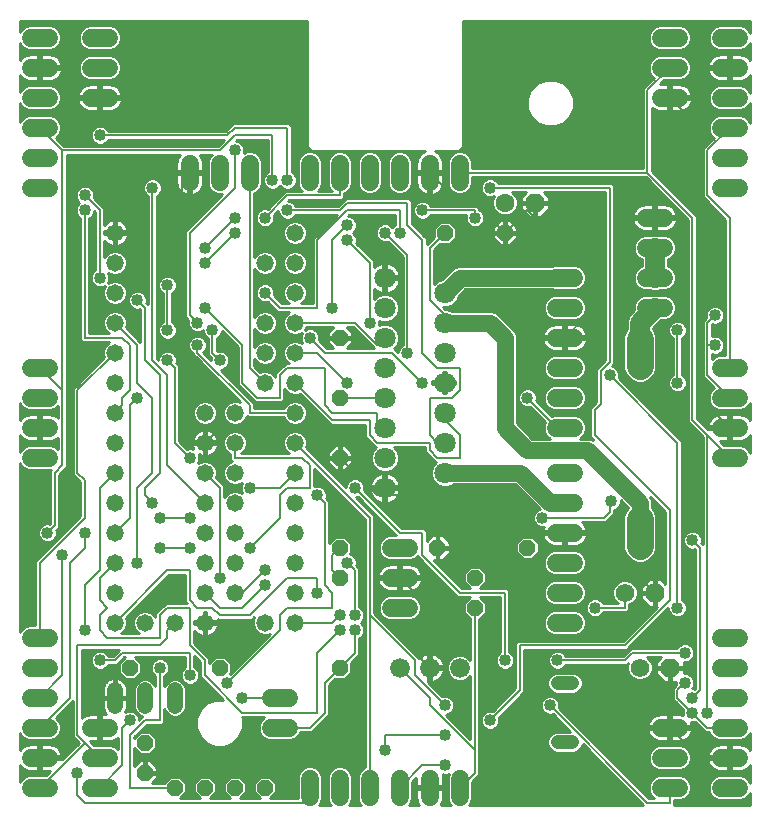
<source format=gbl>
G75*
G70*
%OFA0B0*%
%FSLAX24Y24*%
%IPPOS*%
%LPD*%
%AMOC8*
5,1,8,0,0,1.08239X$1,22.5*
%
%ADD10C,0.0709*%
%ADD11C,0.0660*%
%ADD12C,0.0476*%
%ADD13OC8,0.0620*%
%ADD14C,0.0620*%
%ADD15OC8,0.0630*%
%ADD16C,0.0630*%
%ADD17C,0.0600*%
%ADD18C,0.0885*%
%ADD19OC8,0.0520*%
%ADD20C,0.0580*%
%ADD21C,0.0520*%
%ADD22C,0.0080*%
%ADD23C,0.0400*%
%ADD24C,0.0100*%
%ADD25C,0.0436*%
%ADD26C,0.0660*%
%ADD27C,0.0560*%
D10*
X024092Y017592D03*
X024092Y018592D03*
X024092Y019592D03*
X024092Y020592D03*
X024092Y021592D03*
X024092Y022592D03*
X024092Y023592D03*
X024092Y024592D03*
X026092Y024092D03*
X026092Y023092D03*
X026092Y022092D03*
X026092Y021092D03*
X026092Y020092D03*
X026092Y019092D03*
X026092Y018092D03*
D11*
X025600Y011600D03*
X024600Y011600D03*
X026600Y011600D03*
D12*
X029862Y011084D02*
X030338Y011084D01*
X030338Y009116D02*
X029862Y009116D01*
D13*
X033600Y011600D03*
X033100Y014100D03*
D14*
X032100Y014100D03*
X032600Y011600D03*
D15*
X029100Y027100D03*
D16*
X028100Y027100D03*
D17*
X026600Y027800D02*
X026600Y028400D01*
X025600Y028400D02*
X025600Y027800D01*
X024600Y027800D02*
X024600Y028400D01*
X023600Y028400D02*
X023600Y027800D01*
X022600Y027800D02*
X022600Y028400D01*
X021600Y028400D02*
X021600Y027800D01*
X019600Y027800D02*
X019600Y028400D01*
X018600Y028400D02*
X018600Y027800D01*
X017600Y027800D02*
X017600Y028400D01*
X014900Y030600D02*
X014300Y030600D01*
X014300Y031600D02*
X014900Y031600D01*
X014900Y032600D02*
X014300Y032600D01*
X012900Y032600D02*
X012300Y032600D01*
X012300Y031600D02*
X012900Y031600D01*
X012900Y030600D02*
X012300Y030600D01*
X012300Y029600D02*
X012900Y029600D01*
X012900Y028600D02*
X012300Y028600D01*
X012300Y027600D02*
X012900Y027600D01*
X012900Y021600D02*
X012300Y021600D01*
X012300Y020600D02*
X012900Y020600D01*
X012900Y019600D02*
X012300Y019600D01*
X012300Y018600D02*
X012900Y018600D01*
X012900Y012600D02*
X012300Y012600D01*
X012300Y011600D02*
X012900Y011600D01*
X012900Y010600D02*
X012300Y010600D01*
X012300Y009600D02*
X012900Y009600D01*
X012900Y008600D02*
X012300Y008600D01*
X012300Y007600D02*
X012900Y007600D01*
X014300Y007600D02*
X014900Y007600D01*
X014900Y008600D02*
X014300Y008600D01*
X014300Y009600D02*
X014900Y009600D01*
X020300Y009600D02*
X020900Y009600D01*
X020900Y010600D02*
X020300Y010600D01*
X021600Y007900D02*
X021600Y007300D01*
X022600Y007300D02*
X022600Y007900D01*
X023600Y007900D02*
X023600Y007300D01*
X024600Y007300D02*
X024600Y007900D01*
X025600Y007900D02*
X025600Y007300D01*
X026600Y007300D02*
X026600Y007900D01*
X029800Y013100D02*
X030400Y013100D01*
X030400Y014100D02*
X029800Y014100D01*
X029800Y015100D02*
X030400Y015100D01*
X030400Y016100D02*
X029800Y016100D01*
X029800Y017100D02*
X030400Y017100D01*
X030400Y018100D02*
X029800Y018100D01*
X029800Y019600D02*
X030400Y019600D01*
X030400Y020600D02*
X029800Y020600D01*
X029800Y021600D02*
X030400Y021600D01*
X030400Y022600D02*
X029800Y022600D01*
X029800Y023600D02*
X030400Y023600D01*
X030400Y024600D02*
X029800Y024600D01*
X032800Y024600D02*
X033400Y024600D01*
X033400Y025600D02*
X032800Y025600D01*
X032800Y026600D02*
X033400Y026600D01*
X035300Y027600D02*
X035900Y027600D01*
X035900Y028600D02*
X035300Y028600D01*
X035300Y029600D02*
X035900Y029600D01*
X035900Y030600D02*
X035300Y030600D01*
X035300Y031600D02*
X035900Y031600D01*
X035900Y032600D02*
X035300Y032600D01*
X033900Y032600D02*
X033300Y032600D01*
X033300Y031600D02*
X033900Y031600D01*
X033900Y030600D02*
X033300Y030600D01*
X033400Y023600D02*
X032800Y023600D01*
X035300Y021600D02*
X035900Y021600D01*
X035900Y020600D02*
X035300Y020600D01*
X035300Y019600D02*
X035900Y019600D01*
X035900Y018600D02*
X035300Y018600D01*
X035300Y012600D02*
X035900Y012600D01*
X035900Y011600D02*
X035300Y011600D01*
X035300Y010600D02*
X035900Y010600D01*
X035900Y009600D02*
X035300Y009600D01*
X035300Y008600D02*
X035900Y008600D01*
X035900Y007600D02*
X035300Y007600D01*
X033900Y007600D02*
X033300Y007600D01*
X033300Y008600D02*
X033900Y008600D01*
X033900Y009600D02*
X033300Y009600D01*
X024900Y013600D02*
X024300Y013600D01*
X024300Y014600D02*
X024900Y014600D01*
X024900Y015600D02*
X024300Y015600D01*
D18*
X032600Y015658D02*
X032600Y016543D01*
X032600Y021658D02*
X032600Y022543D01*
D19*
X028100Y026100D03*
X026100Y026100D03*
X022600Y022600D03*
X022600Y020600D03*
X022600Y018600D03*
X022600Y015600D03*
X022600Y014600D03*
X022600Y011600D03*
X018600Y011600D03*
X016100Y009100D03*
X016100Y008100D03*
X017100Y007600D03*
X018100Y007600D03*
X019100Y007600D03*
X020100Y007600D03*
X015600Y011600D03*
X025850Y015600D03*
X027100Y014600D03*
X027100Y013600D03*
X028850Y015600D03*
D20*
X021100Y015100D03*
X021100Y016100D03*
X021100Y017100D03*
X021100Y018100D03*
X021100Y019100D03*
X021100Y020100D03*
X021100Y021100D03*
X020100Y021100D03*
X019100Y020100D03*
X018100Y020100D03*
X018100Y019100D03*
X018100Y018100D03*
X018100Y017100D03*
X019100Y017100D03*
X019100Y018100D03*
X019100Y019100D03*
X019100Y016100D03*
X019100Y015100D03*
X018100Y015100D03*
X018100Y016100D03*
X018100Y014100D03*
X018100Y013100D03*
X019100Y014100D03*
X020100Y013100D03*
X021100Y013100D03*
X021100Y014100D03*
X017100Y013100D03*
X016100Y013100D03*
X015100Y013100D03*
X015100Y014100D03*
X015100Y015100D03*
X015100Y016100D03*
X015100Y017100D03*
X015100Y018100D03*
X015100Y019100D03*
X015100Y020100D03*
X015100Y021100D03*
X015100Y022100D03*
X015100Y023100D03*
X015100Y024100D03*
X015100Y025100D03*
X015100Y026100D03*
X020100Y025100D03*
X021100Y025100D03*
X021100Y024100D03*
X021100Y023100D03*
X021100Y022100D03*
X020100Y022100D03*
X020100Y023100D03*
X021100Y026100D03*
D21*
X017100Y010860D02*
X017100Y010340D01*
X016100Y010340D02*
X016100Y010860D01*
X015100Y010860D02*
X015100Y010340D01*
D22*
X015600Y009850D02*
X015350Y009600D01*
X015350Y008350D01*
X014600Y007600D01*
X014100Y007100D02*
X021600Y007100D01*
X021600Y007600D01*
X021100Y008100D02*
X022350Y009350D01*
X021600Y009600D02*
X020600Y009600D01*
X021600Y009600D02*
X022100Y010100D01*
X022100Y011100D01*
X022600Y011600D01*
X023100Y012100D01*
X023100Y012850D01*
X023100Y013350D02*
X023100Y014850D01*
X022850Y015100D01*
X022600Y015600D02*
X022350Y015350D01*
X022350Y014850D01*
X022600Y014600D01*
X022100Y014350D02*
X022350Y014100D01*
X022350Y013600D01*
X020850Y013600D01*
X020600Y013350D01*
X020600Y012850D01*
X018850Y011100D01*
X019350Y010600D02*
X020600Y010600D01*
X021850Y010100D02*
X021850Y012100D01*
X022600Y012850D01*
X022350Y013100D02*
X022600Y013350D01*
X022350Y013100D02*
X021100Y013100D01*
X021850Y014100D02*
X021850Y014600D01*
X020850Y014600D01*
X019600Y013350D01*
X018600Y013350D01*
X018350Y013600D01*
X017850Y013600D01*
X017600Y013850D01*
X017600Y014850D01*
X016850Y014850D01*
X015100Y013100D01*
X014850Y012600D02*
X014600Y012850D01*
X014600Y013350D01*
X014850Y013600D01*
X014600Y013850D01*
X014600Y014600D01*
X015100Y015100D01*
X014600Y014850D02*
X014100Y014350D01*
X014100Y012850D01*
X013850Y012350D02*
X013850Y009350D01*
X014100Y009100D01*
X012600Y007600D01*
X013850Y007350D02*
X014100Y007100D01*
X013850Y007350D02*
X013850Y008100D01*
X014600Y008600D02*
X014100Y009100D01*
X015600Y009350D02*
X016100Y009850D01*
X016600Y009850D01*
X016600Y011600D01*
X016600Y012350D02*
X013850Y012350D01*
X014600Y011850D02*
X015100Y011850D01*
X015350Y012100D01*
X017600Y012100D01*
X017600Y011350D01*
X018100Y011350D02*
X018100Y011850D01*
X017600Y012350D01*
X017600Y013600D01*
X016850Y013600D01*
X016600Y013350D01*
X016600Y012600D01*
X014850Y012600D01*
X016600Y012350D02*
X016850Y012600D01*
X016850Y012850D01*
X017100Y013100D01*
X016600Y013850D02*
X017100Y014350D01*
X015850Y015100D02*
X015850Y017600D01*
X016350Y018100D01*
X016350Y020600D01*
X015850Y021100D01*
X015850Y022350D01*
X015100Y023100D01*
X015350Y022600D02*
X014100Y022600D01*
X014100Y026850D01*
X014100Y027350D02*
X014600Y026850D01*
X014600Y024600D01*
X015850Y023850D02*
X016100Y023600D01*
X016100Y021850D01*
X016600Y021350D01*
X016600Y018100D01*
X016100Y017600D01*
X016100Y017350D01*
X016350Y017100D01*
X016600Y016600D02*
X017600Y016600D01*
X018100Y017100D02*
X016850Y018350D01*
X016850Y021350D01*
X016350Y021850D01*
X016350Y027600D01*
X017350Y028100D02*
X017600Y028100D01*
X017350Y028100D02*
X017350Y021600D01*
X018600Y020350D01*
X018600Y019600D01*
X022600Y019600D01*
X022600Y018600D01*
X023850Y017350D01*
X024092Y017592D01*
X024100Y017350D01*
X025850Y017350D01*
X025850Y016100D01*
X025850Y015600D01*
X025850Y016100D02*
X030100Y016100D01*
X031100Y016100D01*
X033100Y014100D01*
X033600Y013850D02*
X032100Y012350D01*
X028600Y012350D01*
X028600Y010850D01*
X027600Y009850D01*
X027100Y008850D02*
X025600Y010350D01*
X025600Y010600D01*
X024600Y011600D01*
X025100Y011850D02*
X025100Y011350D01*
X026100Y010350D01*
X026100Y009350D02*
X024100Y009350D01*
X024100Y008850D01*
X023600Y007600D02*
X023600Y013350D01*
X025100Y011850D01*
X025350Y011850D02*
X025600Y011600D01*
X025350Y011850D02*
X025350Y013850D01*
X024600Y014600D01*
X025350Y015350D02*
X026600Y014100D01*
X028100Y014100D01*
X028100Y011850D01*
X029850Y011850D02*
X032100Y011850D01*
X032350Y012100D01*
X034100Y012100D01*
X033600Y011600D02*
X033600Y009600D01*
X034350Y008850D01*
X034350Y008600D01*
X035600Y008600D01*
X035600Y009600D02*
X034850Y009600D01*
X034350Y010100D01*
X033850Y010600D01*
X033850Y010850D01*
X034100Y011100D01*
X034350Y010600D02*
X034600Y010850D01*
X034600Y015600D01*
X034350Y015850D01*
X033600Y016850D02*
X033600Y013850D01*
X033850Y013600D02*
X033850Y019100D01*
X031600Y021350D01*
X031300Y021500D02*
X031600Y021800D01*
X031600Y027600D01*
X027600Y027600D01*
X027600Y027100D02*
X027600Y026600D01*
X028100Y026100D01*
X028850Y026850D01*
X030850Y024850D01*
X030850Y023350D01*
X030100Y022600D01*
X031300Y021500D02*
X031300Y020400D01*
X031100Y020200D01*
X031100Y019350D01*
X033600Y016850D01*
X031650Y017150D02*
X031600Y017100D01*
X031600Y016800D01*
X031400Y016600D01*
X029350Y016600D01*
X026600Y018600D02*
X026600Y019350D01*
X026100Y019850D01*
X026092Y020092D01*
X026350Y020600D02*
X025600Y020600D01*
X025600Y019350D01*
X025850Y019100D01*
X026092Y019092D01*
X025600Y019100D02*
X025600Y018850D01*
X025850Y018600D01*
X026600Y018600D01*
X025600Y019100D02*
X023850Y019100D01*
X023600Y019350D01*
X023600Y019850D01*
X022350Y019850D01*
X021100Y021100D01*
X020600Y021350D02*
X020600Y020600D01*
X019850Y020600D01*
X019350Y021100D01*
X019350Y022350D01*
X018100Y023600D01*
X017600Y023350D02*
X017850Y023100D01*
X017600Y023350D02*
X017600Y026100D01*
X019100Y027600D01*
X019100Y028850D01*
X019100Y029350D02*
X018600Y028850D01*
X013350Y028850D01*
X013350Y020850D01*
X012600Y021600D01*
X013350Y020850D02*
X013350Y018350D01*
X013100Y018100D01*
X013100Y016350D01*
X012850Y016100D01*
X013350Y015350D02*
X013350Y011350D01*
X012600Y010600D01*
X013600Y010600D02*
X013600Y015100D01*
X014100Y015600D01*
X014100Y016100D01*
X014100Y016600D02*
X012600Y015100D01*
X012600Y012600D01*
X013600Y010600D02*
X012600Y009600D01*
X015600Y009350D02*
X015600Y007600D01*
X017100Y007600D01*
X016100Y008100D02*
X021100Y008100D01*
X021850Y010100D02*
X019350Y010100D01*
X018100Y011350D01*
X018600Y013600D02*
X018100Y014100D01*
X018600Y013600D02*
X019350Y013600D01*
X020100Y014350D01*
X020100Y014850D02*
X019350Y014100D01*
X019100Y014100D01*
X018600Y014600D02*
X018600Y017600D01*
X018100Y018100D01*
X017600Y018600D02*
X017100Y019100D01*
X017100Y021600D01*
X016850Y021850D01*
X017850Y022100D02*
X017850Y022350D01*
X017850Y022100D02*
X019600Y020350D01*
X019600Y020100D01*
X021100Y020100D01*
X022100Y020350D02*
X022350Y020100D01*
X023850Y020100D01*
X023850Y019600D01*
X024092Y019592D01*
X024092Y020592D02*
X023850Y020600D01*
X022600Y020600D01*
X022850Y021100D02*
X021850Y022100D01*
X021100Y022100D01*
X020850Y021600D02*
X022100Y021600D01*
X022100Y020350D01*
X020850Y021600D02*
X020600Y021350D01*
X020100Y021100D02*
X019600Y021600D01*
X019600Y028100D01*
X020350Y027850D02*
X020350Y029350D01*
X019100Y029350D01*
X019100Y029600D02*
X020850Y029600D01*
X020850Y027850D01*
X020850Y027350D02*
X022600Y027350D01*
X022600Y028100D01*
X022850Y027100D02*
X024850Y027100D01*
X024850Y026350D01*
X025350Y025850D01*
X025350Y022100D01*
X025850Y021600D01*
X026600Y021600D01*
X026600Y020850D01*
X026350Y020600D01*
X025350Y021100D02*
X024350Y022100D01*
X022100Y022100D01*
X021600Y022600D01*
X021100Y023100D02*
X023100Y023100D01*
X023850Y022350D01*
X024092Y022592D01*
X023600Y023100D02*
X023600Y025100D01*
X022850Y025850D01*
X022350Y025850D02*
X022850Y026350D01*
X022850Y026850D02*
X024600Y026850D01*
X024600Y026100D01*
X024100Y026100D02*
X024850Y025350D01*
X024850Y022100D01*
X026092Y023092D02*
X026100Y023350D01*
X025600Y023850D01*
X025600Y025600D01*
X026100Y026100D01*
X025350Y026850D02*
X027100Y026850D01*
X027100Y026600D01*
X027600Y027100D02*
X026600Y027100D01*
X025600Y028100D01*
X026600Y028100D02*
X032850Y028100D01*
X034350Y026600D01*
X034350Y019850D01*
X034850Y019350D01*
X034850Y010100D01*
X033600Y007600D02*
X033600Y007100D01*
X032850Y007100D01*
X029600Y010350D01*
X027100Y008850D02*
X027100Y008100D01*
X026600Y007600D01*
X026100Y008350D02*
X025350Y008350D01*
X024600Y007600D01*
X027100Y008850D02*
X027100Y013600D01*
X025350Y015350D02*
X025350Y016100D01*
X024600Y016100D01*
X023100Y017600D01*
X022100Y017100D02*
X021850Y017350D01*
X021600Y017600D02*
X021600Y018350D01*
X021350Y018600D01*
X019100Y018600D01*
X019100Y019100D01*
X018600Y019600D02*
X018100Y019100D01*
X019600Y017600D02*
X020600Y017600D01*
X021100Y018100D01*
X020850Y017600D02*
X021600Y017600D01*
X022100Y017100D02*
X022100Y014350D01*
X023600Y013350D02*
X023600Y016600D01*
X021100Y019100D01*
X020850Y017600D02*
X020600Y017350D01*
X020600Y016600D01*
X019600Y015600D01*
X017600Y015600D02*
X016600Y015600D01*
X015600Y016600D02*
X015600Y020350D01*
X015850Y020600D01*
X015600Y020850D02*
X015600Y022350D01*
X015350Y022600D01*
X015100Y022100D02*
X013850Y020850D01*
X013850Y018100D01*
X014100Y017850D01*
X014100Y016600D01*
X015100Y016100D02*
X015600Y016600D01*
X014600Y017600D02*
X014600Y014850D01*
X014600Y017600D02*
X015100Y018100D01*
X013600Y017850D02*
X013600Y027350D01*
X014100Y027850D01*
X015100Y027850D01*
X015100Y028100D01*
X017350Y028100D01*
X018850Y029350D02*
X019100Y029600D01*
X018850Y029350D02*
X014600Y029350D01*
X013350Y028850D02*
X012600Y029600D01*
X015100Y027850D02*
X015100Y026100D01*
X016850Y024350D02*
X016850Y022850D01*
X018350Y022850D02*
X018350Y022100D01*
X018600Y021850D01*
X020600Y023600D02*
X021850Y023600D01*
X021850Y025850D01*
X022850Y026850D01*
X022850Y027100D02*
X022600Y026850D01*
X020850Y026850D01*
X020850Y027350D02*
X020100Y026600D01*
X019100Y026600D02*
X018100Y025600D01*
X018100Y025100D02*
X019100Y026100D01*
X020100Y024100D02*
X020600Y023600D01*
X022350Y023600D02*
X022350Y025850D01*
X028850Y026850D02*
X029100Y027100D01*
X032850Y028100D02*
X032850Y030850D01*
X033600Y031600D01*
X033600Y030600D02*
X034600Y029600D01*
X034600Y020600D01*
X035600Y019600D01*
X034850Y019350D02*
X035600Y018600D01*
X035600Y020600D02*
X034850Y021350D01*
X034850Y022350D01*
X035100Y022350D01*
X034850Y022350D02*
X034850Y023100D01*
X035100Y023350D01*
X033850Y022850D02*
X033850Y021100D01*
X035600Y021600D02*
X035600Y026600D01*
X034850Y027350D01*
X034850Y028850D01*
X035600Y029600D01*
X028850Y020600D02*
X029850Y019600D01*
X030100Y019600D01*
X032100Y014100D02*
X032100Y013600D01*
X031100Y013600D01*
X015600Y020850D02*
X015350Y020600D01*
X015350Y020350D01*
X015100Y020100D01*
D23*
X015850Y020600D03*
X016850Y021850D03*
X017850Y022350D03*
X018350Y022850D03*
X017850Y023100D03*
X018100Y023600D03*
X016850Y022850D03*
X015850Y023850D03*
X016850Y024350D03*
X018100Y025100D03*
X018100Y025600D03*
X019100Y026100D03*
X019100Y026600D03*
X020100Y026600D03*
X020850Y026850D03*
X020850Y027850D03*
X020350Y027850D03*
X019100Y028850D03*
X016350Y027600D03*
X014100Y027350D03*
X014100Y026850D03*
X014600Y024600D03*
X018600Y021850D03*
X020100Y024100D03*
X021600Y022600D03*
X022350Y023600D03*
X023600Y023100D03*
X024850Y022100D03*
X025350Y021100D03*
X022850Y021100D03*
X023100Y017600D03*
X021850Y017350D03*
X019600Y017600D03*
X019600Y015600D03*
X020100Y014850D03*
X020100Y014350D03*
X018600Y014600D03*
X017600Y015600D03*
X017600Y016600D03*
X016600Y016600D03*
X016350Y017100D03*
X017600Y018600D03*
X016600Y015600D03*
X015850Y015100D03*
X017100Y014350D03*
X016600Y013850D03*
X014100Y012850D03*
X014600Y011850D03*
X016600Y011600D03*
X017600Y011350D03*
X018850Y011100D03*
X019350Y010600D03*
X022350Y009350D03*
X024100Y008850D03*
X026100Y008350D03*
X026100Y009350D03*
X026100Y010350D03*
X027600Y009850D03*
X029600Y010350D03*
X029850Y011850D03*
X028100Y011850D03*
X031100Y013600D03*
X033850Y013600D03*
X034100Y012100D03*
X034100Y011100D03*
X034350Y010600D03*
X034350Y010100D03*
X034850Y010100D03*
X034350Y015850D03*
X031650Y017150D03*
X029350Y016600D03*
X028850Y020600D03*
X031600Y021350D03*
X033850Y021100D03*
X035100Y022350D03*
X033850Y022850D03*
X035100Y023350D03*
X027600Y027600D03*
X027100Y026600D03*
X025350Y026850D03*
X024600Y026100D03*
X024100Y026100D03*
X022850Y025850D03*
X022850Y026350D03*
X014600Y029350D03*
X013600Y017850D03*
X014100Y016100D03*
X013350Y015350D03*
X012850Y016100D03*
X015600Y009850D03*
X013850Y008100D03*
X021850Y014100D03*
X022600Y013350D03*
X022600Y012850D03*
X023100Y012850D03*
X023100Y013350D03*
X022850Y015100D03*
D24*
X011930Y008344D02*
X011930Y007778D01*
X011952Y007832D01*
X012068Y007948D01*
X012218Y008010D01*
X012798Y008010D01*
X012938Y008150D01*
X012935Y008150D01*
X012650Y008150D01*
X012650Y008550D01*
X012650Y008650D01*
X012550Y008650D01*
X012550Y009050D01*
X012265Y009050D01*
X012195Y009039D01*
X012127Y009017D01*
X012064Y008985D01*
X012007Y008943D01*
X011957Y008893D01*
X011930Y008856D01*
X011930Y009422D01*
X011952Y009368D01*
X012068Y009252D01*
X012218Y009190D01*
X012982Y009190D01*
X013132Y009252D01*
X013248Y009368D01*
X013310Y009518D01*
X013310Y009682D01*
X013248Y009832D01*
X013146Y009934D01*
X013662Y010450D01*
X013700Y010488D01*
X013700Y009412D01*
X013700Y009288D01*
X013888Y009100D01*
X013338Y008550D01*
X012650Y008550D01*
X012550Y008550D01*
X012550Y008150D01*
X012265Y008150D01*
X012195Y008161D01*
X012127Y008183D01*
X012064Y008215D01*
X012007Y008257D01*
X011957Y008307D01*
X011930Y008344D01*
X011930Y008275D02*
X011989Y008275D01*
X011930Y008176D02*
X012149Y008176D01*
X012144Y007979D02*
X011930Y007979D01*
X011930Y007881D02*
X012001Y007881D01*
X011932Y007782D02*
X011930Y007782D01*
X011930Y008078D02*
X012865Y008078D01*
X012650Y008176D02*
X012550Y008176D01*
X012550Y008275D02*
X012650Y008275D01*
X012650Y008373D02*
X012550Y008373D01*
X012550Y008472D02*
X012650Y008472D01*
X012650Y008570D02*
X013358Y008570D01*
X013348Y008650D02*
X013339Y008705D01*
X013317Y008773D01*
X013285Y008836D01*
X013243Y008893D01*
X013193Y008943D01*
X013136Y008985D01*
X013073Y009017D01*
X013005Y009039D01*
X012935Y009050D01*
X012650Y009050D01*
X012650Y008650D01*
X013348Y008650D01*
X013345Y008669D02*
X013456Y008669D01*
X013555Y008767D02*
X013319Y008767D01*
X013263Y008866D02*
X013653Y008866D01*
X013752Y008964D02*
X013165Y008964D01*
X013139Y009260D02*
X013728Y009260D01*
X013700Y009358D02*
X013238Y009358D01*
X013284Y009457D02*
X013700Y009457D01*
X013700Y009555D02*
X013310Y009555D01*
X013310Y009654D02*
X013700Y009654D01*
X013700Y009752D02*
X013281Y009752D01*
X013229Y009851D02*
X013700Y009851D01*
X013700Y009949D02*
X013161Y009949D01*
X013260Y010048D02*
X013700Y010048D01*
X013700Y010146D02*
X013358Y010146D01*
X013457Y010245D02*
X013700Y010245D01*
X013700Y010343D02*
X013555Y010343D01*
X013654Y010442D02*
X013700Y010442D01*
X014000Y010442D02*
X014690Y010442D01*
X014690Y010540D02*
X014000Y010540D01*
X014000Y010639D02*
X014690Y010639D01*
X014690Y010630D02*
X015070Y010630D01*
X015070Y011270D01*
X015068Y011270D01*
X015004Y011260D01*
X014943Y011240D01*
X014885Y011211D01*
X014833Y011173D01*
X014787Y011127D01*
X014749Y011075D01*
X014720Y011017D01*
X014700Y010956D01*
X014690Y010892D01*
X014690Y010630D01*
X014690Y010570D02*
X014690Y010308D01*
X014700Y010244D01*
X014720Y010183D01*
X014749Y010125D01*
X014787Y010073D01*
X014810Y010050D01*
X014650Y010050D01*
X014650Y009650D01*
X014550Y009650D01*
X014550Y010050D01*
X014265Y010050D01*
X014195Y010039D01*
X014127Y010017D01*
X014064Y009985D01*
X014007Y009943D01*
X014000Y009936D01*
X014000Y012200D01*
X015238Y012200D01*
X015200Y012162D01*
X015038Y012000D01*
X014873Y012000D01*
X014863Y012026D01*
X014776Y012113D01*
X014662Y012160D01*
X014538Y012160D01*
X014424Y012113D01*
X014337Y012026D01*
X014290Y011912D01*
X014290Y011788D01*
X014337Y011674D01*
X014424Y011587D01*
X014538Y011540D01*
X014662Y011540D01*
X014776Y011587D01*
X014863Y011674D01*
X014873Y011700D01*
X015162Y011700D01*
X015412Y011950D01*
X015427Y011950D01*
X015230Y011753D01*
X015230Y011447D01*
X015447Y011230D01*
X015753Y011230D01*
X015970Y011447D01*
X015970Y011753D01*
X015773Y011950D01*
X017450Y011950D01*
X017450Y011623D01*
X017424Y011613D01*
X017337Y011526D01*
X017290Y011412D01*
X017290Y011288D01*
X017337Y011174D01*
X017424Y011087D01*
X017538Y011040D01*
X017662Y011040D01*
X017776Y011087D01*
X017863Y011174D01*
X017910Y011288D01*
X017910Y011412D01*
X017863Y011526D01*
X017776Y011613D01*
X017750Y011623D01*
X017750Y011988D01*
X017950Y011788D01*
X017950Y011288D01*
X018705Y010533D01*
X018435Y010533D01*
X018148Y010414D01*
X017929Y010195D01*
X017810Y009908D01*
X017810Y009598D01*
X017929Y009311D01*
X018148Y009092D01*
X018435Y008973D01*
X018745Y008973D01*
X019032Y009092D01*
X019251Y009311D01*
X019370Y009598D01*
X019370Y009908D01*
X019352Y009950D01*
X020074Y009950D01*
X020068Y009948D01*
X019952Y009832D01*
X019890Y009682D01*
X019890Y009518D01*
X019952Y009368D01*
X020068Y009252D01*
X020218Y009190D01*
X020982Y009190D01*
X021132Y009252D01*
X021248Y009368D01*
X021282Y009450D01*
X021662Y009450D01*
X021750Y009538D01*
X022250Y010038D01*
X022250Y011038D01*
X022444Y011232D01*
X022447Y011230D01*
X022753Y011230D01*
X022970Y011447D01*
X022970Y011753D01*
X022968Y011756D01*
X023162Y011950D01*
X023250Y012038D01*
X023250Y012577D01*
X023276Y012587D01*
X023363Y012674D01*
X023410Y012788D01*
X023410Y012912D01*
X023363Y013026D01*
X023288Y013100D01*
X023363Y013174D01*
X023410Y013288D01*
X023410Y013412D01*
X023363Y013526D01*
X023276Y013613D01*
X023250Y013623D01*
X023250Y014912D01*
X023162Y015000D01*
X023149Y015013D01*
X023160Y015038D01*
X023160Y015162D01*
X023113Y015276D01*
X023026Y015363D01*
X022927Y015404D01*
X022970Y015447D01*
X022970Y015753D01*
X022753Y015970D01*
X022447Y015970D01*
X022250Y015773D01*
X022250Y017162D01*
X022149Y017263D01*
X022160Y017288D01*
X022160Y017412D01*
X022113Y017526D01*
X022026Y017613D01*
X021912Y017660D01*
X021788Y017660D01*
X021750Y017644D01*
X021750Y018238D01*
X023450Y016538D01*
X023450Y008282D01*
X023368Y008248D01*
X023252Y008132D01*
X023190Y007982D01*
X023190Y007218D01*
X023252Y007068D01*
X023290Y007030D01*
X022910Y007030D01*
X022948Y007068D01*
X023010Y007218D01*
X023010Y007982D01*
X022948Y008132D01*
X022832Y008248D01*
X022682Y008310D01*
X022518Y008310D01*
X022368Y008248D01*
X022252Y008132D01*
X022190Y007982D01*
X022190Y007218D01*
X022252Y007068D01*
X022290Y007030D01*
X021910Y007030D01*
X021948Y007068D01*
X022010Y007218D01*
X022010Y007982D01*
X021948Y008132D01*
X021832Y008248D01*
X021682Y008310D01*
X021518Y008310D01*
X021368Y008248D01*
X021252Y008132D01*
X021190Y007982D01*
X021190Y007250D01*
X020273Y007250D01*
X020470Y007447D01*
X020470Y007753D01*
X020253Y007970D01*
X019947Y007970D01*
X019730Y007753D01*
X019730Y007447D01*
X019927Y007250D01*
X019273Y007250D01*
X019470Y007447D01*
X019470Y007753D01*
X019253Y007970D01*
X018947Y007970D01*
X018730Y007753D01*
X018730Y007447D01*
X018927Y007250D01*
X018273Y007250D01*
X018470Y007447D01*
X018470Y007753D01*
X018253Y007970D01*
X017947Y007970D01*
X017730Y007753D01*
X017730Y007447D01*
X017927Y007250D01*
X017273Y007250D01*
X017470Y007447D01*
X017470Y007753D01*
X017253Y007970D01*
X016947Y007970D01*
X016730Y007753D01*
X016730Y007750D01*
X016330Y007750D01*
X016510Y007930D01*
X016510Y008070D01*
X016130Y008070D01*
X016130Y008130D01*
X016070Y008130D01*
X016070Y008510D01*
X015930Y008510D01*
X015750Y008330D01*
X015750Y008927D01*
X015947Y008730D01*
X016253Y008730D01*
X016470Y008947D01*
X016470Y009253D01*
X016253Y009470D01*
X015947Y009470D01*
X015750Y009273D01*
X015750Y009288D01*
X016162Y009700D01*
X016662Y009700D01*
X016750Y009788D01*
X016750Y010218D01*
X016786Y010130D01*
X016890Y010026D01*
X017026Y009970D01*
X017174Y009970D01*
X017310Y010026D01*
X017414Y010130D01*
X017470Y010266D01*
X017470Y010934D01*
X018304Y010934D01*
X018402Y010836D02*
X017470Y010836D01*
X017470Y010934D02*
X017414Y011070D01*
X017310Y011174D01*
X017174Y011230D01*
X017026Y011230D01*
X016890Y011174D01*
X016786Y011070D01*
X016750Y010982D01*
X016750Y011327D01*
X016776Y011337D01*
X016863Y011424D01*
X016910Y011538D01*
X016910Y011662D01*
X016863Y011776D01*
X016776Y011863D01*
X016662Y011910D01*
X016538Y011910D01*
X016424Y011863D01*
X016337Y011776D01*
X016290Y011662D01*
X016290Y011538D01*
X016337Y011424D01*
X016424Y011337D01*
X016450Y011327D01*
X016450Y010982D01*
X016414Y011070D01*
X016310Y011174D01*
X016174Y011230D01*
X016026Y011230D01*
X015890Y011174D01*
X015786Y011070D01*
X015730Y010934D01*
X015503Y010934D01*
X015500Y010956D02*
X015480Y011017D01*
X015451Y011075D01*
X015413Y011127D01*
X015367Y011173D01*
X015315Y011211D01*
X015257Y011240D01*
X015196Y011260D01*
X015132Y011270D01*
X015130Y011270D01*
X015130Y010630D01*
X015070Y010630D01*
X015070Y010570D01*
X014690Y010570D01*
X014690Y010737D02*
X014000Y010737D01*
X014000Y010836D02*
X014690Y010836D01*
X014697Y010934D02*
X014000Y010934D01*
X014000Y011033D02*
X014728Y011033D01*
X014791Y011131D02*
X014000Y011131D01*
X014000Y011230D02*
X014922Y011230D01*
X015070Y011230D02*
X015130Y011230D01*
X015130Y011131D02*
X015070Y011131D01*
X015070Y011033D02*
X015130Y011033D01*
X015130Y010934D02*
X015070Y010934D01*
X015070Y010836D02*
X015130Y010836D01*
X015130Y010737D02*
X015070Y010737D01*
X015070Y010639D02*
X015130Y010639D01*
X015130Y010630D02*
X015510Y010630D01*
X015510Y010892D01*
X015500Y010956D01*
X015472Y011033D02*
X015771Y011033D01*
X015730Y010934D02*
X015730Y010266D01*
X015786Y010130D01*
X015890Y010026D01*
X016013Y009975D01*
X015950Y009912D01*
X015910Y009872D01*
X015910Y009912D01*
X015863Y010026D01*
X015776Y010113D01*
X015662Y010160D01*
X015538Y010160D01*
X015449Y010123D01*
X015451Y010125D01*
X015480Y010183D01*
X015500Y010244D01*
X015510Y010308D01*
X015510Y010570D01*
X015130Y010570D01*
X015130Y010630D01*
X015510Y010639D02*
X015730Y010639D01*
X015730Y010737D02*
X015510Y010737D01*
X015510Y010836D02*
X015730Y010836D01*
X015730Y010540D02*
X015510Y010540D01*
X015510Y010442D02*
X015730Y010442D01*
X015730Y010343D02*
X015510Y010343D01*
X015500Y010245D02*
X015739Y010245D01*
X015780Y010146D02*
X015695Y010146D01*
X015841Y010048D02*
X015869Y010048D01*
X015895Y009949D02*
X015987Y009949D01*
X016116Y009654D02*
X017810Y009654D01*
X017810Y009752D02*
X016714Y009752D01*
X016750Y009851D02*
X017810Y009851D01*
X017827Y009949D02*
X016750Y009949D01*
X016750Y010048D02*
X016869Y010048D01*
X016780Y010146D02*
X016750Y010146D01*
X017331Y010048D02*
X017868Y010048D01*
X017908Y010146D02*
X017420Y010146D01*
X017461Y010245D02*
X017979Y010245D01*
X018077Y010343D02*
X017470Y010343D01*
X017470Y010442D02*
X018215Y010442D01*
X018501Y010737D02*
X017470Y010737D01*
X017470Y010639D02*
X018599Y010639D01*
X018698Y010540D02*
X017470Y010540D01*
X017429Y011033D02*
X018205Y011033D01*
X018107Y011131D02*
X017819Y011131D01*
X017886Y011230D02*
X018008Y011230D01*
X017950Y011328D02*
X017910Y011328D01*
X017904Y011427D02*
X017950Y011427D01*
X017950Y011525D02*
X017863Y011525D01*
X017950Y011624D02*
X017750Y011624D01*
X017750Y011722D02*
X017950Y011722D01*
X017917Y011821D02*
X017750Y011821D01*
X017750Y011919D02*
X017819Y011919D01*
X018046Y012116D02*
X019654Y012116D01*
X019752Y012215D02*
X017948Y012215D01*
X017849Y012313D02*
X019851Y012313D01*
X019949Y012412D02*
X017751Y012412D01*
X017750Y012412D02*
X017750Y012833D01*
X017764Y012813D01*
X017813Y012764D01*
X017869Y012724D01*
X017931Y012692D01*
X017997Y012671D01*
X018055Y012662D01*
X018055Y013055D01*
X017750Y013055D01*
X017750Y013145D01*
X018055Y013145D01*
X018055Y013450D01*
X018145Y013450D01*
X018145Y013145D01*
X018538Y013145D01*
X018529Y013203D01*
X018526Y013211D01*
X018538Y013200D01*
X019662Y013200D01*
X019741Y013279D01*
X019700Y013180D01*
X019700Y013020D01*
X019761Y012873D01*
X019873Y012761D01*
X020020Y012700D01*
X020180Y012700D01*
X020279Y012741D01*
X018937Y011399D01*
X018927Y011404D01*
X018970Y011447D01*
X018970Y011753D01*
X018753Y011970D01*
X018447Y011970D01*
X018250Y011773D01*
X018250Y011912D01*
X018162Y012000D01*
X017750Y012412D01*
X017750Y012510D02*
X020048Y012510D01*
X020146Y012609D02*
X017750Y012609D01*
X017750Y012707D02*
X017902Y012707D01*
X018055Y012707D02*
X018145Y012707D01*
X018145Y012662D02*
X018203Y012671D01*
X018269Y012692D01*
X018331Y012724D01*
X018387Y012764D01*
X018436Y012813D01*
X018476Y012869D01*
X018508Y012931D01*
X018529Y012997D01*
X018538Y013055D01*
X018145Y013055D01*
X018145Y013145D01*
X018055Y013145D01*
X018055Y013055D01*
X018145Y013055D01*
X018145Y012662D01*
X018145Y012806D02*
X018055Y012806D01*
X018055Y012904D02*
X018145Y012904D01*
X018145Y013003D02*
X018055Y013003D01*
X018055Y013101D02*
X017750Y013101D01*
X017750Y012806D02*
X017772Y012806D01*
X018145Y013101D02*
X019700Y013101D01*
X019707Y013003D02*
X018530Y013003D01*
X018494Y012904D02*
X019748Y012904D01*
X019829Y012806D02*
X018428Y012806D01*
X018298Y012707D02*
X020003Y012707D01*
X020196Y012707D02*
X020245Y012707D01*
X019708Y013200D02*
X018530Y013200D01*
X018145Y013200D02*
X018055Y013200D01*
X018055Y013298D02*
X018145Y013298D01*
X018145Y013397D02*
X018055Y013397D01*
X017488Y013750D02*
X016788Y013750D01*
X016700Y013662D01*
X016450Y013412D01*
X016450Y013300D01*
X016439Y013327D01*
X016327Y013439D01*
X016180Y013500D01*
X016020Y013500D01*
X015873Y013439D01*
X015761Y013327D01*
X015700Y013180D01*
X015700Y013020D01*
X015761Y012873D01*
X015873Y012761D01*
X015900Y012750D01*
X015300Y012750D01*
X015327Y012761D01*
X015439Y012873D01*
X015500Y013020D01*
X015500Y013180D01*
X015468Y013256D01*
X016912Y014700D01*
X017450Y014700D01*
X017450Y013788D01*
X017488Y013750D01*
X017450Y013791D02*
X016003Y013791D01*
X016101Y013889D02*
X017450Y013889D01*
X017450Y013988D02*
X016200Y013988D01*
X016298Y014086D02*
X017450Y014086D01*
X017450Y014185D02*
X016397Y014185D01*
X016495Y014283D02*
X017450Y014283D01*
X017450Y014382D02*
X016594Y014382D01*
X016692Y014480D02*
X017450Y014480D01*
X017450Y014579D02*
X016791Y014579D01*
X016889Y014677D02*
X017450Y014677D01*
X016730Y013692D02*
X015904Y013692D01*
X015806Y013594D02*
X016631Y013594D01*
X016533Y013495D02*
X016192Y013495D01*
X016008Y013495D02*
X015707Y013495D01*
X015609Y013397D02*
X015831Y013397D01*
X015749Y013298D02*
X015510Y013298D01*
X015492Y013200D02*
X015708Y013200D01*
X015700Y013101D02*
X015500Y013101D01*
X015493Y013003D02*
X015707Y013003D01*
X015748Y012904D02*
X015452Y012904D01*
X015371Y012806D02*
X015829Y012806D01*
X016369Y013397D02*
X016450Y013397D01*
X016382Y011821D02*
X015903Y011821D01*
X015970Y011722D02*
X016315Y011722D01*
X016290Y011624D02*
X015970Y011624D01*
X015970Y011525D02*
X016296Y011525D01*
X016336Y011427D02*
X015950Y011427D01*
X015851Y011328D02*
X016447Y011328D01*
X016450Y011230D02*
X016175Y011230D01*
X016025Y011230D02*
X015278Y011230D01*
X015349Y011328D02*
X014000Y011328D01*
X014000Y011427D02*
X015250Y011427D01*
X015230Y011525D02*
X014000Y011525D01*
X014000Y011624D02*
X014388Y011624D01*
X014317Y011722D02*
X014000Y011722D01*
X014000Y011821D02*
X014290Y011821D01*
X014293Y011919D02*
X014000Y011919D01*
X014000Y012018D02*
X014334Y012018D01*
X014432Y012116D02*
X014000Y012116D01*
X014768Y012116D02*
X015154Y012116D01*
X015055Y012018D02*
X014866Y012018D01*
X014812Y011624D02*
X015230Y011624D01*
X015230Y011722D02*
X015184Y011722D01*
X015283Y011821D02*
X015297Y011821D01*
X015381Y011919D02*
X015396Y011919D01*
X015804Y011919D02*
X017450Y011919D01*
X017450Y011821D02*
X016818Y011821D01*
X016885Y011722D02*
X017450Y011722D01*
X017450Y011624D02*
X016910Y011624D01*
X016904Y011525D02*
X017337Y011525D01*
X017296Y011427D02*
X016864Y011427D01*
X016753Y011328D02*
X017290Y011328D01*
X017314Y011230D02*
X017175Y011230D01*
X017025Y011230D02*
X016750Y011230D01*
X016750Y011131D02*
X016848Y011131D01*
X016771Y011033D02*
X016750Y011033D01*
X016450Y011033D02*
X016429Y011033D01*
X016450Y011131D02*
X016352Y011131D01*
X015848Y011131D02*
X015409Y011131D01*
X014690Y010343D02*
X014000Y010343D01*
X014000Y010245D02*
X014700Y010245D01*
X014739Y010146D02*
X014000Y010146D01*
X014000Y010048D02*
X014249Y010048D01*
X014015Y009949D02*
X014000Y009949D01*
X014550Y009949D02*
X014650Y009949D01*
X014650Y009851D02*
X014550Y009851D01*
X014550Y009752D02*
X014650Y009752D01*
X014650Y009654D02*
X014550Y009654D01*
X014550Y009550D02*
X014650Y009550D01*
X014650Y009150D01*
X014935Y009150D01*
X015005Y009161D01*
X015200Y009161D01*
X015136Y009215D02*
X015193Y009257D01*
X015200Y009264D01*
X015200Y008880D01*
X015132Y008948D01*
X014982Y009010D01*
X014402Y009010D01*
X014262Y009150D01*
X014265Y009150D01*
X014550Y009150D01*
X014550Y009550D01*
X014550Y009457D02*
X014650Y009457D01*
X014650Y009358D02*
X014550Y009358D01*
X014550Y009260D02*
X014650Y009260D01*
X014650Y009161D02*
X014550Y009161D01*
X014350Y009063D02*
X015200Y009063D01*
X015200Y008964D02*
X015093Y008964D01*
X015005Y009161D02*
X015073Y009183D01*
X015136Y009215D01*
X015196Y009260D02*
X015200Y009260D01*
X015820Y009358D02*
X015835Y009358D01*
X015919Y009457D02*
X015933Y009457D01*
X016017Y009555D02*
X017827Y009555D01*
X017868Y009457D02*
X016267Y009457D01*
X016365Y009358D02*
X017909Y009358D01*
X017980Y009260D02*
X016464Y009260D01*
X016470Y009161D02*
X018079Y009161D01*
X018218Y009063D02*
X016470Y009063D01*
X016470Y008964D02*
X023450Y008964D01*
X023450Y008866D02*
X016389Y008866D01*
X016290Y008767D02*
X023450Y008767D01*
X023450Y008669D02*
X015750Y008669D01*
X015750Y008767D02*
X015910Y008767D01*
X015811Y008866D02*
X015750Y008866D01*
X015750Y008570D02*
X023450Y008570D01*
X023450Y008472D02*
X016308Y008472D01*
X016270Y008510D02*
X016130Y008510D01*
X016130Y008130D01*
X016510Y008130D01*
X016510Y008270D01*
X016270Y008510D01*
X016130Y008472D02*
X016070Y008472D01*
X016070Y008373D02*
X016130Y008373D01*
X016130Y008275D02*
X016070Y008275D01*
X016070Y008176D02*
X016130Y008176D01*
X016130Y008078D02*
X021230Y008078D01*
X021190Y007979D02*
X016510Y007979D01*
X016460Y007881D02*
X016857Y007881D01*
X016759Y007782D02*
X016362Y007782D01*
X016510Y008176D02*
X021296Y008176D01*
X021433Y008275D02*
X016505Y008275D01*
X016407Y008373D02*
X023450Y008373D01*
X023433Y008275D02*
X022767Y008275D01*
X022904Y008176D02*
X023296Y008176D01*
X023230Y008078D02*
X022970Y008078D01*
X023010Y007979D02*
X023190Y007979D01*
X023190Y007881D02*
X023010Y007881D01*
X023010Y007782D02*
X023190Y007782D01*
X023190Y007684D02*
X023010Y007684D01*
X023010Y007585D02*
X023190Y007585D01*
X023190Y007487D02*
X023010Y007487D01*
X023010Y007388D02*
X023190Y007388D01*
X023190Y007290D02*
X023010Y007290D01*
X022999Y007191D02*
X023201Y007191D01*
X023242Y007093D02*
X022958Y007093D01*
X022242Y007093D02*
X021958Y007093D01*
X021999Y007191D02*
X022201Y007191D01*
X022190Y007290D02*
X022010Y007290D01*
X022010Y007388D02*
X022190Y007388D01*
X022190Y007487D02*
X022010Y007487D01*
X022010Y007585D02*
X022190Y007585D01*
X022190Y007684D02*
X022010Y007684D01*
X022010Y007782D02*
X022190Y007782D01*
X022190Y007881D02*
X022010Y007881D01*
X022010Y007979D02*
X022190Y007979D01*
X022230Y008078D02*
X021970Y008078D01*
X021904Y008176D02*
X022296Y008176D01*
X022433Y008275D02*
X021767Y008275D01*
X021190Y007881D02*
X020343Y007881D01*
X020441Y007782D02*
X021190Y007782D01*
X021190Y007684D02*
X020470Y007684D01*
X020470Y007585D02*
X021190Y007585D01*
X021190Y007487D02*
X020470Y007487D01*
X020411Y007388D02*
X021190Y007388D01*
X021190Y007290D02*
X020313Y007290D01*
X019887Y007290D02*
X019313Y007290D01*
X019411Y007388D02*
X019789Y007388D01*
X019730Y007487D02*
X019470Y007487D01*
X019470Y007585D02*
X019730Y007585D01*
X019730Y007684D02*
X019470Y007684D01*
X019441Y007782D02*
X019759Y007782D01*
X019857Y007881D02*
X019343Y007881D01*
X018857Y007881D02*
X018343Y007881D01*
X018441Y007782D02*
X018759Y007782D01*
X018730Y007684D02*
X018470Y007684D01*
X018470Y007585D02*
X018730Y007585D01*
X018730Y007487D02*
X018470Y007487D01*
X018411Y007388D02*
X018789Y007388D01*
X018887Y007290D02*
X018313Y007290D01*
X017887Y007290D02*
X017313Y007290D01*
X017411Y007388D02*
X017789Y007388D01*
X017730Y007487D02*
X017470Y007487D01*
X017470Y007585D02*
X017730Y007585D01*
X017730Y007684D02*
X017470Y007684D01*
X017441Y007782D02*
X017759Y007782D01*
X017857Y007881D02*
X017343Y007881D01*
X015892Y008472D02*
X015750Y008472D01*
X015750Y008373D02*
X015793Y008373D01*
X015505Y010146D02*
X015461Y010146D01*
X014650Y010048D02*
X014550Y010048D01*
X013827Y009161D02*
X011930Y009161D01*
X011930Y009063D02*
X013850Y009063D01*
X012650Y008964D02*
X012550Y008964D01*
X012550Y008866D02*
X012650Y008866D01*
X012650Y008767D02*
X012550Y008767D01*
X012550Y008669D02*
X012650Y008669D01*
X012035Y008964D02*
X011930Y008964D01*
X011930Y008866D02*
X011937Y008866D01*
X011930Y009260D02*
X012061Y009260D01*
X011962Y009358D02*
X011930Y009358D01*
X011930Y012778D02*
X011930Y018422D01*
X011952Y018368D01*
X012068Y018252D01*
X012218Y018190D01*
X012978Y018190D01*
X012950Y018162D01*
X012950Y016412D01*
X012937Y016399D01*
X012912Y016410D01*
X012788Y016410D01*
X012674Y016363D01*
X012587Y016276D01*
X012540Y016162D01*
X012540Y016038D01*
X012587Y015924D01*
X012674Y015837D01*
X012788Y015790D01*
X012912Y015790D01*
X013026Y015837D01*
X013113Y015924D01*
X013160Y016038D01*
X013160Y016162D01*
X013149Y016187D01*
X013162Y016200D01*
X013250Y016288D01*
X013250Y018038D01*
X013412Y018200D01*
X013500Y018288D01*
X013500Y028700D01*
X017264Y028700D01*
X017257Y028693D01*
X017215Y028636D01*
X017183Y028573D01*
X017161Y028505D01*
X017150Y028435D01*
X017150Y028150D01*
X017550Y028150D01*
X017550Y028050D01*
X017650Y028050D01*
X017650Y028150D01*
X018050Y028150D01*
X018050Y028435D01*
X018039Y028505D01*
X018017Y028573D01*
X017985Y028636D01*
X017943Y028693D01*
X017936Y028700D01*
X018320Y028700D01*
X018252Y028632D01*
X018190Y028482D01*
X018190Y027718D01*
X018252Y027568D01*
X018368Y027452D01*
X018518Y027390D01*
X018678Y027390D01*
X017450Y026162D01*
X017450Y023288D01*
X017538Y023200D01*
X017551Y023187D01*
X017540Y023162D01*
X017540Y023038D01*
X017587Y022924D01*
X017674Y022837D01*
X017788Y022790D01*
X017912Y022790D01*
X018026Y022837D01*
X018040Y022852D01*
X018040Y022788D01*
X018087Y022674D01*
X018174Y022587D01*
X018200Y022577D01*
X018200Y022038D01*
X018288Y021950D01*
X018301Y021937D01*
X018290Y021912D01*
X018290Y021872D01*
X018050Y022112D01*
X018113Y022174D01*
X018160Y022288D01*
X018160Y022412D01*
X018113Y022526D01*
X018026Y022613D01*
X017912Y022660D01*
X017788Y022660D01*
X017674Y022613D01*
X017587Y022526D01*
X017540Y022412D01*
X017540Y022288D01*
X017587Y022174D01*
X017674Y022087D01*
X017700Y022077D01*
X017700Y022038D01*
X017788Y021950D01*
X019279Y020459D01*
X019180Y020500D01*
X019020Y020500D01*
X018873Y020439D01*
X018761Y020327D01*
X018700Y020180D01*
X018700Y020020D01*
X018761Y019873D01*
X018873Y019761D01*
X019020Y019700D01*
X019180Y019700D01*
X019327Y019761D01*
X019439Y019873D01*
X019490Y019997D01*
X019538Y019950D01*
X020729Y019950D01*
X020761Y019873D01*
X020873Y019761D01*
X021020Y019700D01*
X021180Y019700D01*
X021327Y019761D01*
X021439Y019873D01*
X021500Y020020D01*
X021500Y020180D01*
X021439Y020327D01*
X021327Y020439D01*
X021180Y020500D01*
X021020Y020500D01*
X020873Y020439D01*
X020761Y020327D01*
X020729Y020250D01*
X019750Y020250D01*
X019750Y020412D01*
X018622Y021540D01*
X018662Y021540D01*
X018776Y021587D01*
X018863Y021674D01*
X018910Y021788D01*
X018910Y021912D01*
X018863Y022026D01*
X018776Y022113D01*
X018662Y022160D01*
X018538Y022160D01*
X018513Y022149D01*
X018500Y022162D01*
X018500Y022577D01*
X018526Y022587D01*
X018613Y022674D01*
X018660Y022788D01*
X018660Y022828D01*
X019200Y022288D01*
X019200Y021038D01*
X019700Y020538D01*
X019788Y020450D01*
X020662Y020450D01*
X020750Y020538D01*
X020750Y020900D01*
X020761Y020873D01*
X020873Y020761D01*
X021020Y020700D01*
X021180Y020700D01*
X021256Y020732D01*
X022200Y019788D01*
X022288Y019700D01*
X023450Y019700D01*
X023450Y019288D01*
X023700Y019038D01*
X023788Y018950D01*
X023793Y018950D01*
X023698Y018855D01*
X023628Y018684D01*
X023628Y018500D01*
X023698Y018329D01*
X023829Y018198D01*
X024000Y018128D01*
X024184Y018128D01*
X024355Y018198D01*
X024486Y018329D01*
X024556Y018500D01*
X024556Y018684D01*
X024486Y018855D01*
X024391Y018950D01*
X025450Y018950D01*
X025450Y018788D01*
X025700Y018538D01*
X025788Y018450D01*
X025793Y018450D01*
X025698Y018355D01*
X025628Y018184D01*
X025628Y018000D01*
X025698Y017829D01*
X025829Y017698D01*
X026000Y017628D01*
X026184Y017628D01*
X026355Y017698D01*
X026367Y017710D01*
X028438Y017710D01*
X029253Y016895D01*
X029174Y016863D01*
X029087Y016776D01*
X029040Y016662D01*
X029040Y016538D01*
X029087Y016424D01*
X029174Y016337D01*
X029288Y016290D01*
X029392Y016290D01*
X029383Y016273D01*
X029361Y016205D01*
X029352Y016150D01*
X030050Y016150D01*
X030050Y016050D01*
X030150Y016050D01*
X030150Y016150D01*
X030848Y016150D01*
X030839Y016205D01*
X030817Y016273D01*
X030785Y016336D01*
X030743Y016393D01*
X030693Y016443D01*
X030684Y016450D01*
X031462Y016450D01*
X031662Y016650D01*
X031750Y016738D01*
X031750Y016856D01*
X031826Y016887D01*
X031913Y016974D01*
X031960Y017088D01*
X031960Y017188D01*
X032210Y016938D01*
X032210Y016934D01*
X032132Y016855D01*
X032048Y016652D01*
X032048Y015548D01*
X032132Y015345D01*
X032287Y015189D01*
X032490Y015105D01*
X032710Y015105D01*
X032913Y015189D01*
X033068Y015345D01*
X033152Y015548D01*
X033152Y016652D01*
X033068Y016855D01*
X032990Y016934D01*
X032990Y017178D01*
X032940Y017298D01*
X033450Y016788D01*
X033450Y014401D01*
X033291Y014560D01*
X033130Y014560D01*
X033130Y014130D01*
X033070Y014130D01*
X033070Y014560D01*
X032909Y014560D01*
X032640Y014291D01*
X032640Y014130D01*
X033070Y014130D01*
X033070Y014070D01*
X033130Y014070D01*
X033130Y013640D01*
X033178Y013640D01*
X032038Y012500D01*
X028538Y012500D01*
X028450Y012412D01*
X028450Y010912D01*
X027687Y010149D01*
X027662Y010160D01*
X027538Y010160D01*
X027424Y010113D01*
X027337Y010026D01*
X027290Y009912D01*
X027290Y009788D01*
X027337Y009674D01*
X027424Y009587D01*
X027538Y009540D01*
X027662Y009540D01*
X027776Y009587D01*
X027863Y009674D01*
X027910Y009788D01*
X027910Y009912D01*
X027899Y009937D01*
X028750Y010788D01*
X028750Y012200D01*
X032162Y012200D01*
X032250Y012288D01*
X033540Y013578D01*
X033540Y013538D01*
X033587Y013424D01*
X033674Y013337D01*
X033788Y013290D01*
X033912Y013290D01*
X034026Y013337D01*
X034113Y013424D01*
X034160Y013538D01*
X034160Y013662D01*
X034113Y013776D01*
X034026Y013863D01*
X034000Y013873D01*
X034000Y019162D01*
X033912Y019250D01*
X031899Y021263D01*
X031910Y021288D01*
X031910Y021412D01*
X031863Y021526D01*
X031776Y021613D01*
X031669Y021657D01*
X031750Y021738D01*
X031750Y027662D01*
X031662Y027750D01*
X027873Y027750D01*
X027863Y027776D01*
X027776Y027863D01*
X027662Y027910D01*
X027538Y027910D01*
X027424Y027863D01*
X027337Y027776D01*
X027290Y027662D01*
X027290Y027538D01*
X027337Y027424D01*
X027424Y027337D01*
X027538Y027290D01*
X027662Y027290D01*
X027730Y027319D01*
X027675Y027185D01*
X027675Y027015D01*
X027740Y026859D01*
X027859Y026740D01*
X028015Y026675D01*
X028185Y026675D01*
X028341Y026740D01*
X028460Y026859D01*
X028525Y027015D01*
X028525Y027185D01*
X028460Y027341D01*
X028351Y027450D01*
X028792Y027450D01*
X028635Y027293D01*
X028635Y027130D01*
X029070Y027130D01*
X029070Y027070D01*
X029130Y027070D01*
X029130Y027130D01*
X029565Y027130D01*
X029565Y027293D01*
X029408Y027450D01*
X031450Y027450D01*
X031450Y021862D01*
X031238Y021650D01*
X031150Y021562D01*
X031150Y020462D01*
X031038Y020350D01*
X030950Y020262D01*
X030950Y019288D01*
X031048Y019190D01*
X030928Y019240D01*
X030602Y019240D01*
X030632Y019252D01*
X030748Y019368D01*
X030810Y019518D01*
X030810Y019682D01*
X030748Y019832D01*
X030632Y019948D01*
X030482Y020010D01*
X029718Y020010D01*
X029672Y019991D01*
X029149Y020513D01*
X029160Y020538D01*
X029160Y020662D01*
X029113Y020776D01*
X029026Y020863D01*
X028912Y020910D01*
X028788Y020910D01*
X028674Y020863D01*
X028587Y020776D01*
X028540Y020662D01*
X028540Y020538D01*
X028587Y020424D01*
X028674Y020337D01*
X028788Y020290D01*
X028912Y020290D01*
X028937Y020301D01*
X029439Y019799D01*
X029390Y019682D01*
X029390Y019518D01*
X029452Y019368D01*
X029568Y019252D01*
X029598Y019240D01*
X029012Y019240D01*
X028490Y019762D01*
X028490Y022678D01*
X028431Y022821D01*
X027931Y023321D01*
X027821Y023431D01*
X027678Y023490D01*
X026345Y023490D01*
X026184Y023556D01*
X026106Y023556D01*
X026034Y023628D01*
X026184Y023628D01*
X026355Y023698D01*
X026486Y023829D01*
X026556Y024000D01*
X026556Y024005D01*
X026762Y024210D01*
X029670Y024210D01*
X029718Y024190D01*
X030482Y024190D01*
X030632Y024252D01*
X030748Y024368D01*
X030810Y024518D01*
X030810Y024682D01*
X030748Y024832D01*
X030632Y024948D01*
X030482Y025010D01*
X029718Y025010D01*
X029670Y024990D01*
X026522Y024990D01*
X026379Y024931D01*
X026269Y024821D01*
X026005Y024556D01*
X026000Y024556D01*
X025829Y024486D01*
X025750Y024407D01*
X025750Y025538D01*
X025944Y025732D01*
X025947Y025730D01*
X026253Y025730D01*
X026470Y025947D01*
X026470Y026253D01*
X026253Y026470D01*
X025947Y026470D01*
X025730Y026253D01*
X025730Y025947D01*
X025732Y025944D01*
X025500Y025712D01*
X025500Y025912D01*
X025412Y026000D01*
X025000Y026412D01*
X025000Y027162D01*
X024912Y027250D01*
X022788Y027250D01*
X022700Y027162D01*
X022538Y027000D01*
X021123Y027000D01*
X021113Y027026D01*
X021026Y027113D01*
X020912Y027160D01*
X020872Y027160D01*
X020912Y027200D01*
X022662Y027200D01*
X022750Y027288D01*
X022750Y027418D01*
X022832Y027452D01*
X022948Y027568D01*
X023010Y027718D01*
X023010Y028482D01*
X022948Y028632D01*
X022832Y028748D01*
X022682Y028810D01*
X022518Y028810D01*
X022368Y028748D01*
X022252Y028632D01*
X022190Y028482D01*
X022190Y027718D01*
X022252Y027568D01*
X022320Y027500D01*
X021880Y027500D01*
X021948Y027568D01*
X022010Y027718D01*
X022010Y028482D01*
X021948Y028632D01*
X021832Y028748D01*
X021682Y028810D01*
X021518Y028810D01*
X021368Y028748D01*
X021252Y028632D01*
X021190Y028482D01*
X021190Y027718D01*
X021252Y027568D01*
X021320Y027500D01*
X020788Y027500D01*
X020700Y027412D01*
X020187Y026899D01*
X020162Y026910D01*
X020038Y026910D01*
X019924Y026863D01*
X019837Y026776D01*
X019790Y026662D01*
X019790Y026538D01*
X019837Y026424D01*
X019924Y026337D01*
X020038Y026290D01*
X020162Y026290D01*
X020276Y026337D01*
X020363Y026424D01*
X020410Y026538D01*
X020410Y026662D01*
X020399Y026687D01*
X020540Y026828D01*
X020540Y026788D01*
X020587Y026674D01*
X020674Y026587D01*
X020788Y026540D01*
X020912Y026540D01*
X021026Y026587D01*
X021113Y026674D01*
X021123Y026700D01*
X022488Y026700D01*
X021788Y026000D01*
X021788Y026000D01*
X021700Y025912D01*
X021700Y023750D01*
X021300Y023750D01*
X021327Y023761D01*
X021439Y023873D01*
X021500Y024020D01*
X021500Y024180D01*
X021439Y024327D01*
X021327Y024439D01*
X021180Y024500D01*
X021020Y024500D01*
X020873Y024439D01*
X020761Y024327D01*
X020700Y024180D01*
X020700Y024020D01*
X020761Y023873D01*
X020873Y023761D01*
X020900Y023750D01*
X020662Y023750D01*
X020399Y024013D01*
X020410Y024038D01*
X020410Y024162D01*
X020363Y024276D01*
X020276Y024363D01*
X020162Y024410D01*
X020038Y024410D01*
X019924Y024363D01*
X019837Y024276D01*
X019790Y024162D01*
X019790Y024038D01*
X019837Y023924D01*
X019924Y023837D01*
X020038Y023790D01*
X020162Y023790D01*
X020187Y023801D01*
X020450Y023538D01*
X020538Y023450D01*
X020900Y023450D01*
X020873Y023439D01*
X020761Y023327D01*
X020700Y023180D01*
X020700Y023020D01*
X020761Y022873D01*
X020873Y022761D01*
X021020Y022700D01*
X021180Y022700D01*
X021327Y022761D01*
X021334Y022769D01*
X021290Y022662D01*
X021290Y022538D01*
X021334Y022431D01*
X021327Y022439D01*
X021180Y022500D01*
X021020Y022500D01*
X020873Y022439D01*
X020761Y022327D01*
X020700Y022180D01*
X020700Y022020D01*
X020761Y021873D01*
X020873Y021761D01*
X020900Y021750D01*
X020788Y021750D01*
X020700Y021662D01*
X020450Y021412D01*
X020450Y021300D01*
X020439Y021327D01*
X020327Y021439D01*
X020180Y021500D01*
X020020Y021500D01*
X019944Y021468D01*
X019750Y021662D01*
X019750Y021900D01*
X019761Y021873D01*
X019873Y021761D01*
X020020Y021700D01*
X020180Y021700D01*
X020327Y021761D01*
X020439Y021873D01*
X020500Y022020D01*
X020500Y022180D01*
X020439Y022327D01*
X020327Y022439D01*
X020180Y022500D01*
X020020Y022500D01*
X019873Y022439D01*
X019761Y022327D01*
X019750Y022300D01*
X019750Y022900D01*
X019761Y022873D01*
X019873Y022761D01*
X020020Y022700D01*
X020180Y022700D01*
X020327Y022761D01*
X020439Y022873D01*
X020500Y023020D01*
X020500Y023180D01*
X020439Y023327D01*
X020327Y023439D01*
X020180Y023500D01*
X020020Y023500D01*
X019873Y023439D01*
X019761Y023327D01*
X019750Y023300D01*
X019750Y024900D01*
X019761Y024873D01*
X019873Y024761D01*
X020020Y024700D01*
X020180Y024700D01*
X020327Y024761D01*
X020439Y024873D01*
X020500Y025020D01*
X020500Y025180D01*
X020439Y025327D01*
X020327Y025439D01*
X020180Y025500D01*
X020020Y025500D01*
X019873Y025439D01*
X019761Y025327D01*
X019750Y025300D01*
X019750Y027418D01*
X019832Y027452D01*
X019948Y027568D01*
X020010Y027718D01*
X020010Y028482D01*
X019948Y028632D01*
X019832Y028748D01*
X019682Y028810D01*
X019518Y028810D01*
X019398Y028760D01*
X019410Y028788D01*
X019410Y028912D01*
X019363Y029026D01*
X019276Y029113D01*
X019162Y029160D01*
X019122Y029160D01*
X019162Y029200D01*
X020200Y029200D01*
X020200Y028123D01*
X020174Y028113D01*
X020087Y028026D01*
X020040Y027912D01*
X020040Y027788D01*
X020087Y027674D01*
X020174Y027587D01*
X020288Y027540D01*
X020412Y027540D01*
X020526Y027587D01*
X020600Y027662D01*
X020674Y027587D01*
X020788Y027540D01*
X020912Y027540D01*
X021026Y027587D01*
X021113Y027674D01*
X021160Y027788D01*
X021160Y027912D01*
X021113Y028026D01*
X021026Y028113D01*
X021000Y028123D01*
X021000Y029662D01*
X020912Y029750D01*
X019038Y029750D01*
X018950Y029662D01*
X018788Y029500D01*
X014873Y029500D01*
X014863Y029526D01*
X014776Y029613D01*
X014662Y029660D01*
X014538Y029660D01*
X014424Y029613D01*
X014337Y029526D01*
X014290Y029412D01*
X014290Y029288D01*
X014337Y029174D01*
X014424Y029087D01*
X014538Y029040D01*
X014662Y029040D01*
X014776Y029087D01*
X014863Y029174D01*
X014873Y029200D01*
X018738Y029200D01*
X018538Y029000D01*
X013412Y029000D01*
X013146Y029266D01*
X013248Y029368D01*
X013310Y029518D01*
X013310Y029682D01*
X013248Y029832D01*
X013132Y029948D01*
X012982Y030010D01*
X012218Y030010D01*
X012068Y029948D01*
X011952Y029832D01*
X011930Y029778D01*
X011930Y030422D01*
X011952Y030368D01*
X012068Y030252D01*
X012218Y030190D01*
X012982Y030190D01*
X013132Y030252D01*
X013248Y030368D01*
X013310Y030518D01*
X013310Y030682D01*
X013248Y030832D01*
X013132Y030948D01*
X012982Y031010D01*
X012218Y031010D01*
X012068Y030948D01*
X011952Y030832D01*
X011930Y030778D01*
X011930Y031344D01*
X011957Y031307D01*
X012007Y031257D01*
X012064Y031215D01*
X012127Y031183D01*
X012195Y031161D01*
X012265Y031150D01*
X012550Y031150D01*
X012550Y031550D01*
X012650Y031550D01*
X012650Y031650D01*
X012550Y031650D01*
X012550Y032050D01*
X012265Y032050D01*
X012195Y032039D01*
X012127Y032017D01*
X012064Y031985D01*
X012007Y031943D01*
X011957Y031893D01*
X011930Y031856D01*
X011930Y032422D01*
X011952Y032368D01*
X012068Y032252D01*
X012218Y032190D01*
X012982Y032190D01*
X013132Y032252D01*
X013248Y032368D01*
X013310Y032518D01*
X013310Y032682D01*
X013248Y032832D01*
X013132Y032948D01*
X012982Y033010D01*
X012218Y033010D01*
X012068Y032948D01*
X011952Y032832D01*
X011930Y032778D01*
X011930Y033145D01*
X021509Y033145D01*
X021509Y028949D01*
X021644Y028814D01*
X025421Y028814D01*
X025364Y028785D01*
X025307Y028743D01*
X025257Y028693D01*
X025215Y028636D01*
X025183Y028573D01*
X025161Y028505D01*
X025150Y028435D01*
X025150Y028150D01*
X025550Y028150D01*
X025550Y028050D01*
X025650Y028050D01*
X025650Y028150D01*
X026050Y028150D01*
X026050Y028435D01*
X026039Y028505D01*
X026017Y028573D01*
X025985Y028636D01*
X025943Y028693D01*
X025893Y028743D01*
X025836Y028785D01*
X025778Y028814D01*
X026559Y028814D01*
X026694Y028949D01*
X026694Y033145D01*
X036273Y033145D01*
X036273Y032771D01*
X036248Y032832D01*
X036132Y032948D01*
X035982Y033010D01*
X035218Y033010D01*
X035068Y032948D01*
X034952Y032832D01*
X034890Y032682D01*
X034890Y032518D01*
X034952Y032368D01*
X035068Y032252D01*
X035218Y032190D01*
X035982Y032190D01*
X036132Y032252D01*
X036248Y032368D01*
X036273Y032429D01*
X036273Y031852D01*
X036243Y031893D01*
X036193Y031943D01*
X036136Y031985D01*
X036073Y032017D01*
X036005Y032039D01*
X035935Y032050D01*
X035650Y032050D01*
X035650Y031650D01*
X035550Y031650D01*
X035550Y032050D01*
X035265Y032050D01*
X035195Y032039D01*
X035127Y032017D01*
X035064Y031985D01*
X035007Y031943D01*
X034957Y031893D01*
X034915Y031836D01*
X034883Y031773D01*
X034861Y031705D01*
X034852Y031650D01*
X035550Y031650D01*
X035550Y031550D01*
X035650Y031550D01*
X035650Y031150D01*
X035935Y031150D01*
X036005Y031161D01*
X036073Y031183D01*
X036136Y031215D01*
X036193Y031257D01*
X036243Y031307D01*
X036273Y031348D01*
X036273Y030771D01*
X036248Y030832D01*
X036132Y030948D01*
X035982Y031010D01*
X035218Y031010D01*
X035068Y030948D01*
X034952Y030832D01*
X034890Y030682D01*
X034890Y030518D01*
X034952Y030368D01*
X035068Y030252D01*
X035218Y030190D01*
X035982Y030190D01*
X036132Y030252D01*
X036248Y030368D01*
X036273Y030429D01*
X036273Y029771D01*
X036248Y029832D01*
X036132Y029948D01*
X035982Y030010D01*
X035218Y030010D01*
X035068Y029948D01*
X034952Y029832D01*
X034890Y029682D01*
X034890Y029518D01*
X034952Y029368D01*
X035054Y029266D01*
X034700Y028912D01*
X034700Y027288D01*
X034788Y027200D01*
X035450Y026538D01*
X035450Y022010D01*
X035218Y022010D01*
X035068Y021948D01*
X035000Y021880D01*
X035000Y022056D01*
X035038Y022040D01*
X035162Y022040D01*
X035276Y022087D01*
X035363Y022174D01*
X035410Y022288D01*
X035410Y022412D01*
X035363Y022526D01*
X035276Y022613D01*
X035162Y022660D01*
X035038Y022660D01*
X035000Y022644D01*
X035000Y023038D01*
X035013Y023051D01*
X035038Y023040D01*
X035162Y023040D01*
X035276Y023087D01*
X035363Y023174D01*
X035410Y023288D01*
X035410Y023412D01*
X035363Y023526D01*
X035276Y023613D01*
X035162Y023660D01*
X035038Y023660D01*
X034924Y023613D01*
X034837Y023526D01*
X034790Y023412D01*
X034790Y023288D01*
X034801Y023263D01*
X034700Y023162D01*
X034700Y021288D01*
X034788Y021200D01*
X035054Y020934D01*
X034952Y020832D01*
X034890Y020682D01*
X034890Y020518D01*
X034952Y020368D01*
X035068Y020252D01*
X035218Y020190D01*
X035982Y020190D01*
X036132Y020252D01*
X036248Y020368D01*
X036273Y020429D01*
X036273Y019852D01*
X036243Y019893D01*
X036193Y019943D01*
X036136Y019985D01*
X036073Y020017D01*
X036005Y020039D01*
X035935Y020050D01*
X035650Y020050D01*
X035650Y019650D01*
X035550Y019650D01*
X035550Y020050D01*
X035265Y020050D01*
X035195Y020039D01*
X035127Y020017D01*
X035064Y019985D01*
X035007Y019943D01*
X034957Y019893D01*
X034915Y019836D01*
X034883Y019773D01*
X034861Y019705D01*
X034852Y019650D01*
X035550Y019650D01*
X035550Y019550D01*
X035650Y019550D01*
X035650Y019150D01*
X035935Y019150D01*
X036005Y019161D01*
X036073Y019183D01*
X036136Y019215D01*
X036193Y019257D01*
X036243Y019307D01*
X036273Y019348D01*
X036273Y018771D01*
X036248Y018832D01*
X036132Y018948D01*
X035982Y019010D01*
X035402Y019010D01*
X035262Y019150D01*
X035265Y019150D01*
X035550Y019150D01*
X035550Y019550D01*
X034862Y019550D01*
X034500Y019912D01*
X034500Y026662D01*
X033000Y028162D01*
X033000Y030264D01*
X033007Y030257D01*
X033064Y030215D01*
X033127Y030183D01*
X033195Y030161D01*
X033265Y030150D01*
X033550Y030150D01*
X033550Y030550D01*
X033650Y030550D01*
X033650Y030650D01*
X033550Y030650D01*
X033550Y031050D01*
X033265Y031050D01*
X033262Y031050D01*
X033402Y031190D01*
X033982Y031190D01*
X034132Y031252D01*
X034248Y031368D01*
X034310Y031518D01*
X034310Y031682D01*
X034248Y031832D01*
X034132Y031948D01*
X033982Y032010D01*
X033218Y032010D01*
X033068Y031948D01*
X032952Y031832D01*
X032890Y031682D01*
X032890Y031518D01*
X032952Y031368D01*
X033054Y031266D01*
X032700Y030912D01*
X032700Y028250D01*
X027010Y028250D01*
X027010Y028482D01*
X026948Y028632D01*
X026832Y028748D01*
X026682Y028810D01*
X026518Y028810D01*
X026368Y028748D01*
X026252Y028632D01*
X026190Y028482D01*
X026190Y027718D01*
X026252Y027568D01*
X026368Y027452D01*
X026518Y027390D01*
X026682Y027390D01*
X026832Y027452D01*
X026948Y027568D01*
X027010Y027718D01*
X027010Y027950D01*
X032788Y027950D01*
X034200Y026538D01*
X034200Y019788D01*
X034288Y019700D01*
X034700Y019288D01*
X034700Y015712D01*
X034662Y015750D01*
X034649Y015763D01*
X034660Y015788D01*
X034660Y015912D01*
X034613Y016026D01*
X034526Y016113D01*
X034412Y016160D01*
X034288Y016160D01*
X034174Y016113D01*
X034087Y016026D01*
X034040Y015912D01*
X034040Y015788D01*
X034087Y015674D01*
X034174Y015587D01*
X034288Y015540D01*
X034412Y015540D01*
X034437Y015551D01*
X034450Y015538D01*
X034450Y010912D01*
X034437Y010899D01*
X034412Y010910D01*
X034348Y010910D01*
X034363Y010924D01*
X034410Y011038D01*
X034410Y011162D01*
X034363Y011276D01*
X034276Y011363D01*
X034162Y011410D01*
X034060Y011410D01*
X034060Y011570D01*
X033630Y011570D01*
X033630Y011630D01*
X034060Y011630D01*
X034060Y011790D01*
X034162Y011790D01*
X034276Y011837D01*
X034363Y011924D01*
X034410Y012038D01*
X034410Y012162D01*
X034363Y012276D01*
X034276Y012363D01*
X034162Y012410D01*
X034038Y012410D01*
X033924Y012363D01*
X033837Y012276D01*
X033827Y012250D01*
X032288Y012250D01*
X032200Y012162D01*
X032038Y012000D01*
X030123Y012000D01*
X030113Y012026D01*
X030026Y012113D01*
X029912Y012160D01*
X029788Y012160D01*
X029674Y012113D01*
X029587Y012026D01*
X029540Y011912D01*
X029540Y011788D01*
X029587Y011674D01*
X029674Y011587D01*
X029788Y011540D01*
X029912Y011540D01*
X030026Y011587D01*
X030113Y011674D01*
X030123Y011700D01*
X032162Y011700D01*
X032204Y011742D01*
X032180Y011684D01*
X032180Y011516D01*
X032244Y011362D01*
X032362Y011244D01*
X032516Y011180D01*
X032684Y011180D01*
X032838Y011244D01*
X032956Y011362D01*
X033020Y011516D01*
X033020Y011684D01*
X032956Y011838D01*
X032844Y011950D01*
X033299Y011950D01*
X033140Y011791D01*
X033140Y011630D01*
X033570Y011630D01*
X033570Y011570D01*
X033630Y011570D01*
X033630Y011140D01*
X033790Y011140D01*
X033790Y011038D01*
X033801Y011013D01*
X033700Y010912D01*
X033700Y010538D01*
X033788Y010450D01*
X034051Y010187D01*
X034040Y010162D01*
X034040Y010038D01*
X034045Y010026D01*
X034005Y010039D01*
X033935Y010050D01*
X033650Y010050D01*
X033650Y009650D01*
X034348Y009650D01*
X034339Y009705D01*
X034317Y009773D01*
X034308Y009790D01*
X034412Y009790D01*
X034437Y009801D01*
X034700Y009538D01*
X034788Y009450D01*
X034918Y009450D01*
X034952Y009368D01*
X035068Y009252D01*
X035218Y009190D01*
X035982Y009190D01*
X036132Y009252D01*
X036248Y009368D01*
X036273Y009429D01*
X036273Y008852D01*
X036243Y008893D01*
X036193Y008943D01*
X036136Y008985D01*
X036073Y009017D01*
X036005Y009039D01*
X035935Y009050D01*
X035650Y009050D01*
X035650Y008650D01*
X035550Y008650D01*
X035550Y009050D01*
X035265Y009050D01*
X035195Y009039D01*
X035127Y009017D01*
X035064Y008985D01*
X035007Y008943D01*
X034957Y008893D01*
X034915Y008836D01*
X034883Y008773D01*
X034861Y008705D01*
X034852Y008650D01*
X035550Y008650D01*
X035550Y008550D01*
X035650Y008550D01*
X035650Y008150D01*
X035935Y008150D01*
X036005Y008161D01*
X036073Y008183D01*
X036136Y008215D01*
X036193Y008257D01*
X036243Y008307D01*
X036273Y008348D01*
X036273Y007771D01*
X036248Y007832D01*
X036132Y007948D01*
X035982Y008010D01*
X035218Y008010D01*
X035068Y007948D01*
X034952Y007832D01*
X034890Y007682D01*
X034890Y007518D01*
X034952Y007368D01*
X035068Y007252D01*
X035218Y007190D01*
X035982Y007190D01*
X036132Y007252D01*
X036248Y007368D01*
X036273Y007429D01*
X036273Y007030D01*
X033742Y007030D01*
X033750Y007038D01*
X033750Y007190D01*
X033982Y007190D01*
X034132Y007252D01*
X034248Y007368D01*
X034310Y007518D01*
X034310Y007682D01*
X034248Y007832D01*
X034132Y007948D01*
X033982Y008010D01*
X033218Y008010D01*
X033068Y007948D01*
X032952Y007832D01*
X032890Y007682D01*
X032890Y007518D01*
X032952Y007368D01*
X033068Y007252D01*
X033074Y007250D01*
X032912Y007250D01*
X029899Y010263D01*
X029910Y010288D01*
X029910Y010412D01*
X029863Y010526D01*
X029776Y010613D01*
X029662Y010660D01*
X029538Y010660D01*
X029424Y010613D01*
X029337Y010526D01*
X029290Y010412D01*
X029290Y010288D01*
X029337Y010174D01*
X029424Y010087D01*
X029538Y010040D01*
X029662Y010040D01*
X029687Y010051D01*
X030274Y009464D01*
X029793Y009464D01*
X029665Y009411D01*
X029567Y009313D01*
X029514Y009185D01*
X029514Y009047D01*
X029567Y008919D01*
X029665Y008821D01*
X029793Y008768D01*
X030407Y008768D01*
X030535Y008821D01*
X030633Y008919D01*
X030686Y009047D01*
X030686Y009052D01*
X032700Y007038D01*
X032708Y007030D01*
X026910Y007030D01*
X026948Y007068D01*
X027010Y007218D01*
X027010Y007798D01*
X027250Y008038D01*
X027250Y013230D01*
X027253Y013230D01*
X027470Y013447D01*
X027470Y013753D01*
X027273Y013950D01*
X027950Y013950D01*
X027950Y012123D01*
X027924Y012113D01*
X027837Y012026D01*
X027790Y011912D01*
X027790Y011788D01*
X027837Y011674D01*
X027924Y011587D01*
X028038Y011540D01*
X028162Y011540D01*
X028276Y011587D01*
X028363Y011674D01*
X028410Y011788D01*
X028410Y011912D01*
X028363Y012026D01*
X028276Y012113D01*
X028250Y012123D01*
X028250Y014162D01*
X028162Y014250D01*
X027273Y014250D01*
X027470Y014447D01*
X027470Y014753D01*
X027253Y014970D01*
X026947Y014970D01*
X026730Y014753D01*
X026730Y014447D01*
X026927Y014250D01*
X026662Y014250D01*
X025722Y015190D01*
X025820Y015190D01*
X025820Y015570D01*
X025880Y015570D01*
X025880Y015630D01*
X025820Y015630D01*
X025820Y016010D01*
X025680Y016010D01*
X025500Y015830D01*
X025500Y016162D01*
X025412Y016250D01*
X024662Y016250D01*
X023399Y017513D01*
X023410Y017538D01*
X023410Y017662D01*
X023363Y017776D01*
X023276Y017863D01*
X023162Y017910D01*
X023038Y017910D01*
X022924Y017863D01*
X022837Y017776D01*
X022790Y017662D01*
X022790Y017622D01*
X021468Y018944D01*
X021500Y019020D01*
X021500Y019180D01*
X021439Y019327D01*
X021327Y019439D01*
X021180Y019500D01*
X021020Y019500D01*
X020873Y019439D01*
X020761Y019327D01*
X020700Y019180D01*
X020700Y019020D01*
X020761Y018873D01*
X020873Y018761D01*
X020900Y018750D01*
X019300Y018750D01*
X019327Y018761D01*
X019439Y018873D01*
X019500Y019020D01*
X019500Y019180D01*
X019439Y019327D01*
X019327Y019439D01*
X019180Y019500D01*
X019020Y019500D01*
X018873Y019439D01*
X018761Y019327D01*
X018700Y019180D01*
X018700Y019020D01*
X018761Y018873D01*
X018873Y018761D01*
X018950Y018729D01*
X018950Y018538D01*
X018997Y018490D01*
X018873Y018439D01*
X018761Y018327D01*
X018700Y018180D01*
X018700Y018020D01*
X018761Y017873D01*
X018873Y017761D01*
X019020Y017700D01*
X019180Y017700D01*
X019327Y017761D01*
X019334Y017769D01*
X019290Y017662D01*
X019290Y017538D01*
X019334Y017431D01*
X019327Y017439D01*
X019180Y017500D01*
X019020Y017500D01*
X018873Y017439D01*
X018761Y017327D01*
X018750Y017300D01*
X018750Y017662D01*
X018662Y017750D01*
X018468Y017944D01*
X018500Y018020D01*
X018500Y018180D01*
X018439Y018327D01*
X018327Y018439D01*
X018180Y018500D01*
X018020Y018500D01*
X017873Y018439D01*
X017866Y018431D01*
X017910Y018538D01*
X017910Y018662D01*
X017888Y018714D01*
X017931Y018692D01*
X017997Y018671D01*
X018055Y018662D01*
X018055Y019055D01*
X017662Y019055D01*
X017671Y018997D01*
X017692Y018931D01*
X017714Y018888D01*
X017662Y018910D01*
X017538Y018910D01*
X017513Y018899D01*
X017250Y019162D01*
X017250Y021662D01*
X017162Y021750D01*
X017149Y021763D01*
X017160Y021788D01*
X017160Y021912D01*
X017113Y022026D01*
X017026Y022113D01*
X016912Y022160D01*
X016788Y022160D01*
X016674Y022113D01*
X016587Y022026D01*
X016540Y021912D01*
X016540Y021872D01*
X016500Y021912D01*
X016500Y027327D01*
X016526Y027337D01*
X016613Y027424D01*
X016660Y027538D01*
X016660Y027662D01*
X016613Y027776D01*
X016526Y027863D01*
X016412Y027910D01*
X016288Y027910D01*
X016174Y027863D01*
X016087Y027776D01*
X016040Y027662D01*
X016040Y027538D01*
X016087Y027424D01*
X016174Y027337D01*
X016200Y027327D01*
X016200Y023712D01*
X016149Y023763D01*
X016160Y023788D01*
X016160Y023912D01*
X016113Y024026D01*
X016026Y024113D01*
X015912Y024160D01*
X015788Y024160D01*
X015674Y024113D01*
X015587Y024026D01*
X015540Y023912D01*
X015540Y023788D01*
X015587Y023674D01*
X015674Y023587D01*
X015788Y023540D01*
X015912Y023540D01*
X015937Y023551D01*
X015950Y023538D01*
X015950Y022462D01*
X015912Y022500D01*
X015468Y022944D01*
X015500Y023020D01*
X015500Y023180D01*
X015439Y023327D01*
X015327Y023439D01*
X015180Y023500D01*
X015020Y023500D01*
X014873Y023439D01*
X014761Y023327D01*
X014700Y023180D01*
X014700Y023020D01*
X014761Y022873D01*
X014873Y022761D01*
X014900Y022750D01*
X014250Y022750D01*
X014250Y026577D01*
X014276Y026587D01*
X014363Y026674D01*
X014410Y026788D01*
X014410Y026828D01*
X014450Y026788D01*
X014450Y024873D01*
X014424Y024863D01*
X014337Y024776D01*
X014290Y024662D01*
X014290Y024538D01*
X014337Y024424D01*
X014424Y024337D01*
X014538Y024290D01*
X014662Y024290D01*
X014769Y024334D01*
X014761Y024327D01*
X014700Y024180D01*
X014700Y024020D01*
X014761Y023873D01*
X014873Y023761D01*
X015020Y023700D01*
X015180Y023700D01*
X015327Y023761D01*
X015439Y023873D01*
X015500Y024020D01*
X015500Y024180D01*
X015439Y024327D01*
X015327Y024439D01*
X015180Y024500D01*
X015020Y024500D01*
X014873Y024439D01*
X014866Y024431D01*
X014910Y024538D01*
X014910Y024662D01*
X014866Y024769D01*
X014873Y024761D01*
X015020Y024700D01*
X015180Y024700D01*
X015327Y024761D01*
X015439Y024873D01*
X015500Y025020D01*
X015500Y025180D01*
X015439Y025327D01*
X015327Y025439D01*
X015180Y025500D01*
X015020Y025500D01*
X014873Y025439D01*
X014761Y025327D01*
X014750Y025300D01*
X014750Y025833D01*
X014764Y025813D01*
X014813Y025764D01*
X014869Y025724D01*
X014931Y025692D01*
X014997Y025671D01*
X015055Y025662D01*
X015055Y026055D01*
X014750Y026055D01*
X014750Y026145D01*
X015055Y026145D01*
X015055Y026538D01*
X014997Y026529D01*
X014931Y026508D01*
X014869Y026476D01*
X014813Y026436D01*
X014764Y026387D01*
X014750Y026367D01*
X014750Y026912D01*
X014399Y027263D01*
X014410Y027288D01*
X014410Y027412D01*
X014363Y027526D01*
X014276Y027613D01*
X014162Y027660D01*
X014038Y027660D01*
X013924Y027613D01*
X013837Y027526D01*
X013790Y027412D01*
X013790Y027288D01*
X013837Y027174D01*
X013912Y027100D01*
X013837Y027026D01*
X013790Y026912D01*
X013790Y026788D01*
X013837Y026674D01*
X013924Y026587D01*
X013950Y026577D01*
X013950Y022538D01*
X014038Y022450D01*
X014900Y022450D01*
X014873Y022439D01*
X014761Y022327D01*
X014700Y022180D01*
X014700Y022020D01*
X014732Y021944D01*
X013788Y021000D01*
X013700Y020912D01*
X013700Y018038D01*
X013950Y017788D01*
X013950Y016662D01*
X012538Y015250D01*
X012450Y015162D01*
X012450Y013010D01*
X012218Y013010D01*
X012068Y012948D01*
X011952Y012832D01*
X011930Y012778D01*
X011930Y012806D02*
X011941Y012806D01*
X011930Y012904D02*
X012024Y012904D01*
X011930Y013003D02*
X012200Y013003D01*
X012450Y013101D02*
X011930Y013101D01*
X011930Y013200D02*
X012450Y013200D01*
X012450Y013298D02*
X011930Y013298D01*
X011930Y013397D02*
X012450Y013397D01*
X012450Y013495D02*
X011930Y013495D01*
X011930Y013594D02*
X012450Y013594D01*
X012450Y013692D02*
X011930Y013692D01*
X011930Y013791D02*
X012450Y013791D01*
X012450Y013889D02*
X011930Y013889D01*
X011930Y013988D02*
X012450Y013988D01*
X012450Y014086D02*
X011930Y014086D01*
X011930Y014185D02*
X012450Y014185D01*
X012450Y014283D02*
X011930Y014283D01*
X011930Y014382D02*
X012450Y014382D01*
X012450Y014480D02*
X011930Y014480D01*
X011930Y014579D02*
X012450Y014579D01*
X012450Y014677D02*
X011930Y014677D01*
X011930Y014776D02*
X012450Y014776D01*
X012450Y014874D02*
X011930Y014874D01*
X011930Y014973D02*
X012450Y014973D01*
X012450Y015071D02*
X011930Y015071D01*
X011930Y015170D02*
X012457Y015170D01*
X012556Y015268D02*
X011930Y015268D01*
X011930Y015367D02*
X012654Y015367D01*
X012753Y015465D02*
X011930Y015465D01*
X011930Y015564D02*
X012851Y015564D01*
X012950Y015662D02*
X011930Y015662D01*
X011930Y015761D02*
X013048Y015761D01*
X013047Y015859D02*
X013147Y015859D01*
X013127Y015958D02*
X013245Y015958D01*
X013160Y016056D02*
X013344Y016056D01*
X013442Y016155D02*
X013160Y016155D01*
X013215Y016253D02*
X013541Y016253D01*
X013639Y016352D02*
X013250Y016352D01*
X013250Y016450D02*
X013738Y016450D01*
X013836Y016549D02*
X013250Y016549D01*
X013250Y016647D02*
X013935Y016647D01*
X013950Y016746D02*
X013250Y016746D01*
X013250Y016844D02*
X013950Y016844D01*
X013950Y016943D02*
X013250Y016943D01*
X013250Y017041D02*
X013950Y017041D01*
X013950Y017140D02*
X013250Y017140D01*
X013250Y017238D02*
X013950Y017238D01*
X013950Y017337D02*
X013250Y017337D01*
X013250Y017435D02*
X013950Y017435D01*
X013950Y017534D02*
X013250Y017534D01*
X013250Y017632D02*
X013950Y017632D01*
X013950Y017731D02*
X013250Y017731D01*
X013250Y017829D02*
X013909Y017829D01*
X013810Y017928D02*
X013250Y017928D01*
X013250Y018026D02*
X013712Y018026D01*
X013700Y018125D02*
X013337Y018125D01*
X013435Y018223D02*
X013700Y018223D01*
X013700Y018322D02*
X013500Y018322D01*
X013500Y018420D02*
X013700Y018420D01*
X013700Y018519D02*
X013500Y018519D01*
X013500Y018617D02*
X013700Y018617D01*
X013700Y018716D02*
X013500Y018716D01*
X013500Y018814D02*
X013700Y018814D01*
X013700Y018913D02*
X013500Y018913D01*
X013500Y019011D02*
X013700Y019011D01*
X013700Y019110D02*
X013500Y019110D01*
X013500Y019208D02*
X013700Y019208D01*
X013700Y019307D02*
X013500Y019307D01*
X013500Y019405D02*
X013700Y019405D01*
X013700Y019504D02*
X013500Y019504D01*
X013500Y019602D02*
X013700Y019602D01*
X013700Y019701D02*
X013500Y019701D01*
X013500Y019799D02*
X013700Y019799D01*
X013700Y019898D02*
X013500Y019898D01*
X013500Y019996D02*
X013700Y019996D01*
X013700Y020095D02*
X013500Y020095D01*
X013500Y020193D02*
X013700Y020193D01*
X013700Y020292D02*
X013500Y020292D01*
X013500Y020390D02*
X013700Y020390D01*
X013700Y020489D02*
X013500Y020489D01*
X013500Y020587D02*
X013700Y020587D01*
X013700Y020686D02*
X013500Y020686D01*
X013500Y020784D02*
X013700Y020784D01*
X013700Y020883D02*
X013500Y020883D01*
X013500Y020981D02*
X013769Y020981D01*
X013867Y021080D02*
X013500Y021080D01*
X013500Y021178D02*
X013966Y021178D01*
X014064Y021277D02*
X013500Y021277D01*
X013500Y021375D02*
X014163Y021375D01*
X014261Y021474D02*
X013500Y021474D01*
X013500Y021572D02*
X014360Y021572D01*
X014458Y021671D02*
X013500Y021671D01*
X013500Y021769D02*
X014557Y021769D01*
X014655Y021868D02*
X013500Y021868D01*
X013500Y021966D02*
X014723Y021966D01*
X014700Y022065D02*
X013500Y022065D01*
X013500Y022163D02*
X014700Y022163D01*
X014734Y022262D02*
X013500Y022262D01*
X013500Y022360D02*
X014794Y022360D01*
X014890Y022754D02*
X014250Y022754D01*
X014250Y022853D02*
X014782Y022853D01*
X014729Y022951D02*
X014250Y022951D01*
X014250Y023050D02*
X014700Y023050D01*
X014700Y023148D02*
X014250Y023148D01*
X014250Y023247D02*
X014728Y023247D01*
X014779Y023345D02*
X014250Y023345D01*
X014250Y023444D02*
X014884Y023444D01*
X014926Y023739D02*
X014250Y023739D01*
X014250Y023641D02*
X015621Y023641D01*
X015560Y023739D02*
X015274Y023739D01*
X015403Y023838D02*
X015540Y023838D01*
X015550Y023936D02*
X015465Y023936D01*
X015500Y024035D02*
X015596Y024035D01*
X015500Y024133D02*
X015723Y024133D01*
X015977Y024133D02*
X016200Y024133D01*
X016200Y024035D02*
X016104Y024035D01*
X016150Y023936D02*
X016200Y023936D01*
X016200Y023838D02*
X016160Y023838D01*
X016173Y023739D02*
X016200Y023739D01*
X016500Y023739D02*
X016700Y023739D01*
X016700Y023641D02*
X016500Y023641D01*
X016500Y023542D02*
X016700Y023542D01*
X016700Y023444D02*
X016500Y023444D01*
X016500Y023345D02*
X016700Y023345D01*
X016700Y023247D02*
X016500Y023247D01*
X016500Y023148D02*
X016700Y023148D01*
X016700Y023123D02*
X016700Y024077D01*
X016674Y024087D01*
X016587Y024174D01*
X016540Y024288D01*
X016540Y024412D01*
X016587Y024526D01*
X016674Y024613D01*
X016788Y024660D01*
X016912Y024660D01*
X017026Y024613D01*
X017113Y024526D01*
X017160Y024412D01*
X017160Y024288D01*
X017113Y024174D01*
X017026Y024087D01*
X017000Y024077D01*
X017000Y023123D01*
X017026Y023113D01*
X017113Y023026D01*
X017160Y022912D01*
X017160Y022788D01*
X017113Y022674D01*
X017026Y022587D01*
X016912Y022540D01*
X016788Y022540D01*
X016674Y022587D01*
X016587Y022674D01*
X016540Y022788D01*
X016540Y022912D01*
X016587Y023026D01*
X016674Y023113D01*
X016700Y023123D01*
X016611Y023050D02*
X016500Y023050D01*
X016500Y022951D02*
X016556Y022951D01*
X016540Y022853D02*
X016500Y022853D01*
X016500Y022754D02*
X016554Y022754D01*
X016606Y022656D02*
X016500Y022656D01*
X016500Y022557D02*
X016747Y022557D01*
X016953Y022557D02*
X017619Y022557D01*
X017559Y022459D02*
X016500Y022459D01*
X016500Y022360D02*
X017540Y022360D01*
X017551Y022262D02*
X016500Y022262D01*
X016500Y022163D02*
X017599Y022163D01*
X017700Y022065D02*
X017074Y022065D01*
X017137Y021966D02*
X017772Y021966D01*
X017870Y021868D02*
X017160Y021868D01*
X017152Y021769D02*
X017969Y021769D01*
X018067Y021671D02*
X017242Y021671D01*
X017250Y021572D02*
X018166Y021572D01*
X018264Y021474D02*
X017250Y021474D01*
X017250Y021375D02*
X018363Y021375D01*
X018461Y021277D02*
X017250Y021277D01*
X017250Y021178D02*
X018560Y021178D01*
X018658Y021080D02*
X017250Y021080D01*
X017250Y020981D02*
X018757Y020981D01*
X018855Y020883D02*
X017250Y020883D01*
X017250Y020784D02*
X018954Y020784D01*
X019052Y020686D02*
X017250Y020686D01*
X017250Y020587D02*
X019151Y020587D01*
X019207Y020489D02*
X019249Y020489D01*
X018993Y020489D02*
X018207Y020489D01*
X018180Y020500D02*
X018020Y020500D01*
X017873Y020439D01*
X017761Y020327D01*
X017700Y020180D01*
X017700Y020020D01*
X017761Y019873D01*
X017873Y019761D01*
X018020Y019700D01*
X018180Y019700D01*
X018327Y019761D01*
X018439Y019873D01*
X018500Y020020D01*
X018500Y020180D01*
X018439Y020327D01*
X018327Y020439D01*
X018180Y020500D01*
X017993Y020489D02*
X017250Y020489D01*
X017250Y020390D02*
X017824Y020390D01*
X017746Y020292D02*
X017250Y020292D01*
X017250Y020193D02*
X017706Y020193D01*
X017700Y020095D02*
X017250Y020095D01*
X017250Y019996D02*
X017710Y019996D01*
X017751Y019898D02*
X017250Y019898D01*
X017250Y019799D02*
X017835Y019799D01*
X018019Y019701D02*
X017250Y019701D01*
X017250Y019602D02*
X023450Y019602D01*
X023450Y019504D02*
X018277Y019504D01*
X018269Y019508D02*
X018203Y019529D01*
X018145Y019538D01*
X018145Y019145D01*
X018055Y019145D01*
X018055Y019538D01*
X017997Y019529D01*
X017931Y019508D01*
X017869Y019476D01*
X017813Y019436D01*
X017764Y019387D01*
X017724Y019331D01*
X017692Y019269D01*
X017671Y019203D01*
X017662Y019145D01*
X018055Y019145D01*
X018055Y019055D01*
X018145Y019055D01*
X018145Y019145D01*
X018538Y019145D01*
X018529Y019203D01*
X018508Y019269D01*
X018476Y019331D01*
X018436Y019387D01*
X018387Y019436D01*
X018331Y019476D01*
X018269Y019508D01*
X018145Y019504D02*
X018055Y019504D01*
X018055Y019405D02*
X018145Y019405D01*
X018145Y019307D02*
X018055Y019307D01*
X018055Y019208D02*
X018145Y019208D01*
X018145Y019110D02*
X018700Y019110D01*
X018712Y019208D02*
X018528Y019208D01*
X018489Y019307D02*
X018753Y019307D01*
X018839Y019405D02*
X018417Y019405D01*
X018538Y019055D02*
X018145Y019055D01*
X018145Y018662D01*
X018203Y018671D01*
X018269Y018692D01*
X018331Y018724D01*
X018387Y018764D01*
X018436Y018813D01*
X018476Y018869D01*
X018508Y018931D01*
X018529Y018997D01*
X018538Y019055D01*
X018531Y019011D02*
X018704Y019011D01*
X018745Y018913D02*
X018498Y018913D01*
X018436Y018814D02*
X018820Y018814D01*
X018950Y018716D02*
X018315Y018716D01*
X018145Y018716D02*
X018055Y018716D01*
X018055Y018814D02*
X018145Y018814D01*
X018145Y018913D02*
X018055Y018913D01*
X018055Y019011D02*
X018145Y019011D01*
X018055Y019110D02*
X017303Y019110D01*
X017250Y019208D02*
X017672Y019208D01*
X017711Y019307D02*
X017250Y019307D01*
X017250Y019405D02*
X017783Y019405D01*
X017923Y019504D02*
X017250Y019504D01*
X017401Y019011D02*
X017669Y019011D01*
X017702Y018913D02*
X017500Y018913D01*
X017910Y018617D02*
X018950Y018617D01*
X018969Y018519D02*
X017902Y018519D01*
X018346Y018420D02*
X018854Y018420D01*
X018759Y018322D02*
X018441Y018322D01*
X018482Y018223D02*
X018718Y018223D01*
X018700Y018125D02*
X018500Y018125D01*
X018500Y018026D02*
X018700Y018026D01*
X018738Y017928D02*
X018485Y017928D01*
X018583Y017829D02*
X018805Y017829D01*
X018682Y017731D02*
X018947Y017731D01*
X018750Y017632D02*
X019290Y017632D01*
X019292Y017534D02*
X018750Y017534D01*
X018750Y017435D02*
X018869Y017435D01*
X018771Y017337D02*
X018750Y017337D01*
X019331Y017435D02*
X019333Y017435D01*
X019319Y017731D02*
X019253Y017731D01*
X019380Y018814D02*
X020820Y018814D01*
X020745Y018913D02*
X019455Y018913D01*
X019496Y019011D02*
X020704Y019011D01*
X020700Y019110D02*
X019500Y019110D01*
X019488Y019208D02*
X020712Y019208D01*
X020753Y019307D02*
X019447Y019307D01*
X019361Y019405D02*
X020839Y019405D01*
X021019Y019701D02*
X019181Y019701D01*
X019019Y019701D02*
X018181Y019701D01*
X018365Y019799D02*
X018835Y019799D01*
X018751Y019898D02*
X018449Y019898D01*
X018490Y019996D02*
X018710Y019996D01*
X018700Y020095D02*
X018500Y020095D01*
X018494Y020193D02*
X018706Y020193D01*
X018746Y020292D02*
X018454Y020292D01*
X018376Y020390D02*
X018824Y020390D01*
X019280Y020883D02*
X019355Y020883D01*
X019378Y020784D02*
X019454Y020784D01*
X019477Y020686D02*
X019552Y020686D01*
X019575Y020587D02*
X019651Y020587D01*
X019674Y020489D02*
X019749Y020489D01*
X019750Y020390D02*
X020824Y020390D01*
X020746Y020292D02*
X019750Y020292D01*
X019492Y019996D02*
X019490Y019996D01*
X019449Y019898D02*
X020751Y019898D01*
X020835Y019799D02*
X019365Y019799D01*
X019257Y020981D02*
X019181Y020981D01*
X019200Y021080D02*
X019083Y021080D01*
X018984Y021178D02*
X019200Y021178D01*
X019200Y021277D02*
X018886Y021277D01*
X018787Y021375D02*
X019200Y021375D01*
X019200Y021474D02*
X018689Y021474D01*
X018739Y021572D02*
X019200Y021572D01*
X019200Y021671D02*
X018859Y021671D01*
X018902Y021769D02*
X019200Y021769D01*
X019200Y021868D02*
X018910Y021868D01*
X018887Y021966D02*
X019200Y021966D01*
X019200Y022065D02*
X018824Y022065D01*
X018500Y022163D02*
X019200Y022163D01*
X019200Y022262D02*
X018500Y022262D01*
X018500Y022360D02*
X019128Y022360D01*
X019029Y022459D02*
X018500Y022459D01*
X018500Y022557D02*
X018931Y022557D01*
X018832Y022656D02*
X018594Y022656D01*
X018646Y022754D02*
X018734Y022754D01*
X018200Y022557D02*
X018081Y022557D01*
X018106Y022656D02*
X017922Y022656D01*
X017778Y022656D02*
X017094Y022656D01*
X017146Y022754D02*
X018054Y022754D01*
X018141Y022459D02*
X018200Y022459D01*
X018200Y022360D02*
X018160Y022360D01*
X018149Y022262D02*
X018200Y022262D01*
X018200Y022163D02*
X018101Y022163D01*
X018098Y022065D02*
X018200Y022065D01*
X018196Y021966D02*
X018272Y021966D01*
X017659Y022853D02*
X017160Y022853D01*
X017144Y022951D02*
X017576Y022951D01*
X017540Y023050D02*
X017089Y023050D01*
X017000Y023148D02*
X017540Y023148D01*
X017491Y023247D02*
X017000Y023247D01*
X017000Y023345D02*
X017450Y023345D01*
X017450Y023444D02*
X017000Y023444D01*
X017000Y023542D02*
X017450Y023542D01*
X017450Y023641D02*
X017000Y023641D01*
X017000Y023739D02*
X017450Y023739D01*
X017450Y023838D02*
X017000Y023838D01*
X017000Y023936D02*
X017450Y023936D01*
X017450Y024035D02*
X017000Y024035D01*
X017071Y024133D02*
X017450Y024133D01*
X017450Y024232D02*
X017136Y024232D01*
X017160Y024330D02*
X017450Y024330D01*
X017450Y024429D02*
X017153Y024429D01*
X017111Y024527D02*
X017450Y024527D01*
X017450Y024626D02*
X016995Y024626D01*
X016705Y024626D02*
X016500Y024626D01*
X016500Y024724D02*
X017450Y024724D01*
X017450Y024823D02*
X016500Y024823D01*
X016500Y024921D02*
X017450Y024921D01*
X017450Y025020D02*
X016500Y025020D01*
X016500Y025118D02*
X017450Y025118D01*
X017450Y025217D02*
X016500Y025217D01*
X016500Y025315D02*
X017450Y025315D01*
X017450Y025414D02*
X016500Y025414D01*
X016500Y025512D02*
X017450Y025512D01*
X017450Y025611D02*
X016500Y025611D01*
X016500Y025709D02*
X017450Y025709D01*
X017450Y025808D02*
X016500Y025808D01*
X016500Y025906D02*
X017450Y025906D01*
X017450Y026005D02*
X016500Y026005D01*
X016500Y026103D02*
X017450Y026103D01*
X017489Y026202D02*
X016500Y026202D01*
X016500Y026300D02*
X017588Y026300D01*
X017686Y026399D02*
X016500Y026399D01*
X016500Y026497D02*
X017785Y026497D01*
X017883Y026596D02*
X016500Y026596D01*
X016500Y026694D02*
X017982Y026694D01*
X018080Y026793D02*
X016500Y026793D01*
X016500Y026891D02*
X018179Y026891D01*
X018277Y026990D02*
X016500Y026990D01*
X016500Y027088D02*
X018376Y027088D01*
X018474Y027187D02*
X016500Y027187D01*
X016500Y027285D02*
X018573Y027285D01*
X018671Y027384D02*
X017774Y027384D01*
X017773Y027383D02*
X017836Y027415D01*
X017893Y027457D01*
X017943Y027507D01*
X017985Y027564D01*
X018017Y027627D01*
X018039Y027695D01*
X018050Y027765D01*
X018050Y028050D01*
X017650Y028050D01*
X017650Y027352D01*
X017705Y027361D01*
X017773Y027383D01*
X017650Y027384D02*
X017550Y027384D01*
X017550Y027352D02*
X017550Y028050D01*
X017150Y028050D01*
X017150Y027765D01*
X017161Y027695D01*
X017183Y027627D01*
X017215Y027564D01*
X017257Y027507D01*
X017307Y027457D01*
X017364Y027415D01*
X017427Y027383D01*
X017495Y027361D01*
X017550Y027352D01*
X017426Y027384D02*
X016572Y027384D01*
X016637Y027482D02*
X017282Y027482D01*
X017207Y027581D02*
X016660Y027581D01*
X016653Y027679D02*
X017166Y027679D01*
X017150Y027778D02*
X016611Y027778D01*
X016494Y027876D02*
X017150Y027876D01*
X017150Y027975D02*
X013500Y027975D01*
X013500Y028073D02*
X017550Y028073D01*
X017550Y027975D02*
X017650Y027975D01*
X017650Y028073D02*
X018190Y028073D01*
X018190Y027975D02*
X018050Y027975D01*
X018050Y027876D02*
X018190Y027876D01*
X018190Y027778D02*
X018050Y027778D01*
X018034Y027679D02*
X018206Y027679D01*
X018247Y027581D02*
X017993Y027581D01*
X017918Y027482D02*
X018338Y027482D01*
X017650Y027482D02*
X017550Y027482D01*
X017550Y027581D02*
X017650Y027581D01*
X017650Y027679D02*
X017550Y027679D01*
X017550Y027778D02*
X017650Y027778D01*
X017650Y027876D02*
X017550Y027876D01*
X017150Y028172D02*
X013500Y028172D01*
X013500Y028270D02*
X017150Y028270D01*
X017150Y028369D02*
X013500Y028369D01*
X013500Y028467D02*
X017155Y028467D01*
X017181Y028566D02*
X013500Y028566D01*
X013500Y028664D02*
X017236Y028664D01*
X017964Y028664D02*
X018284Y028664D01*
X018225Y028566D02*
X018019Y028566D01*
X018045Y028467D02*
X018190Y028467D01*
X018190Y028369D02*
X018050Y028369D01*
X018050Y028270D02*
X018190Y028270D01*
X018190Y028172D02*
X018050Y028172D01*
X018596Y029058D02*
X014705Y029058D01*
X014845Y029157D02*
X018694Y029157D01*
X018838Y029551D02*
X014838Y029551D01*
X014688Y029649D02*
X018937Y029649D01*
X019035Y029748D02*
X013283Y029748D01*
X013310Y029649D02*
X014512Y029649D01*
X014362Y029551D02*
X013310Y029551D01*
X013282Y029452D02*
X014307Y029452D01*
X014290Y029354D02*
X013233Y029354D01*
X013157Y029255D02*
X014304Y029255D01*
X014355Y029157D02*
X013256Y029157D01*
X013354Y029058D02*
X014495Y029058D01*
X014550Y030150D02*
X014265Y030150D01*
X014195Y030161D01*
X014127Y030183D01*
X014064Y030215D01*
X014007Y030257D01*
X013957Y030307D01*
X013915Y030364D01*
X013883Y030427D01*
X013861Y030495D01*
X013852Y030550D01*
X014550Y030550D01*
X014650Y030550D01*
X014650Y030650D01*
X014550Y030650D01*
X014550Y031050D01*
X014265Y031050D01*
X014195Y031039D01*
X014127Y031017D01*
X014064Y030985D01*
X014007Y030943D01*
X013957Y030893D01*
X013915Y030836D01*
X013883Y030773D01*
X013861Y030705D01*
X013852Y030650D01*
X014550Y030650D01*
X014550Y030550D01*
X014550Y030150D01*
X014550Y030240D02*
X014650Y030240D01*
X014650Y030150D02*
X014935Y030150D01*
X015005Y030161D01*
X015073Y030183D01*
X015136Y030215D01*
X015193Y030257D01*
X015243Y030307D01*
X015285Y030364D01*
X015317Y030427D01*
X015339Y030495D01*
X015348Y030550D01*
X014650Y030550D01*
X014650Y030150D01*
X014650Y030339D02*
X014550Y030339D01*
X014550Y030437D02*
X014650Y030437D01*
X014650Y030536D02*
X014550Y030536D01*
X014550Y030634D02*
X013310Y030634D01*
X013310Y030536D02*
X013855Y030536D01*
X013880Y030437D02*
X013276Y030437D01*
X013218Y030339D02*
X013934Y030339D01*
X014030Y030240D02*
X013102Y030240D01*
X013135Y029945D02*
X021509Y029945D01*
X021509Y030043D02*
X011930Y030043D01*
X011930Y029945D02*
X012065Y029945D01*
X011966Y029846D02*
X011930Y029846D01*
X011930Y030142D02*
X021509Y030142D01*
X021509Y030240D02*
X015170Y030240D01*
X015266Y030339D02*
X021509Y030339D01*
X021509Y030437D02*
X015320Y030437D01*
X015345Y030536D02*
X021509Y030536D01*
X021509Y030634D02*
X014650Y030634D01*
X014650Y030650D02*
X015348Y030650D01*
X015339Y030705D01*
X015317Y030773D01*
X015285Y030836D01*
X015243Y030893D01*
X015193Y030943D01*
X015136Y030985D01*
X015073Y031017D01*
X015005Y031039D01*
X014935Y031050D01*
X014650Y031050D01*
X014650Y030650D01*
X014650Y030733D02*
X014550Y030733D01*
X014550Y030831D02*
X014650Y030831D01*
X014650Y030930D02*
X014550Y030930D01*
X014550Y031028D02*
X014650Y031028D01*
X014982Y031190D02*
X014218Y031190D01*
X014068Y031252D01*
X013952Y031368D01*
X013890Y031518D01*
X013890Y031682D01*
X013952Y031832D01*
X014068Y031948D01*
X014218Y032010D01*
X014982Y032010D01*
X015132Y031948D01*
X015248Y031832D01*
X015310Y031682D01*
X015310Y031518D01*
X015248Y031368D01*
X015132Y031252D01*
X014982Y031190D01*
X015066Y031225D02*
X021509Y031225D01*
X021509Y031127D02*
X011930Y031127D01*
X011930Y031225D02*
X012050Y031225D01*
X011945Y031324D02*
X011930Y031324D01*
X011930Y031028D02*
X014161Y031028D01*
X013993Y030930D02*
X013150Y030930D01*
X013248Y030831D02*
X013913Y030831D01*
X013870Y030733D02*
X013289Y030733D01*
X013073Y031183D02*
X013136Y031215D01*
X013193Y031257D01*
X013243Y031307D01*
X013285Y031364D01*
X013317Y031427D01*
X013339Y031495D01*
X013348Y031550D01*
X012650Y031550D01*
X012650Y031150D01*
X012935Y031150D01*
X013005Y031161D01*
X013073Y031183D01*
X013150Y031225D02*
X014134Y031225D01*
X013997Y031324D02*
X013255Y031324D01*
X013314Y031422D02*
X013930Y031422D01*
X013890Y031521D02*
X013343Y031521D01*
X013348Y031650D02*
X013339Y031705D01*
X013317Y031773D01*
X013285Y031836D01*
X013243Y031893D01*
X013193Y031943D01*
X013136Y031985D01*
X013073Y032017D01*
X013005Y032039D01*
X012935Y032050D01*
X012650Y032050D01*
X012650Y031650D01*
X013348Y031650D01*
X013335Y031718D02*
X013905Y031718D01*
X013890Y031619D02*
X012650Y031619D01*
X012650Y031521D02*
X012550Y031521D01*
X012550Y031422D02*
X012650Y031422D01*
X012650Y031324D02*
X012550Y031324D01*
X012550Y031225D02*
X012650Y031225D01*
X012650Y031718D02*
X012550Y031718D01*
X012550Y031816D02*
X012650Y031816D01*
X012650Y031915D02*
X012550Y031915D01*
X012550Y032013D02*
X012650Y032013D01*
X013030Y032210D02*
X014170Y032210D01*
X014218Y032190D02*
X014982Y032190D01*
X015132Y032252D01*
X015248Y032368D01*
X015310Y032518D01*
X015310Y032682D01*
X015248Y032832D01*
X015132Y032948D01*
X014982Y033010D01*
X014218Y033010D01*
X014068Y032948D01*
X013952Y032832D01*
X013890Y032682D01*
X013890Y032518D01*
X013952Y032368D01*
X014068Y032252D01*
X014218Y032190D01*
X014012Y032309D02*
X013188Y032309D01*
X013264Y032407D02*
X013936Y032407D01*
X013895Y032506D02*
X013305Y032506D01*
X013310Y032604D02*
X013890Y032604D01*
X013899Y032703D02*
X013301Y032703D01*
X013260Y032801D02*
X013940Y032801D01*
X014020Y032900D02*
X013180Y032900D01*
X013010Y032998D02*
X014190Y032998D01*
X015010Y032998D02*
X021509Y032998D01*
X021509Y032900D02*
X015180Y032900D01*
X015260Y032801D02*
X021509Y032801D01*
X021509Y032703D02*
X015301Y032703D01*
X015310Y032604D02*
X021509Y032604D01*
X021509Y032506D02*
X015305Y032506D01*
X015264Y032407D02*
X021509Y032407D01*
X021509Y032309D02*
X015188Y032309D01*
X015030Y032210D02*
X021509Y032210D01*
X021509Y032112D02*
X011930Y032112D01*
X011930Y032210D02*
X012170Y032210D01*
X012012Y032309D02*
X011930Y032309D01*
X011930Y032407D02*
X011936Y032407D01*
X011930Y032013D02*
X012119Y032013D01*
X011978Y031915D02*
X011930Y031915D01*
X011930Y032801D02*
X011940Y032801D01*
X011930Y032900D02*
X012020Y032900D01*
X011930Y032998D02*
X012190Y032998D01*
X011930Y033097D02*
X021509Y033097D01*
X021509Y032013D02*
X013081Y032013D01*
X013222Y031915D02*
X014035Y031915D01*
X013946Y031816D02*
X013295Y031816D01*
X012050Y030930D02*
X011930Y030930D01*
X011930Y030831D02*
X011952Y030831D01*
X011930Y030339D02*
X011982Y030339D01*
X011930Y030240D02*
X012098Y030240D01*
X013234Y029846D02*
X021509Y029846D01*
X021509Y029748D02*
X020915Y029748D01*
X021000Y029649D02*
X021509Y029649D01*
X021509Y029551D02*
X021000Y029551D01*
X021000Y029452D02*
X021509Y029452D01*
X021509Y029354D02*
X021000Y029354D01*
X021000Y029255D02*
X021509Y029255D01*
X021509Y029157D02*
X021000Y029157D01*
X021000Y029058D02*
X021509Y029058D01*
X021509Y028960D02*
X021000Y028960D01*
X021000Y028861D02*
X021597Y028861D01*
X021404Y028763D02*
X021000Y028763D01*
X021000Y028664D02*
X021284Y028664D01*
X021225Y028566D02*
X021000Y028566D01*
X021000Y028467D02*
X021190Y028467D01*
X021190Y028369D02*
X021000Y028369D01*
X021000Y028270D02*
X021190Y028270D01*
X021190Y028172D02*
X021000Y028172D01*
X021065Y028073D02*
X021190Y028073D01*
X021190Y027975D02*
X021134Y027975D01*
X021160Y027876D02*
X021190Y027876D01*
X021190Y027778D02*
X021156Y027778D01*
X021115Y027679D02*
X021206Y027679D01*
X021247Y027581D02*
X021010Y027581D01*
X020770Y027482D02*
X019862Y027482D01*
X019953Y027581D02*
X020190Y027581D01*
X020085Y027679D02*
X019994Y027679D01*
X020010Y027778D02*
X020044Y027778D01*
X020040Y027876D02*
X020010Y027876D01*
X020010Y027975D02*
X020066Y027975D01*
X020010Y028073D02*
X020135Y028073D01*
X020200Y028172D02*
X020010Y028172D01*
X020010Y028270D02*
X020200Y028270D01*
X020200Y028369D02*
X020010Y028369D01*
X020010Y028467D02*
X020200Y028467D01*
X020200Y028566D02*
X019975Y028566D01*
X019916Y028664D02*
X020200Y028664D01*
X020200Y028763D02*
X019796Y028763D01*
X019404Y028763D02*
X019399Y028763D01*
X019410Y028861D02*
X020200Y028861D01*
X020200Y028960D02*
X019390Y028960D01*
X019330Y029058D02*
X020200Y029058D01*
X020200Y029157D02*
X019170Y029157D01*
X019750Y027384D02*
X020671Y027384D01*
X020573Y027285D02*
X019750Y027285D01*
X019750Y027187D02*
X020474Y027187D01*
X020376Y027088D02*
X019750Y027088D01*
X019750Y026990D02*
X020277Y026990D01*
X019993Y026891D02*
X019750Y026891D01*
X019750Y026793D02*
X019854Y026793D01*
X019803Y026694D02*
X019750Y026694D01*
X019750Y026596D02*
X019790Y026596D01*
X019807Y026497D02*
X019750Y026497D01*
X019750Y026399D02*
X019863Y026399D01*
X019750Y026300D02*
X020014Y026300D01*
X020186Y026300D02*
X020750Y026300D01*
X020761Y026327D02*
X020700Y026180D01*
X020700Y026020D01*
X020761Y025873D01*
X020873Y025761D01*
X021020Y025700D01*
X021180Y025700D01*
X021327Y025761D01*
X021439Y025873D01*
X021500Y026020D01*
X021500Y026180D01*
X021439Y026327D01*
X021327Y026439D01*
X021180Y026500D01*
X021020Y026500D01*
X020873Y026439D01*
X020761Y026327D01*
X020833Y026399D02*
X020337Y026399D01*
X020393Y026497D02*
X021013Y026497D01*
X021034Y026596D02*
X022383Y026596D01*
X022482Y026694D02*
X021121Y026694D01*
X021187Y026497D02*
X022285Y026497D01*
X022186Y026399D02*
X021367Y026399D01*
X021450Y026300D02*
X022088Y026300D01*
X021989Y026202D02*
X021491Y026202D01*
X021500Y026103D02*
X021891Y026103D01*
X021792Y026005D02*
X021493Y026005D01*
X021453Y025906D02*
X021700Y025906D01*
X021700Y025808D02*
X021373Y025808D01*
X021201Y025709D02*
X021700Y025709D01*
X021700Y025611D02*
X019750Y025611D01*
X019750Y025709D02*
X020999Y025709D01*
X020827Y025808D02*
X019750Y025808D01*
X019750Y025906D02*
X020747Y025906D01*
X020707Y026005D02*
X019750Y026005D01*
X019750Y026103D02*
X020700Y026103D01*
X020709Y026202D02*
X019750Y026202D01*
X020410Y026596D02*
X020666Y026596D01*
X020579Y026694D02*
X020406Y026694D01*
X020505Y026793D02*
X020540Y026793D01*
X020899Y027187D02*
X022724Y027187D01*
X022747Y027285D02*
X027717Y027285D01*
X027676Y027187D02*
X024976Y027187D01*
X025000Y027088D02*
X025150Y027088D01*
X025174Y027113D02*
X025087Y027026D01*
X025040Y026912D01*
X025040Y026788D01*
X025087Y026674D01*
X025174Y026587D01*
X025288Y026540D01*
X025412Y026540D01*
X025526Y026587D01*
X025613Y026674D01*
X025623Y026700D01*
X026806Y026700D01*
X026790Y026662D01*
X026790Y026538D01*
X026837Y026424D01*
X026924Y026337D01*
X027038Y026290D01*
X027162Y026290D01*
X027276Y026337D01*
X027363Y026424D01*
X027410Y026538D01*
X027410Y026662D01*
X027363Y026776D01*
X027276Y026863D01*
X027250Y026873D01*
X027250Y026912D01*
X027162Y027000D01*
X025623Y027000D01*
X025613Y027026D01*
X025526Y027113D01*
X025412Y027160D01*
X025288Y027160D01*
X025174Y027113D01*
X025072Y026990D02*
X025000Y026990D01*
X025000Y026891D02*
X025040Y026891D01*
X025040Y026793D02*
X025000Y026793D01*
X025000Y026694D02*
X025079Y026694D01*
X025000Y026596D02*
X025166Y026596D01*
X025000Y026497D02*
X026807Y026497D01*
X026790Y026596D02*
X025534Y026596D01*
X025621Y026694D02*
X026803Y026694D01*
X026863Y026399D02*
X026325Y026399D01*
X026423Y026300D02*
X027014Y026300D01*
X027186Y026300D02*
X027720Y026300D01*
X027690Y026270D02*
X027690Y026130D01*
X028070Y026130D01*
X028070Y026510D01*
X027930Y026510D01*
X027690Y026270D01*
X027690Y026202D02*
X026470Y026202D01*
X026470Y026103D02*
X028070Y026103D01*
X028070Y026130D02*
X028070Y026070D01*
X028130Y026070D01*
X028130Y026130D01*
X028510Y026130D01*
X028510Y026270D01*
X028270Y026510D01*
X028130Y026510D01*
X028130Y026130D01*
X028070Y026130D01*
X028070Y026070D02*
X027690Y026070D01*
X027690Y025930D01*
X027930Y025690D01*
X028070Y025690D01*
X028070Y026070D01*
X028130Y026070D02*
X028130Y025690D01*
X028270Y025690D01*
X028510Y025930D01*
X028510Y026070D01*
X028130Y026070D01*
X028130Y026103D02*
X031450Y026103D01*
X031450Y026005D02*
X028510Y026005D01*
X028486Y025906D02*
X031450Y025906D01*
X031450Y025808D02*
X028387Y025808D01*
X028289Y025709D02*
X031450Y025709D01*
X031450Y025611D02*
X025823Y025611D01*
X025750Y025512D02*
X031450Y025512D01*
X031450Y025414D02*
X025750Y025414D01*
X025750Y025315D02*
X031450Y025315D01*
X031450Y025217D02*
X025750Y025217D01*
X025750Y025118D02*
X031450Y025118D01*
X031450Y025020D02*
X025750Y025020D01*
X025750Y024921D02*
X026370Y024921D01*
X026271Y024823D02*
X025750Y024823D01*
X025750Y024724D02*
X026173Y024724D01*
X026074Y024626D02*
X025750Y024626D01*
X025750Y024527D02*
X025929Y024527D01*
X025772Y024429D02*
X025750Y024429D01*
X026586Y024035D02*
X031450Y024035D01*
X031450Y024133D02*
X026685Y024133D01*
X026530Y023936D02*
X029556Y023936D01*
X029568Y023948D02*
X029452Y023832D01*
X029390Y023682D01*
X029390Y023518D01*
X029452Y023368D01*
X029568Y023252D01*
X029718Y023190D01*
X030482Y023190D01*
X030632Y023252D01*
X030748Y023368D01*
X030810Y023518D01*
X030810Y023682D01*
X030748Y023832D01*
X030632Y023948D01*
X030482Y024010D01*
X029718Y024010D01*
X029568Y023948D01*
X029458Y023838D02*
X026489Y023838D01*
X026396Y023739D02*
X029414Y023739D01*
X029390Y023641D02*
X026215Y023641D01*
X026219Y023542D02*
X029390Y023542D01*
X029421Y023444D02*
X027790Y023444D01*
X027906Y023345D02*
X029475Y023345D01*
X029582Y023247D02*
X028005Y023247D01*
X028104Y023148D02*
X031450Y023148D01*
X031450Y023050D02*
X030438Y023050D01*
X030435Y023050D02*
X030150Y023050D01*
X030150Y022650D01*
X030050Y022650D01*
X030050Y023050D01*
X029765Y023050D01*
X029695Y023039D01*
X029627Y023017D01*
X029564Y022985D01*
X029507Y022943D01*
X029457Y022893D01*
X029415Y022836D01*
X029383Y022773D01*
X029361Y022705D01*
X029352Y022650D01*
X030050Y022650D01*
X030050Y022550D01*
X030150Y022550D01*
X030150Y022650D01*
X030848Y022650D01*
X030839Y022705D01*
X030817Y022773D01*
X030785Y022836D01*
X030743Y022893D01*
X030693Y022943D01*
X030636Y022985D01*
X030573Y023017D01*
X030505Y023039D01*
X030435Y023050D01*
X030682Y022951D02*
X031450Y022951D01*
X031450Y022853D02*
X030773Y022853D01*
X030823Y022754D02*
X031450Y022754D01*
X031450Y022656D02*
X030847Y022656D01*
X030848Y022550D02*
X030150Y022550D01*
X030150Y022150D01*
X030435Y022150D01*
X030505Y022161D01*
X030573Y022183D01*
X030636Y022215D01*
X030693Y022257D01*
X030743Y022307D01*
X030785Y022364D01*
X030817Y022427D01*
X030839Y022495D01*
X030848Y022550D01*
X030827Y022459D02*
X031450Y022459D01*
X031450Y022557D02*
X030150Y022557D01*
X030150Y022459D02*
X030050Y022459D01*
X030050Y022550D02*
X030050Y022150D01*
X029765Y022150D01*
X029695Y022161D01*
X029627Y022183D01*
X029564Y022215D01*
X029507Y022257D01*
X029457Y022307D01*
X029415Y022364D01*
X029383Y022427D01*
X029361Y022495D01*
X029352Y022550D01*
X030050Y022550D01*
X030050Y022557D02*
X028490Y022557D01*
X028490Y022459D02*
X029373Y022459D01*
X029418Y022360D02*
X028490Y022360D01*
X028490Y022262D02*
X029502Y022262D01*
X029689Y022163D02*
X028490Y022163D01*
X028490Y022065D02*
X031450Y022065D01*
X031450Y022163D02*
X030511Y022163D01*
X030482Y022010D02*
X030632Y021948D01*
X030748Y021832D01*
X030810Y021682D01*
X030810Y021518D01*
X030748Y021368D01*
X030632Y021252D01*
X030482Y021190D01*
X029718Y021190D01*
X029568Y021252D01*
X029452Y021368D01*
X029390Y021518D01*
X029390Y021682D01*
X029452Y021832D01*
X029568Y021948D01*
X029718Y022010D01*
X030482Y022010D01*
X030588Y021966D02*
X031450Y021966D01*
X031450Y021868D02*
X030712Y021868D01*
X030774Y021769D02*
X031357Y021769D01*
X031258Y021671D02*
X030810Y021671D01*
X030810Y021572D02*
X031160Y021572D01*
X031150Y021474D02*
X030791Y021474D01*
X030751Y021375D02*
X031150Y021375D01*
X031150Y021277D02*
X030656Y021277D01*
X030551Y020981D02*
X031150Y020981D01*
X031150Y020883D02*
X030697Y020883D01*
X030748Y020832D02*
X030632Y020948D01*
X030482Y021010D01*
X029718Y021010D01*
X029568Y020948D01*
X029452Y020832D01*
X029390Y020682D01*
X029390Y020518D01*
X029452Y020368D01*
X029568Y020252D01*
X029718Y020190D01*
X030482Y020190D01*
X030632Y020252D01*
X030748Y020368D01*
X030810Y020518D01*
X030810Y020682D01*
X030748Y020832D01*
X030768Y020784D02*
X031150Y020784D01*
X031150Y020686D02*
X030808Y020686D01*
X030810Y020587D02*
X031150Y020587D01*
X031150Y020489D02*
X030798Y020489D01*
X030757Y020390D02*
X031078Y020390D01*
X030979Y020292D02*
X030671Y020292D01*
X030489Y020193D02*
X030950Y020193D01*
X030950Y020095D02*
X029568Y020095D01*
X029469Y020193D02*
X029711Y020193D01*
X029685Y019996D02*
X029666Y019996D01*
X029439Y019799D02*
X028490Y019799D01*
X028490Y019898D02*
X029340Y019898D01*
X029242Y019996D02*
X028490Y019996D01*
X028490Y020095D02*
X029143Y020095D01*
X029045Y020193D02*
X028490Y020193D01*
X028490Y020292D02*
X028785Y020292D01*
X028915Y020292D02*
X028946Y020292D01*
X029174Y020489D02*
X029402Y020489D01*
X029390Y020587D02*
X029160Y020587D01*
X029150Y020686D02*
X029392Y020686D01*
X029432Y020784D02*
X029104Y020784D01*
X028978Y020883D02*
X029503Y020883D01*
X029649Y020981D02*
X028490Y020981D01*
X028490Y020883D02*
X028722Y020883D01*
X028596Y020784D02*
X028490Y020784D01*
X028490Y020686D02*
X028550Y020686D01*
X028540Y020587D02*
X028490Y020587D01*
X028490Y020489D02*
X028561Y020489D01*
X028622Y020390D02*
X028490Y020390D01*
X028490Y021080D02*
X031150Y021080D01*
X031150Y021178D02*
X028490Y021178D01*
X028490Y021277D02*
X029544Y021277D01*
X029449Y021375D02*
X028490Y021375D01*
X028490Y021474D02*
X029409Y021474D01*
X029390Y021572D02*
X028490Y021572D01*
X028490Y021671D02*
X029390Y021671D01*
X029426Y021769D02*
X028490Y021769D01*
X028490Y021868D02*
X029488Y021868D01*
X029612Y021966D02*
X028490Y021966D01*
X028490Y022656D02*
X029353Y022656D01*
X029377Y022754D02*
X028458Y022754D01*
X028399Y022853D02*
X029427Y022853D01*
X029518Y022951D02*
X028301Y022951D01*
X028202Y023050D02*
X029762Y023050D01*
X030050Y023050D02*
X030150Y023050D01*
X030150Y022951D02*
X030050Y022951D01*
X030050Y022853D02*
X030150Y022853D01*
X030150Y022754D02*
X030050Y022754D01*
X030050Y022656D02*
X030150Y022656D01*
X030150Y022360D02*
X030050Y022360D01*
X030050Y022262D02*
X030150Y022262D01*
X030150Y022163D02*
X030050Y022163D01*
X030698Y022262D02*
X031450Y022262D01*
X031450Y022360D02*
X030782Y022360D01*
X031750Y022360D02*
X032048Y022360D01*
X032048Y022262D02*
X031750Y022262D01*
X031750Y022163D02*
X032048Y022163D01*
X032048Y022065D02*
X031750Y022065D01*
X031750Y021966D02*
X032048Y021966D01*
X032048Y021868D02*
X031750Y021868D01*
X031750Y021769D02*
X032048Y021769D01*
X032048Y021671D02*
X031683Y021671D01*
X031816Y021572D02*
X032048Y021572D01*
X032048Y021548D02*
X032132Y021345D01*
X032287Y021189D01*
X032490Y021105D01*
X032710Y021105D01*
X032913Y021189D01*
X033068Y021345D01*
X033152Y021548D01*
X033152Y022652D01*
X033068Y022855D01*
X033040Y022884D01*
X033040Y022918D01*
X033312Y023190D01*
X033482Y023190D01*
X033632Y023252D01*
X033748Y023368D01*
X033810Y023518D01*
X033810Y023682D01*
X033748Y023832D01*
X033632Y023948D01*
X033482Y024010D01*
X033260Y024010D01*
X033188Y024040D01*
X033012Y024040D01*
X032940Y024010D01*
X032718Y024010D01*
X032568Y023948D01*
X032452Y023832D01*
X032390Y023682D01*
X032390Y023518D01*
X032392Y023514D01*
X032351Y023473D01*
X032351Y023473D01*
X032227Y023349D01*
X032160Y023188D01*
X032160Y022884D01*
X032132Y022855D01*
X032048Y022652D01*
X032048Y021548D01*
X032078Y021474D02*
X031884Y021474D01*
X031910Y021375D02*
X032119Y021375D01*
X032200Y021277D02*
X031905Y021277D01*
X031984Y021178D02*
X032314Y021178D01*
X032181Y020981D02*
X033564Y020981D01*
X033587Y020924D02*
X033674Y020837D01*
X033788Y020790D01*
X033912Y020790D01*
X034026Y020837D01*
X034113Y020924D01*
X034160Y021038D01*
X034160Y021162D01*
X034113Y021276D01*
X034026Y021363D01*
X034000Y021373D01*
X034000Y022577D01*
X034026Y022587D01*
X034113Y022674D01*
X034160Y022788D01*
X034160Y022912D01*
X034113Y023026D01*
X034026Y023113D01*
X033912Y023160D01*
X033788Y023160D01*
X033674Y023113D01*
X033587Y023026D01*
X033540Y022912D01*
X033540Y022788D01*
X033587Y022674D01*
X033674Y022587D01*
X033700Y022577D01*
X033700Y021373D01*
X033674Y021363D01*
X033587Y021276D01*
X033540Y021162D01*
X033540Y021038D01*
X033587Y020924D01*
X033629Y020883D02*
X032280Y020883D01*
X032378Y020784D02*
X034200Y020784D01*
X034200Y020686D02*
X032477Y020686D01*
X032575Y020587D02*
X034200Y020587D01*
X034200Y020489D02*
X032674Y020489D01*
X032772Y020390D02*
X034200Y020390D01*
X034200Y020292D02*
X032871Y020292D01*
X032969Y020193D02*
X034200Y020193D01*
X034200Y020095D02*
X033068Y020095D01*
X033166Y019996D02*
X034200Y019996D01*
X034200Y019898D02*
X033265Y019898D01*
X033363Y019799D02*
X034200Y019799D01*
X034287Y019701D02*
X033462Y019701D01*
X033560Y019602D02*
X034386Y019602D01*
X034484Y019504D02*
X033659Y019504D01*
X033757Y019405D02*
X034583Y019405D01*
X034681Y019307D02*
X033856Y019307D01*
X033954Y019208D02*
X034700Y019208D01*
X034700Y019110D02*
X034000Y019110D01*
X034000Y019011D02*
X034700Y019011D01*
X034700Y018913D02*
X034000Y018913D01*
X034000Y018814D02*
X034700Y018814D01*
X034700Y018716D02*
X034000Y018716D01*
X034000Y018617D02*
X034700Y018617D01*
X034700Y018519D02*
X034000Y018519D01*
X034000Y018420D02*
X034700Y018420D01*
X034700Y018322D02*
X034000Y018322D01*
X034000Y018223D02*
X034700Y018223D01*
X034700Y018125D02*
X034000Y018125D01*
X034000Y018026D02*
X034700Y018026D01*
X034700Y017928D02*
X034000Y017928D01*
X034000Y017829D02*
X034700Y017829D01*
X034700Y017731D02*
X034000Y017731D01*
X034000Y017632D02*
X034700Y017632D01*
X034700Y017534D02*
X034000Y017534D01*
X034000Y017435D02*
X034700Y017435D01*
X034700Y017337D02*
X034000Y017337D01*
X034000Y017238D02*
X034700Y017238D01*
X034700Y017140D02*
X034000Y017140D01*
X034000Y017041D02*
X034700Y017041D01*
X034700Y016943D02*
X034000Y016943D01*
X034000Y016844D02*
X034700Y016844D01*
X034700Y016746D02*
X034000Y016746D01*
X034000Y016647D02*
X034700Y016647D01*
X034700Y016549D02*
X034000Y016549D01*
X034000Y016450D02*
X034700Y016450D01*
X034700Y016352D02*
X034000Y016352D01*
X034000Y016253D02*
X034700Y016253D01*
X034700Y016155D02*
X034425Y016155D01*
X034275Y016155D02*
X034000Y016155D01*
X034000Y016056D02*
X034118Y016056D01*
X034059Y015958D02*
X034000Y015958D01*
X034000Y015859D02*
X034040Y015859D01*
X034052Y015761D02*
X034000Y015761D01*
X034000Y015662D02*
X034100Y015662D01*
X034000Y015564D02*
X034232Y015564D01*
X034450Y015465D02*
X034000Y015465D01*
X034000Y015367D02*
X034450Y015367D01*
X034450Y015268D02*
X034000Y015268D01*
X034000Y015170D02*
X034450Y015170D01*
X034450Y015071D02*
X034000Y015071D01*
X034000Y014973D02*
X034450Y014973D01*
X034450Y014874D02*
X034000Y014874D01*
X034000Y014776D02*
X034450Y014776D01*
X034450Y014677D02*
X034000Y014677D01*
X034000Y014579D02*
X034450Y014579D01*
X034450Y014480D02*
X034000Y014480D01*
X034000Y014382D02*
X034450Y014382D01*
X034450Y014283D02*
X034000Y014283D01*
X034000Y014185D02*
X034450Y014185D01*
X034450Y014086D02*
X034000Y014086D01*
X034000Y013988D02*
X034450Y013988D01*
X034450Y013889D02*
X034000Y013889D01*
X034098Y013791D02*
X034450Y013791D01*
X034450Y013692D02*
X034147Y013692D01*
X034160Y013594D02*
X034450Y013594D01*
X034450Y013495D02*
X034142Y013495D01*
X034085Y013397D02*
X034450Y013397D01*
X034450Y013298D02*
X033931Y013298D01*
X033769Y013298D02*
X033260Y013298D01*
X033162Y013200D02*
X034450Y013200D01*
X034450Y013101D02*
X033063Y013101D01*
X032965Y013003D02*
X034450Y013003D01*
X034450Y012904D02*
X032866Y012904D01*
X032768Y012806D02*
X034450Y012806D01*
X034450Y012707D02*
X032669Y012707D01*
X032571Y012609D02*
X034450Y012609D01*
X034450Y012510D02*
X032472Y012510D01*
X032374Y012412D02*
X034450Y012412D01*
X034450Y012313D02*
X034325Y012313D01*
X034388Y012215D02*
X034450Y012215D01*
X034450Y012116D02*
X034410Y012116D01*
X034401Y012018D02*
X034450Y012018D01*
X034450Y011919D02*
X034357Y011919D01*
X034450Y011821D02*
X034235Y011821D01*
X034060Y011722D02*
X034450Y011722D01*
X034450Y011624D02*
X033630Y011624D01*
X033570Y011624D02*
X033020Y011624D01*
X033020Y011525D02*
X033140Y011525D01*
X033140Y011570D02*
X033140Y011409D01*
X033409Y011140D01*
X033570Y011140D01*
X033570Y011570D01*
X033140Y011570D01*
X033140Y011427D02*
X032983Y011427D01*
X032922Y011328D02*
X033221Y011328D01*
X033320Y011230D02*
X032803Y011230D01*
X032397Y011230D02*
X030654Y011230D01*
X030633Y011281D02*
X030535Y011379D01*
X030407Y011432D01*
X029793Y011432D01*
X029665Y011379D01*
X029567Y011281D01*
X029514Y011153D01*
X029514Y011015D01*
X029567Y010887D01*
X029665Y010789D01*
X029793Y010736D01*
X030407Y010736D01*
X030535Y010789D01*
X030633Y010887D01*
X030686Y011015D01*
X030686Y011153D01*
X030633Y011281D01*
X030586Y011328D02*
X032278Y011328D01*
X032217Y011427D02*
X030420Y011427D01*
X030686Y011131D02*
X033790Y011131D01*
X033792Y011033D02*
X030686Y011033D01*
X030652Y010934D02*
X033722Y010934D01*
X033700Y010836D02*
X030581Y010836D01*
X030408Y010737D02*
X033700Y010737D01*
X033700Y010639D02*
X029714Y010639D01*
X029792Y010737D02*
X028699Y010737D01*
X028750Y010836D02*
X029619Y010836D01*
X029548Y010934D02*
X028750Y010934D01*
X028750Y011033D02*
X029514Y011033D01*
X029514Y011131D02*
X028750Y011131D01*
X028750Y011230D02*
X029546Y011230D01*
X029614Y011328D02*
X028750Y011328D01*
X028750Y011427D02*
X029780Y011427D01*
X029638Y011624D02*
X028750Y011624D01*
X028750Y011722D02*
X029567Y011722D01*
X029540Y011821D02*
X028750Y011821D01*
X028750Y011919D02*
X029543Y011919D01*
X029584Y012018D02*
X028750Y012018D01*
X028750Y012116D02*
X029682Y012116D01*
X030018Y012116D02*
X032154Y012116D01*
X032177Y012215D02*
X032252Y012215D01*
X032275Y012313D02*
X033875Y012313D01*
X033268Y011919D02*
X032875Y011919D01*
X032963Y011821D02*
X033170Y011821D01*
X033140Y011722D02*
X033004Y011722D01*
X033570Y011525D02*
X033630Y011525D01*
X033630Y011427D02*
X033570Y011427D01*
X033570Y011328D02*
X033630Y011328D01*
X033630Y011230D02*
X033570Y011230D01*
X034060Y011427D02*
X034450Y011427D01*
X034450Y011525D02*
X034060Y011525D01*
X034310Y011328D02*
X034450Y011328D01*
X034450Y011230D02*
X034382Y011230D01*
X034410Y011131D02*
X034450Y011131D01*
X034450Y011033D02*
X034408Y011033D01*
X034367Y010934D02*
X034450Y010934D01*
X033895Y010343D02*
X029910Y010343D01*
X029918Y010245D02*
X033993Y010245D01*
X034040Y010146D02*
X030016Y010146D01*
X030115Y010048D02*
X033249Y010048D01*
X033265Y010050D02*
X033195Y010039D01*
X033127Y010017D01*
X033064Y009985D01*
X033007Y009943D01*
X032957Y009893D01*
X032915Y009836D01*
X032883Y009773D01*
X032861Y009705D01*
X032852Y009650D01*
X033550Y009650D01*
X033550Y010050D01*
X033265Y010050D01*
X033015Y009949D02*
X030213Y009949D01*
X030312Y009851D02*
X032926Y009851D01*
X032876Y009752D02*
X030410Y009752D01*
X030509Y009654D02*
X032853Y009654D01*
X032852Y009550D02*
X032861Y009495D01*
X032883Y009427D01*
X032915Y009364D01*
X032957Y009307D01*
X033007Y009257D01*
X033064Y009215D01*
X033127Y009183D01*
X033195Y009161D01*
X031001Y009161D01*
X030903Y009260D02*
X033004Y009260D01*
X032920Y009358D02*
X030804Y009358D01*
X030706Y009457D02*
X032873Y009457D01*
X032852Y009550D02*
X033550Y009550D01*
X033650Y009550D01*
X033650Y009650D01*
X033550Y009650D01*
X033550Y009550D01*
X033550Y009150D01*
X033265Y009150D01*
X033195Y009161D01*
X033218Y009010D02*
X033068Y008948D01*
X032952Y008832D01*
X032890Y008682D01*
X032890Y008518D01*
X032952Y008368D01*
X033068Y008252D01*
X033218Y008190D01*
X033982Y008190D01*
X034132Y008252D01*
X034248Y008368D01*
X034310Y008518D01*
X034310Y008682D01*
X034248Y008832D01*
X034132Y008948D01*
X033982Y009010D01*
X033218Y009010D01*
X033107Y008964D02*
X031198Y008964D01*
X031100Y009063D02*
X036273Y009063D01*
X036273Y009161D02*
X034005Y009161D01*
X034073Y009183D01*
X034136Y009215D01*
X034193Y009257D01*
X034243Y009307D01*
X034285Y009364D01*
X034317Y009427D01*
X034339Y009495D01*
X034348Y009550D01*
X033650Y009550D01*
X033650Y009150D01*
X033935Y009150D01*
X034005Y009161D01*
X034196Y009260D02*
X035061Y009260D01*
X034962Y009358D02*
X034280Y009358D01*
X034327Y009457D02*
X034781Y009457D01*
X034683Y009555D02*
X033650Y009555D01*
X033650Y009457D02*
X033550Y009457D01*
X033550Y009555D02*
X030607Y009555D01*
X030183Y009555D02*
X027698Y009555D01*
X027842Y009654D02*
X030084Y009654D01*
X029986Y009752D02*
X027895Y009752D01*
X027910Y009851D02*
X029887Y009851D01*
X029789Y009949D02*
X027911Y009949D01*
X028010Y010048D02*
X029520Y010048D01*
X029680Y010048D02*
X029690Y010048D01*
X029366Y010146D02*
X028108Y010146D01*
X028207Y010245D02*
X029308Y010245D01*
X029290Y010343D02*
X028305Y010343D01*
X028404Y010442D02*
X029302Y010442D01*
X029352Y010540D02*
X028502Y010540D01*
X028601Y010639D02*
X029486Y010639D01*
X029848Y010540D02*
X033700Y010540D01*
X033796Y010442D02*
X029898Y010442D01*
X029776Y009457D02*
X027250Y009457D01*
X027250Y009555D02*
X027502Y009555D01*
X027358Y009654D02*
X027250Y009654D01*
X027250Y009752D02*
X027305Y009752D01*
X027290Y009851D02*
X027250Y009851D01*
X027250Y009949D02*
X027305Y009949D01*
X027359Y010048D02*
X027250Y010048D01*
X027250Y010146D02*
X027505Y010146D01*
X027250Y010245D02*
X027782Y010245D01*
X027881Y010343D02*
X027250Y010343D01*
X027250Y010442D02*
X027979Y010442D01*
X028078Y010540D02*
X027250Y010540D01*
X027250Y010639D02*
X028176Y010639D01*
X028275Y010737D02*
X027250Y010737D01*
X027250Y010836D02*
X028373Y010836D01*
X028450Y010934D02*
X027250Y010934D01*
X027250Y011033D02*
X028450Y011033D01*
X028450Y011131D02*
X027250Y011131D01*
X027250Y011230D02*
X028450Y011230D01*
X028450Y011328D02*
X027250Y011328D01*
X027250Y011427D02*
X028450Y011427D01*
X028450Y011525D02*
X027250Y011525D01*
X027250Y011624D02*
X027888Y011624D01*
X027817Y011722D02*
X027250Y011722D01*
X027250Y011821D02*
X027790Y011821D01*
X027793Y011919D02*
X027250Y011919D01*
X027250Y012018D02*
X027834Y012018D01*
X027932Y012116D02*
X027250Y012116D01*
X027250Y012215D02*
X027950Y012215D01*
X027950Y012313D02*
X027250Y012313D01*
X027250Y012412D02*
X027950Y012412D01*
X027950Y012510D02*
X027250Y012510D01*
X027250Y012609D02*
X027950Y012609D01*
X027950Y012707D02*
X027250Y012707D01*
X027250Y012806D02*
X027950Y012806D01*
X027950Y012904D02*
X027250Y012904D01*
X027250Y013003D02*
X027950Y013003D01*
X027950Y013101D02*
X027250Y013101D01*
X027250Y013200D02*
X027950Y013200D01*
X027950Y013298D02*
X027321Y013298D01*
X027420Y013397D02*
X027950Y013397D01*
X027950Y013495D02*
X027470Y013495D01*
X027470Y013594D02*
X027950Y013594D01*
X027950Y013692D02*
X027470Y013692D01*
X027433Y013791D02*
X027950Y013791D01*
X027950Y013889D02*
X027334Y013889D01*
X027306Y014283D02*
X029432Y014283D01*
X029452Y014332D02*
X029390Y014182D01*
X029390Y014018D01*
X029452Y013868D01*
X029568Y013752D01*
X029718Y013690D01*
X030482Y013690D01*
X030632Y013752D01*
X030748Y013868D01*
X030810Y014018D01*
X030810Y014182D01*
X030748Y014332D01*
X030632Y014448D01*
X030482Y014510D01*
X029718Y014510D01*
X029568Y014448D01*
X029452Y014332D01*
X029502Y014382D02*
X027405Y014382D01*
X027470Y014480D02*
X029646Y014480D01*
X029718Y014690D02*
X030482Y014690D01*
X030632Y014752D01*
X030748Y014868D01*
X030810Y015018D01*
X030810Y015182D01*
X030748Y015332D01*
X030632Y015448D01*
X030482Y015510D01*
X029718Y015510D01*
X029568Y015448D01*
X029452Y015332D01*
X029390Y015182D01*
X029390Y015018D01*
X029452Y014868D01*
X029568Y014752D01*
X029718Y014690D01*
X029545Y014776D02*
X027448Y014776D01*
X027470Y014677D02*
X033450Y014677D01*
X033450Y014579D02*
X027470Y014579D01*
X027349Y014874D02*
X029450Y014874D01*
X029409Y014973D02*
X025940Y014973D01*
X025841Y015071D02*
X029390Y015071D01*
X029390Y015170D02*
X025743Y015170D01*
X025820Y015268D02*
X025880Y015268D01*
X025880Y015190D02*
X026020Y015190D01*
X026260Y015430D01*
X026260Y015570D01*
X025880Y015570D01*
X025880Y015190D01*
X025880Y015367D02*
X025820Y015367D01*
X025820Y015465D02*
X025880Y015465D01*
X025880Y015564D02*
X025820Y015564D01*
X025880Y015630D02*
X025880Y016010D01*
X026020Y016010D01*
X026260Y015770D01*
X026260Y015630D01*
X025880Y015630D01*
X025880Y015662D02*
X025820Y015662D01*
X025820Y015761D02*
X025880Y015761D01*
X025880Y015859D02*
X025820Y015859D01*
X025820Y015958D02*
X025880Y015958D01*
X026072Y015958D02*
X028684Y015958D01*
X028697Y015970D02*
X028480Y015753D01*
X028480Y015447D01*
X028697Y015230D01*
X029003Y015230D01*
X029220Y015447D01*
X029220Y015753D01*
X029003Y015970D01*
X028697Y015970D01*
X028586Y015859D02*
X026171Y015859D01*
X026260Y015761D02*
X028487Y015761D01*
X028480Y015662D02*
X026260Y015662D01*
X026260Y015564D02*
X028480Y015564D01*
X028480Y015465D02*
X026260Y015465D01*
X026196Y015367D02*
X028560Y015367D01*
X028659Y015268D02*
X026098Y015268D01*
X026038Y014874D02*
X026851Y014874D01*
X026752Y014776D02*
X026137Y014776D01*
X026235Y014677D02*
X026730Y014677D01*
X026730Y014579D02*
X026334Y014579D01*
X026432Y014480D02*
X026730Y014480D01*
X026795Y014382D02*
X026531Y014382D01*
X026629Y014283D02*
X026894Y014283D01*
X026927Y013950D02*
X026538Y013950D01*
X026450Y014038D01*
X025200Y015288D01*
X025200Y015320D01*
X025132Y015252D01*
X024982Y015190D01*
X024218Y015190D01*
X024068Y015252D01*
X023952Y015368D01*
X023890Y015518D01*
X023890Y015682D01*
X023952Y015832D01*
X024068Y015948D01*
X024218Y016010D01*
X024478Y016010D01*
X024450Y016038D01*
X023187Y017301D01*
X023162Y017290D01*
X023122Y017290D01*
X023662Y016750D01*
X023750Y016662D01*
X023750Y013412D01*
X025242Y011920D01*
X025287Y011966D01*
X025348Y012011D01*
X025416Y012045D01*
X025488Y012068D01*
X025552Y012078D01*
X025552Y011648D01*
X025648Y011648D01*
X025648Y012078D01*
X025712Y012068D01*
X025784Y012045D01*
X025852Y012011D01*
X025913Y011966D01*
X025966Y011913D01*
X026011Y011852D01*
X026045Y011784D01*
X026068Y011712D01*
X026078Y011648D01*
X025648Y011648D01*
X025648Y011552D01*
X026078Y011552D01*
X026068Y011488D01*
X026045Y011416D01*
X026011Y011348D01*
X025966Y011287D01*
X025913Y011234D01*
X025852Y011189D01*
X025784Y011155D01*
X025712Y011132D01*
X025648Y011122D01*
X025648Y011552D01*
X025552Y011552D01*
X025552Y011122D01*
X025538Y011124D01*
X026013Y010649D01*
X026038Y010660D01*
X026162Y010660D01*
X026276Y010613D01*
X026363Y010526D01*
X026410Y010412D01*
X026410Y010288D01*
X026363Y010174D01*
X026276Y010087D01*
X026162Y010040D01*
X026122Y010040D01*
X026950Y009212D01*
X026950Y011328D01*
X026849Y011227D01*
X026688Y011160D01*
X026512Y011160D01*
X026351Y011227D01*
X026227Y011351D01*
X026160Y011512D01*
X026160Y011688D01*
X026227Y011849D01*
X026351Y011973D01*
X026512Y012040D01*
X026688Y012040D01*
X026849Y011973D01*
X026950Y011872D01*
X026950Y013230D01*
X026947Y013230D01*
X026730Y013447D01*
X026730Y013753D01*
X026927Y013950D01*
X026866Y013889D02*
X025191Y013889D01*
X025248Y013832D02*
X025132Y013948D01*
X024982Y014010D01*
X024218Y014010D01*
X024068Y013948D01*
X023952Y013832D01*
X023890Y013682D01*
X023890Y013518D01*
X023952Y013368D01*
X024068Y013252D01*
X024218Y013190D01*
X024982Y013190D01*
X025132Y013252D01*
X025248Y013368D01*
X025310Y013518D01*
X025310Y013682D01*
X025248Y013832D01*
X025265Y013791D02*
X026767Y013791D01*
X026730Y013692D02*
X025306Y013692D01*
X025310Y013594D02*
X026730Y013594D01*
X026730Y013495D02*
X025300Y013495D01*
X025259Y013397D02*
X026780Y013397D01*
X026879Y013298D02*
X025178Y013298D01*
X025005Y013200D02*
X026950Y013200D01*
X026950Y013101D02*
X024061Y013101D01*
X023963Y013200D02*
X024195Y013200D01*
X024022Y013298D02*
X023864Y013298D01*
X023941Y013397D02*
X023766Y013397D01*
X023750Y013495D02*
X023900Y013495D01*
X023890Y013594D02*
X023750Y013594D01*
X023750Y013692D02*
X023894Y013692D01*
X023935Y013791D02*
X023750Y013791D01*
X023750Y013889D02*
X024009Y013889D01*
X024164Y013988D02*
X023750Y013988D01*
X023750Y014086D02*
X026402Y014086D01*
X026500Y013988D02*
X025036Y013988D01*
X025005Y014161D02*
X025073Y014183D01*
X025136Y014215D01*
X025193Y014257D01*
X025243Y014307D01*
X025285Y014364D01*
X025317Y014427D01*
X025339Y014495D01*
X025348Y014550D01*
X024650Y014550D01*
X024650Y014650D01*
X024550Y014650D01*
X024550Y015050D01*
X024265Y015050D01*
X024195Y015039D01*
X024127Y015017D01*
X024064Y014985D01*
X024007Y014943D01*
X023957Y014893D01*
X023915Y014836D01*
X023883Y014773D01*
X023861Y014705D01*
X023852Y014650D01*
X024550Y014650D01*
X024550Y014550D01*
X024650Y014550D01*
X024650Y014150D01*
X024935Y014150D01*
X025005Y014161D01*
X025076Y014185D02*
X026303Y014185D01*
X026205Y014283D02*
X025219Y014283D01*
X025294Y014382D02*
X026106Y014382D01*
X026008Y014480D02*
X025334Y014480D01*
X025348Y014650D02*
X025339Y014705D01*
X025317Y014773D01*
X025285Y014836D01*
X025243Y014893D01*
X025193Y014943D01*
X025136Y014985D01*
X025073Y015017D01*
X025005Y015039D01*
X024935Y015050D01*
X024650Y015050D01*
X024650Y014650D01*
X025348Y014650D01*
X025343Y014677D02*
X025811Y014677D01*
X025909Y014579D02*
X024650Y014579D01*
X024650Y014677D02*
X024550Y014677D01*
X024550Y014579D02*
X023750Y014579D01*
X023750Y014677D02*
X023857Y014677D01*
X023884Y014776D02*
X023750Y014776D01*
X023750Y014874D02*
X023943Y014874D01*
X024047Y014973D02*
X023750Y014973D01*
X023750Y015071D02*
X025417Y015071D01*
X025515Y014973D02*
X025153Y014973D01*
X025257Y014874D02*
X025614Y014874D01*
X025712Y014776D02*
X025316Y014776D01*
X025318Y015170D02*
X023750Y015170D01*
X023750Y015268D02*
X024052Y015268D01*
X023954Y015367D02*
X023750Y015367D01*
X023750Y015465D02*
X023912Y015465D01*
X023890Y015564D02*
X023750Y015564D01*
X023750Y015662D02*
X023890Y015662D01*
X023923Y015761D02*
X023750Y015761D01*
X023750Y015859D02*
X023979Y015859D01*
X024092Y015958D02*
X023750Y015958D01*
X023750Y016056D02*
X024432Y016056D01*
X024333Y016155D02*
X023750Y016155D01*
X023750Y016253D02*
X024235Y016253D01*
X024136Y016352D02*
X023750Y016352D01*
X023750Y016450D02*
X024038Y016450D01*
X023939Y016549D02*
X023750Y016549D01*
X023750Y016647D02*
X023841Y016647D01*
X023742Y016746D02*
X023667Y016746D01*
X023644Y016844D02*
X023568Y016844D01*
X023545Y016943D02*
X023470Y016943D01*
X023447Y017041D02*
X023371Y017041D01*
X023348Y017140D02*
X023273Y017140D01*
X023250Y017238D02*
X023174Y017238D01*
X022947Y017041D02*
X022250Y017041D01*
X022250Y016943D02*
X023045Y016943D01*
X023144Y016844D02*
X022250Y016844D01*
X022250Y016746D02*
X023242Y016746D01*
X023341Y016647D02*
X022250Y016647D01*
X022250Y016549D02*
X023439Y016549D01*
X023450Y016450D02*
X022250Y016450D01*
X022250Y016352D02*
X023450Y016352D01*
X023450Y016253D02*
X022250Y016253D01*
X022250Y016155D02*
X023450Y016155D01*
X023450Y016056D02*
X022250Y016056D01*
X022250Y015958D02*
X022434Y015958D01*
X022336Y015859D02*
X022250Y015859D01*
X022766Y015958D02*
X023450Y015958D01*
X023450Y015859D02*
X022864Y015859D01*
X022963Y015761D02*
X023450Y015761D01*
X023450Y015662D02*
X022970Y015662D01*
X022970Y015564D02*
X023450Y015564D01*
X023450Y015465D02*
X022970Y015465D01*
X023017Y015367D02*
X023450Y015367D01*
X023450Y015268D02*
X023116Y015268D01*
X023157Y015170D02*
X023450Y015170D01*
X023450Y015071D02*
X023160Y015071D01*
X023190Y014973D02*
X023450Y014973D01*
X023450Y014874D02*
X023250Y014874D01*
X023250Y014776D02*
X023450Y014776D01*
X023450Y014677D02*
X023250Y014677D01*
X023250Y014579D02*
X023450Y014579D01*
X023450Y014480D02*
X023250Y014480D01*
X023250Y014382D02*
X023450Y014382D01*
X023450Y014283D02*
X023250Y014283D01*
X023250Y014185D02*
X023450Y014185D01*
X023450Y014086D02*
X023250Y014086D01*
X023250Y013988D02*
X023450Y013988D01*
X023450Y013889D02*
X023250Y013889D01*
X023250Y013791D02*
X023450Y013791D01*
X023450Y013692D02*
X023250Y013692D01*
X023295Y013594D02*
X023450Y013594D01*
X023450Y013495D02*
X023375Y013495D01*
X023410Y013397D02*
X023450Y013397D01*
X023450Y013298D02*
X023410Y013298D01*
X023373Y013200D02*
X023450Y013200D01*
X023450Y013101D02*
X023289Y013101D01*
X023372Y013003D02*
X023450Y013003D01*
X023450Y012904D02*
X023410Y012904D01*
X023410Y012806D02*
X023450Y012806D01*
X023450Y012707D02*
X023376Y012707D01*
X023450Y012609D02*
X023297Y012609D01*
X023250Y012510D02*
X023450Y012510D01*
X023450Y012412D02*
X023250Y012412D01*
X023250Y012313D02*
X023450Y012313D01*
X023450Y012215D02*
X023250Y012215D01*
X023250Y012116D02*
X023450Y012116D01*
X023450Y012018D02*
X023230Y012018D01*
X023131Y011919D02*
X023450Y011919D01*
X023450Y011821D02*
X023033Y011821D01*
X022970Y011722D02*
X023450Y011722D01*
X023450Y011624D02*
X022970Y011624D01*
X022970Y011525D02*
X023450Y011525D01*
X023450Y011427D02*
X022950Y011427D01*
X022851Y011328D02*
X023450Y011328D01*
X023450Y011230D02*
X022442Y011230D01*
X022343Y011131D02*
X023450Y011131D01*
X023450Y011033D02*
X022250Y011033D01*
X022250Y010934D02*
X023450Y010934D01*
X023450Y010836D02*
X022250Y010836D01*
X022250Y010737D02*
X023450Y010737D01*
X023450Y010639D02*
X022250Y010639D01*
X022250Y010540D02*
X023450Y010540D01*
X023450Y010442D02*
X022250Y010442D01*
X022250Y010343D02*
X023450Y010343D01*
X023450Y010245D02*
X022250Y010245D01*
X022250Y010146D02*
X023450Y010146D01*
X023450Y010048D02*
X022250Y010048D01*
X022161Y009949D02*
X023450Y009949D01*
X023450Y009851D02*
X022063Y009851D01*
X021964Y009752D02*
X023450Y009752D01*
X023450Y009654D02*
X021866Y009654D01*
X021767Y009555D02*
X023450Y009555D01*
X023450Y009457D02*
X021669Y009457D01*
X021238Y009358D02*
X023450Y009358D01*
X023450Y009260D02*
X021139Y009260D01*
X020061Y009260D02*
X019199Y009260D01*
X019270Y009358D02*
X019962Y009358D01*
X019916Y009457D02*
X019311Y009457D01*
X019352Y009555D02*
X019890Y009555D01*
X019890Y009654D02*
X019370Y009654D01*
X019370Y009752D02*
X019919Y009752D01*
X019971Y009851D02*
X019370Y009851D01*
X019353Y009949D02*
X020071Y009949D01*
X019101Y009161D02*
X023450Y009161D01*
X023450Y009063D02*
X018961Y009063D01*
X017381Y011131D02*
X017352Y011131D01*
X018250Y011821D02*
X018297Y011821D01*
X018243Y011919D02*
X018396Y011919D01*
X018145Y012018D02*
X019555Y012018D01*
X019457Y011919D02*
X018804Y011919D01*
X018903Y011821D02*
X019358Y011821D01*
X019260Y011722D02*
X018970Y011722D01*
X018970Y011624D02*
X019161Y011624D01*
X019063Y011525D02*
X018970Y011525D01*
X018964Y011427D02*
X018950Y011427D01*
X023750Y014185D02*
X024124Y014185D01*
X024127Y014183D02*
X024195Y014161D01*
X024265Y014150D01*
X024550Y014150D01*
X024550Y014550D01*
X023852Y014550D01*
X023861Y014495D01*
X023883Y014427D01*
X023915Y014364D01*
X023957Y014307D01*
X024007Y014257D01*
X024064Y014215D01*
X024127Y014183D01*
X023981Y014283D02*
X023750Y014283D01*
X023750Y014382D02*
X023906Y014382D01*
X023866Y014480D02*
X023750Y014480D01*
X024550Y014480D02*
X024650Y014480D01*
X024650Y014382D02*
X024550Y014382D01*
X024550Y014283D02*
X024650Y014283D01*
X024650Y014185D02*
X024550Y014185D01*
X024550Y014776D02*
X024650Y014776D01*
X024650Y014874D02*
X024550Y014874D01*
X024550Y014973D02*
X024650Y014973D01*
X025148Y015268D02*
X025220Y015268D01*
X025500Y015859D02*
X025529Y015859D01*
X025500Y015958D02*
X025628Y015958D01*
X025500Y016056D02*
X030050Y016056D01*
X030050Y016050D02*
X029352Y016050D01*
X029361Y015995D01*
X029383Y015927D01*
X029415Y015864D01*
X029457Y015807D01*
X029507Y015757D01*
X029564Y015715D01*
X029627Y015683D01*
X029695Y015661D01*
X029765Y015650D01*
X030050Y015650D01*
X030050Y016050D01*
X030050Y015958D02*
X030150Y015958D01*
X030150Y016050D02*
X030150Y015650D01*
X030435Y015650D01*
X030505Y015661D01*
X030573Y015683D01*
X030636Y015715D01*
X030693Y015757D01*
X030743Y015807D01*
X030785Y015864D01*
X030817Y015927D01*
X030839Y015995D01*
X030848Y016050D01*
X030150Y016050D01*
X030150Y016056D02*
X032048Y016056D01*
X032048Y015958D02*
X030827Y015958D01*
X030781Y015859D02*
X032048Y015859D01*
X032048Y015761D02*
X030697Y015761D01*
X030508Y015662D02*
X032048Y015662D01*
X032048Y015564D02*
X029220Y015564D01*
X029220Y015662D02*
X029692Y015662D01*
X029503Y015761D02*
X029213Y015761D01*
X029114Y015859D02*
X029419Y015859D01*
X029373Y015958D02*
X029016Y015958D01*
X029353Y016155D02*
X025500Y016155D01*
X024659Y016253D02*
X029377Y016253D01*
X029160Y016352D02*
X024561Y016352D01*
X024462Y016450D02*
X029077Y016450D01*
X029040Y016549D02*
X024364Y016549D01*
X024265Y016647D02*
X029040Y016647D01*
X029075Y016746D02*
X024167Y016746D01*
X024068Y016844D02*
X029156Y016844D01*
X029206Y016943D02*
X023970Y016943D01*
X023871Y017041D02*
X029107Y017041D01*
X029009Y017140D02*
X024315Y017140D01*
X024286Y017125D02*
X024356Y017161D01*
X024421Y017207D01*
X024477Y017264D01*
X024523Y017328D01*
X024560Y017399D01*
X024584Y017474D01*
X024595Y017542D01*
X024142Y017542D01*
X024142Y017089D01*
X024210Y017100D01*
X024286Y017125D01*
X024142Y017140D02*
X024042Y017140D01*
X024042Y017089D02*
X023974Y017100D01*
X023899Y017125D01*
X023828Y017161D01*
X023764Y017207D01*
X023707Y017264D01*
X023661Y017328D01*
X023625Y017399D01*
X023600Y017474D01*
X023589Y017542D01*
X024042Y017542D01*
X024142Y017542D01*
X024142Y017642D01*
X024595Y017642D01*
X024584Y017710D01*
X024560Y017786D01*
X024523Y017856D01*
X024477Y017921D01*
X024421Y017977D01*
X024356Y018023D01*
X024286Y018060D01*
X024210Y018084D01*
X024142Y018095D01*
X024142Y017642D01*
X024042Y017642D01*
X024042Y017542D01*
X024042Y017089D01*
X024042Y017238D02*
X024142Y017238D01*
X024142Y017337D02*
X024042Y017337D01*
X024042Y017435D02*
X024142Y017435D01*
X024142Y017534D02*
X024042Y017534D01*
X024042Y017632D02*
X023410Y017632D01*
X023408Y017534D02*
X023591Y017534D01*
X023613Y017435D02*
X023477Y017435D01*
X023576Y017337D02*
X023656Y017337D01*
X023674Y017238D02*
X023733Y017238D01*
X023773Y017140D02*
X023870Y017140D01*
X024042Y017642D02*
X023589Y017642D01*
X023600Y017710D01*
X023625Y017786D01*
X023661Y017856D01*
X023707Y017921D01*
X023764Y017977D01*
X023828Y018023D01*
X023899Y018060D01*
X023974Y018084D01*
X024042Y018095D01*
X024042Y017642D01*
X024042Y017731D02*
X024142Y017731D01*
X024142Y017829D02*
X024042Y017829D01*
X024042Y017928D02*
X024142Y017928D01*
X024142Y018026D02*
X024042Y018026D01*
X023833Y018026D02*
X022386Y018026D01*
X022288Y018125D02*
X025628Y018125D01*
X025628Y018026D02*
X024351Y018026D01*
X024470Y017928D02*
X025658Y017928D01*
X025699Y017829D02*
X024537Y017829D01*
X024577Y017731D02*
X025797Y017731D01*
X025990Y017632D02*
X024142Y017632D01*
X024593Y017534D02*
X028615Y017534D01*
X028516Y017632D02*
X026195Y017632D01*
X025644Y018223D02*
X024380Y018223D01*
X024478Y018322D02*
X025685Y018322D01*
X025763Y018420D02*
X024523Y018420D01*
X024556Y018519D02*
X025719Y018519D01*
X025621Y018617D02*
X024556Y018617D01*
X024544Y018716D02*
X025522Y018716D01*
X025450Y018814D02*
X024503Y018814D01*
X024428Y018913D02*
X025450Y018913D01*
X023805Y018223D02*
X022803Y018223D01*
X022770Y018190D02*
X023010Y018430D01*
X023010Y018570D01*
X022630Y018570D01*
X022630Y018630D01*
X022570Y018630D01*
X022570Y019010D01*
X022430Y019010D01*
X022190Y018770D01*
X022190Y018630D01*
X022570Y018630D01*
X022570Y018570D01*
X022190Y018570D01*
X022190Y018430D01*
X022430Y018190D01*
X022570Y018190D01*
X022570Y018570D01*
X022630Y018570D01*
X022630Y018190D01*
X022770Y018190D01*
X022630Y018223D02*
X022570Y018223D01*
X022570Y018322D02*
X022630Y018322D01*
X022630Y018420D02*
X022570Y018420D01*
X022570Y018519D02*
X022630Y018519D01*
X022630Y018617D02*
X023628Y018617D01*
X023628Y018519D02*
X023010Y018519D01*
X023000Y018420D02*
X023661Y018420D01*
X023706Y018322D02*
X022901Y018322D01*
X023010Y018630D02*
X023010Y018770D01*
X022770Y019010D01*
X022630Y019010D01*
X022630Y018630D01*
X023010Y018630D01*
X023010Y018716D02*
X023641Y018716D01*
X023681Y018814D02*
X022966Y018814D01*
X022867Y018913D02*
X023756Y018913D01*
X023727Y019011D02*
X021496Y019011D01*
X021500Y018913D02*
X022333Y018913D01*
X022234Y018814D02*
X021598Y018814D01*
X021697Y018716D02*
X022190Y018716D01*
X022190Y018519D02*
X021894Y018519D01*
X021795Y018617D02*
X022570Y018617D01*
X022570Y018716D02*
X022630Y018716D01*
X022630Y018814D02*
X022570Y018814D01*
X022570Y018913D02*
X022630Y018913D01*
X022200Y018420D02*
X021992Y018420D01*
X022091Y018322D02*
X022299Y018322D01*
X022397Y018223D02*
X022189Y018223D01*
X021962Y018026D02*
X021750Y018026D01*
X021750Y017928D02*
X022060Y017928D01*
X022159Y017829D02*
X021750Y017829D01*
X021750Y017731D02*
X022257Y017731D01*
X022356Y017632D02*
X021979Y017632D01*
X022105Y017534D02*
X022454Y017534D01*
X022553Y017435D02*
X022150Y017435D01*
X022160Y017337D02*
X022651Y017337D01*
X022750Y017238D02*
X022174Y017238D01*
X022250Y017140D02*
X022848Y017140D01*
X022790Y017632D02*
X022780Y017632D01*
X022819Y017731D02*
X022682Y017731D01*
X022583Y017829D02*
X022891Y017829D01*
X022485Y017928D02*
X023714Y017928D01*
X023647Y017829D02*
X023309Y017829D01*
X023381Y017731D02*
X023607Y017731D01*
X024451Y017238D02*
X028910Y017238D01*
X028812Y017337D02*
X024528Y017337D01*
X024571Y017435D02*
X028713Y017435D01*
X030050Y015859D02*
X030150Y015859D01*
X030150Y015761D02*
X030050Y015761D01*
X030050Y015662D02*
X030150Y015662D01*
X030590Y015465D02*
X032082Y015465D01*
X032123Y015367D02*
X030713Y015367D01*
X030774Y015268D02*
X032208Y015268D01*
X032334Y015170D02*
X030810Y015170D01*
X030810Y015071D02*
X033450Y015071D01*
X033450Y014973D02*
X030791Y014973D01*
X030750Y014874D02*
X033450Y014874D01*
X033450Y014776D02*
X030655Y014776D01*
X030554Y014480D02*
X031920Y014480D01*
X031862Y014456D02*
X032016Y014520D01*
X032184Y014520D01*
X032338Y014456D01*
X032456Y014338D01*
X032520Y014184D01*
X032520Y014016D01*
X032456Y013862D01*
X032338Y013744D01*
X032250Y013708D01*
X032250Y013538D01*
X032162Y013450D01*
X031373Y013450D01*
X031363Y013424D01*
X031276Y013337D01*
X031162Y013290D01*
X031038Y013290D01*
X030924Y013337D01*
X030837Y013424D01*
X030790Y013538D01*
X030790Y013662D01*
X030837Y013776D01*
X030924Y013863D01*
X031038Y013910D01*
X031162Y013910D01*
X031276Y013863D01*
X031363Y013776D01*
X031373Y013750D01*
X031856Y013750D01*
X031744Y013862D01*
X031680Y014016D01*
X031680Y014184D01*
X031744Y014338D01*
X031862Y014456D01*
X031788Y014382D02*
X030698Y014382D01*
X030768Y014283D02*
X031721Y014283D01*
X031680Y014185D02*
X030809Y014185D01*
X030810Y014086D02*
X031680Y014086D01*
X031692Y013988D02*
X030797Y013988D01*
X030756Y013889D02*
X030988Y013889D01*
X030852Y013791D02*
X030670Y013791D01*
X030803Y013692D02*
X030486Y013692D01*
X030482Y013510D02*
X030632Y013448D01*
X030748Y013332D01*
X030810Y013182D01*
X030810Y013018D01*
X030748Y012868D01*
X030632Y012752D01*
X030482Y012690D01*
X029718Y012690D01*
X029568Y012752D01*
X029452Y012868D01*
X029390Y013018D01*
X029390Y013182D01*
X029452Y013332D01*
X029568Y013448D01*
X029718Y013510D01*
X030482Y013510D01*
X030518Y013495D02*
X030808Y013495D01*
X030790Y013594D02*
X028250Y013594D01*
X028250Y013692D02*
X029714Y013692D01*
X029682Y013495D02*
X028250Y013495D01*
X028250Y013397D02*
X029517Y013397D01*
X029438Y013298D02*
X028250Y013298D01*
X028250Y013200D02*
X029397Y013200D01*
X029390Y013101D02*
X028250Y013101D01*
X028250Y013003D02*
X029397Y013003D01*
X029437Y012904D02*
X028250Y012904D01*
X028250Y012806D02*
X029515Y012806D01*
X029677Y012707D02*
X028250Y012707D01*
X028250Y012609D02*
X032146Y012609D01*
X032245Y012707D02*
X030523Y012707D01*
X030685Y012806D02*
X032343Y012806D01*
X032442Y012904D02*
X030763Y012904D01*
X030803Y013003D02*
X032540Y013003D01*
X032639Y013101D02*
X030810Y013101D01*
X030803Y013200D02*
X032737Y013200D01*
X032836Y013298D02*
X031181Y013298D01*
X031019Y013298D02*
X030762Y013298D01*
X030683Y013397D02*
X030865Y013397D01*
X031335Y013397D02*
X032934Y013397D01*
X033033Y013495D02*
X032207Y013495D01*
X032250Y013594D02*
X033131Y013594D01*
X033070Y013640D02*
X033070Y014070D01*
X032640Y014070D01*
X032640Y013909D01*
X032909Y013640D01*
X033070Y013640D01*
X033070Y013692D02*
X033130Y013692D01*
X033130Y013791D02*
X033070Y013791D01*
X033070Y013889D02*
X033130Y013889D01*
X033130Y013988D02*
X033070Y013988D01*
X033070Y014086D02*
X032520Y014086D01*
X032520Y014185D02*
X032640Y014185D01*
X032640Y014283D02*
X032479Y014283D01*
X032412Y014382D02*
X032731Y014382D01*
X032829Y014480D02*
X032280Y014480D01*
X032508Y013988D02*
X032640Y013988D01*
X032660Y013889D02*
X032467Y013889D01*
X032384Y013791D02*
X032759Y013791D01*
X032857Y013692D02*
X032250Y013692D01*
X031816Y013791D02*
X031348Y013791D01*
X031212Y013889D02*
X031733Y013889D01*
X033070Y014185D02*
X033130Y014185D01*
X033130Y014283D02*
X033070Y014283D01*
X033070Y014382D02*
X033130Y014382D01*
X033130Y014480D02*
X033070Y014480D01*
X033371Y014480D02*
X033450Y014480D01*
X033450Y015170D02*
X032866Y015170D01*
X032992Y015268D02*
X033450Y015268D01*
X033450Y015367D02*
X033077Y015367D01*
X033118Y015465D02*
X033450Y015465D01*
X033450Y015564D02*
X033152Y015564D01*
X033152Y015662D02*
X033450Y015662D01*
X033450Y015761D02*
X033152Y015761D01*
X033152Y015859D02*
X033450Y015859D01*
X033450Y015958D02*
X033152Y015958D01*
X033152Y016056D02*
X033450Y016056D01*
X033450Y016155D02*
X033152Y016155D01*
X033152Y016253D02*
X033450Y016253D01*
X033450Y016352D02*
X033152Y016352D01*
X033152Y016450D02*
X033450Y016450D01*
X033450Y016549D02*
X033152Y016549D01*
X033152Y016647D02*
X033450Y016647D01*
X033450Y016746D02*
X033114Y016746D01*
X033073Y016844D02*
X033394Y016844D01*
X033295Y016943D02*
X032990Y016943D01*
X032990Y017041D02*
X033197Y017041D01*
X033098Y017140D02*
X032990Y017140D01*
X033000Y017238D02*
X032965Y017238D01*
X032206Y016943D02*
X031881Y016943D01*
X031940Y017041D02*
X032107Y017041D01*
X032009Y017140D02*
X031960Y017140D01*
X032127Y016844D02*
X031750Y016844D01*
X031750Y016746D02*
X032086Y016746D01*
X032048Y016647D02*
X031659Y016647D01*
X031561Y016549D02*
X032048Y016549D01*
X032048Y016450D02*
X031462Y016450D01*
X032048Y016352D02*
X030773Y016352D01*
X030823Y016253D02*
X032048Y016253D01*
X032048Y016155D02*
X030847Y016155D01*
X029610Y015465D02*
X029220Y015465D01*
X029140Y015367D02*
X029487Y015367D01*
X029426Y015268D02*
X029041Y015268D01*
X029391Y014185D02*
X028228Y014185D01*
X028250Y014086D02*
X029390Y014086D01*
X029403Y013988D02*
X028250Y013988D01*
X028250Y013889D02*
X029444Y013889D01*
X029530Y013791D02*
X028250Y013791D01*
X028250Y012510D02*
X032048Y012510D01*
X032055Y012018D02*
X030116Y012018D01*
X030062Y011624D02*
X032180Y011624D01*
X032184Y011722D02*
X032196Y011722D01*
X032180Y011525D02*
X028750Y011525D01*
X028450Y011624D02*
X028312Y011624D01*
X028383Y011722D02*
X028450Y011722D01*
X028450Y011821D02*
X028410Y011821D01*
X028407Y011919D02*
X028450Y011919D01*
X028450Y012018D02*
X028366Y012018D01*
X028450Y012116D02*
X028268Y012116D01*
X028250Y012215D02*
X028450Y012215D01*
X028450Y012313D02*
X028250Y012313D01*
X028250Y012412D02*
X028450Y012412D01*
X026950Y012412D02*
X024751Y012412D01*
X024652Y012510D02*
X026950Y012510D01*
X026950Y012609D02*
X024554Y012609D01*
X024455Y012707D02*
X026950Y012707D01*
X026950Y012806D02*
X024357Y012806D01*
X024258Y012904D02*
X026950Y012904D01*
X026950Y013003D02*
X024160Y013003D01*
X024849Y012313D02*
X026950Y012313D01*
X026950Y012215D02*
X024948Y012215D01*
X025046Y012116D02*
X026950Y012116D01*
X026950Y012018D02*
X026742Y012018D01*
X026903Y011919D02*
X026950Y011919D01*
X026458Y012018D02*
X025838Y012018D01*
X025960Y011919D02*
X026297Y011919D01*
X026215Y011821D02*
X026026Y011821D01*
X026065Y011722D02*
X026174Y011722D01*
X026160Y011624D02*
X025648Y011624D01*
X025648Y011722D02*
X025552Y011722D01*
X025552Y011821D02*
X025648Y011821D01*
X025648Y011919D02*
X025552Y011919D01*
X025552Y012018D02*
X025648Y012018D01*
X025362Y012018D02*
X025145Y012018D01*
X025552Y011525D02*
X025648Y011525D01*
X025648Y011427D02*
X025552Y011427D01*
X025552Y011328D02*
X025648Y011328D01*
X025648Y011230D02*
X025552Y011230D01*
X025552Y011131D02*
X025648Y011131D01*
X025707Y011131D02*
X026950Y011131D01*
X026950Y011033D02*
X025630Y011033D01*
X025728Y010934D02*
X026950Y010934D01*
X026950Y010836D02*
X025827Y010836D01*
X025925Y010737D02*
X026950Y010737D01*
X026950Y010639D02*
X026214Y010639D01*
X026348Y010540D02*
X026950Y010540D01*
X026950Y010442D02*
X026398Y010442D01*
X026410Y010343D02*
X026950Y010343D01*
X026950Y010245D02*
X026392Y010245D01*
X026334Y010146D02*
X026950Y010146D01*
X026950Y010048D02*
X026180Y010048D01*
X026213Y009949D02*
X026950Y009949D01*
X026950Y009851D02*
X026312Y009851D01*
X026410Y009752D02*
X026950Y009752D01*
X026950Y009654D02*
X026509Y009654D01*
X026607Y009555D02*
X026950Y009555D01*
X026950Y009457D02*
X026706Y009457D01*
X026804Y009358D02*
X026950Y009358D01*
X026950Y009260D02*
X026903Y009260D01*
X027250Y009260D02*
X029545Y009260D01*
X029514Y009161D02*
X027250Y009161D01*
X027250Y009063D02*
X029514Y009063D01*
X029549Y008964D02*
X027250Y008964D01*
X027250Y008866D02*
X029621Y008866D01*
X029613Y009358D02*
X027250Y009358D01*
X027250Y008767D02*
X030971Y008767D01*
X031069Y008669D02*
X027250Y008669D01*
X027250Y008570D02*
X031168Y008570D01*
X031266Y008472D02*
X027250Y008472D01*
X027250Y008373D02*
X031365Y008373D01*
X031463Y008275D02*
X027250Y008275D01*
X027250Y008176D02*
X031562Y008176D01*
X031660Y008078D02*
X027250Y008078D01*
X027191Y007979D02*
X031759Y007979D01*
X031857Y007881D02*
X027093Y007881D01*
X027010Y007782D02*
X031956Y007782D01*
X032054Y007684D02*
X027010Y007684D01*
X027010Y007585D02*
X032153Y007585D01*
X032251Y007487D02*
X027010Y007487D01*
X027010Y007388D02*
X032350Y007388D01*
X032448Y007290D02*
X027010Y007290D01*
X026999Y007191D02*
X032547Y007191D01*
X032645Y007093D02*
X026958Y007093D01*
X026290Y007030D02*
X025960Y007030D01*
X025985Y007064D01*
X026017Y007127D01*
X026039Y007195D01*
X026050Y007265D01*
X026050Y007550D01*
X025650Y007550D01*
X025650Y007650D01*
X026050Y007650D01*
X026050Y007935D01*
X026039Y008005D01*
X026026Y008045D01*
X026038Y008040D01*
X026162Y008040D01*
X026225Y008066D01*
X026190Y007982D01*
X026190Y007218D01*
X026252Y007068D01*
X026290Y007030D01*
X026242Y007093D02*
X025999Y007093D01*
X026038Y007191D02*
X026201Y007191D01*
X026190Y007290D02*
X026050Y007290D01*
X026050Y007388D02*
X026190Y007388D01*
X026190Y007487D02*
X026050Y007487D01*
X026190Y007585D02*
X025650Y007585D01*
X025550Y007585D02*
X025010Y007585D01*
X025010Y007487D02*
X025150Y007487D01*
X025150Y007550D02*
X025150Y007265D01*
X025161Y007195D01*
X025183Y007127D01*
X025215Y007064D01*
X025240Y007030D01*
X024910Y007030D01*
X024948Y007068D01*
X025010Y007218D01*
X025010Y007798D01*
X025150Y007938D01*
X025150Y007935D01*
X025150Y007650D01*
X025550Y007650D01*
X025550Y007550D01*
X025150Y007550D01*
X025150Y007684D02*
X025010Y007684D01*
X025010Y007782D02*
X025150Y007782D01*
X025150Y007881D02*
X025093Y007881D01*
X025150Y007388D02*
X025010Y007388D01*
X025010Y007290D02*
X025150Y007290D01*
X025162Y007191D02*
X024999Y007191D01*
X024958Y007093D02*
X025201Y007093D01*
X026050Y007684D02*
X026190Y007684D01*
X026190Y007782D02*
X026050Y007782D01*
X026050Y007881D02*
X026190Y007881D01*
X026190Y007979D02*
X026043Y007979D01*
X025907Y011230D02*
X026348Y011230D01*
X026250Y011328D02*
X025996Y011328D01*
X026048Y011427D02*
X026196Y011427D01*
X026160Y011525D02*
X026074Y011525D01*
X026852Y011230D02*
X026950Y011230D01*
X030579Y008866D02*
X030872Y008866D01*
X030774Y008964D02*
X030651Y008964D01*
X031297Y008866D02*
X032986Y008866D01*
X032925Y008767D02*
X031395Y008767D01*
X031494Y008669D02*
X032890Y008669D01*
X032890Y008570D02*
X031592Y008570D01*
X031691Y008472D02*
X032909Y008472D01*
X032950Y008373D02*
X031789Y008373D01*
X031888Y008275D02*
X033046Y008275D01*
X033144Y007979D02*
X032183Y007979D01*
X032085Y008078D02*
X036273Y008078D01*
X036273Y008176D02*
X036051Y008176D01*
X036211Y008275D02*
X036273Y008275D01*
X036273Y007979D02*
X036056Y007979D01*
X036199Y007881D02*
X036273Y007881D01*
X036268Y007782D02*
X036273Y007782D01*
X036256Y007388D02*
X036273Y007388D01*
X036273Y007290D02*
X036169Y007290D01*
X036273Y007191D02*
X035984Y007191D01*
X036273Y007093D02*
X033750Y007093D01*
X033984Y007191D02*
X035216Y007191D01*
X035031Y007290D02*
X034169Y007290D01*
X034256Y007388D02*
X034944Y007388D01*
X034903Y007487D02*
X034297Y007487D01*
X034310Y007585D02*
X034890Y007585D01*
X034891Y007684D02*
X034309Y007684D01*
X034268Y007782D02*
X034932Y007782D01*
X035001Y007881D02*
X034199Y007881D01*
X034056Y007979D02*
X035144Y007979D01*
X035195Y008161D02*
X035265Y008150D01*
X035550Y008150D01*
X035550Y008550D01*
X034852Y008550D01*
X034861Y008495D01*
X034883Y008427D01*
X034915Y008364D01*
X034957Y008307D01*
X035007Y008257D01*
X035064Y008215D01*
X035127Y008183D01*
X035195Y008161D01*
X035149Y008176D02*
X031986Y008176D01*
X032282Y007881D02*
X033001Y007881D01*
X032932Y007782D02*
X032380Y007782D01*
X032479Y007684D02*
X032891Y007684D01*
X032890Y007585D02*
X032577Y007585D01*
X032676Y007487D02*
X032903Y007487D01*
X032944Y007388D02*
X032774Y007388D01*
X032873Y007290D02*
X033031Y007290D01*
X034154Y008275D02*
X034989Y008275D01*
X034911Y008373D02*
X034250Y008373D01*
X034291Y008472D02*
X034869Y008472D01*
X034855Y008669D02*
X034310Y008669D01*
X034310Y008570D02*
X035550Y008570D01*
X035550Y008472D02*
X035650Y008472D01*
X035650Y008373D02*
X035550Y008373D01*
X035550Y008275D02*
X035650Y008275D01*
X035650Y008176D02*
X035550Y008176D01*
X035550Y008669D02*
X035650Y008669D01*
X035650Y008767D02*
X035550Y008767D01*
X035550Y008866D02*
X035650Y008866D01*
X035650Y008964D02*
X035550Y008964D01*
X035035Y008964D02*
X034093Y008964D01*
X034214Y008866D02*
X034937Y008866D01*
X034881Y008767D02*
X034275Y008767D01*
X033650Y009161D02*
X033550Y009161D01*
X033550Y009260D02*
X033650Y009260D01*
X033650Y009358D02*
X033550Y009358D01*
X033550Y009654D02*
X033650Y009654D01*
X033650Y009752D02*
X033550Y009752D01*
X033550Y009851D02*
X033650Y009851D01*
X033650Y009949D02*
X033550Y009949D01*
X033550Y010048D02*
X033650Y010048D01*
X033951Y010048D02*
X034040Y010048D01*
X034324Y009752D02*
X034486Y009752D01*
X034584Y009654D02*
X034347Y009654D01*
X036139Y009260D02*
X036273Y009260D01*
X036273Y009358D02*
X036238Y009358D01*
X036273Y008964D02*
X036165Y008964D01*
X036263Y008866D02*
X036273Y008866D01*
X033615Y013397D02*
X033359Y013397D01*
X033457Y013495D02*
X033558Y013495D01*
X034652Y015761D02*
X034700Y015761D01*
X034700Y015859D02*
X034660Y015859D01*
X034641Y015958D02*
X034700Y015958D01*
X034700Y016056D02*
X034582Y016056D01*
X035401Y019011D02*
X036273Y019011D01*
X036273Y018913D02*
X036167Y018913D01*
X036255Y018814D02*
X036273Y018814D01*
X036273Y019110D02*
X035303Y019110D01*
X035550Y019208D02*
X035650Y019208D01*
X035650Y019307D02*
X035550Y019307D01*
X035550Y019405D02*
X035650Y019405D01*
X035650Y019504D02*
X035550Y019504D01*
X035550Y019602D02*
X034810Y019602D01*
X034860Y019701D02*
X034712Y019701D01*
X034613Y019799D02*
X034896Y019799D01*
X034961Y019898D02*
X034515Y019898D01*
X034500Y019996D02*
X035086Y019996D01*
X035211Y020193D02*
X034500Y020193D01*
X034500Y020095D02*
X036273Y020095D01*
X036273Y020193D02*
X035989Y020193D01*
X036171Y020292D02*
X036273Y020292D01*
X036273Y020390D02*
X036257Y020390D01*
X036273Y019996D02*
X036114Y019996D01*
X036239Y019898D02*
X036273Y019898D01*
X036243Y019307D02*
X036273Y019307D01*
X036273Y019208D02*
X036122Y019208D01*
X035650Y019701D02*
X035550Y019701D01*
X035550Y019799D02*
X035650Y019799D01*
X035650Y019898D02*
X035550Y019898D01*
X035550Y019996D02*
X035650Y019996D01*
X035029Y020292D02*
X034500Y020292D01*
X034500Y020390D02*
X034943Y020390D01*
X034902Y020489D02*
X034500Y020489D01*
X034500Y020587D02*
X034890Y020587D01*
X034892Y020686D02*
X034500Y020686D01*
X034500Y020784D02*
X034932Y020784D01*
X035003Y020883D02*
X034500Y020883D01*
X034500Y020981D02*
X035007Y020981D01*
X034908Y021080D02*
X034500Y021080D01*
X034500Y021178D02*
X034810Y021178D01*
X034711Y021277D02*
X034500Y021277D01*
X034500Y021375D02*
X034700Y021375D01*
X034700Y021474D02*
X034500Y021474D01*
X034500Y021572D02*
X034700Y021572D01*
X034700Y021671D02*
X034500Y021671D01*
X034500Y021769D02*
X034700Y021769D01*
X034700Y021868D02*
X034500Y021868D01*
X034500Y021966D02*
X034700Y021966D01*
X034700Y022065D02*
X034500Y022065D01*
X034500Y022163D02*
X034700Y022163D01*
X034700Y022262D02*
X034500Y022262D01*
X034500Y022360D02*
X034700Y022360D01*
X034700Y022459D02*
X034500Y022459D01*
X034500Y022557D02*
X034700Y022557D01*
X034700Y022656D02*
X034500Y022656D01*
X034500Y022754D02*
X034700Y022754D01*
X034700Y022853D02*
X034500Y022853D01*
X034500Y022951D02*
X034700Y022951D01*
X034700Y023050D02*
X034500Y023050D01*
X034500Y023148D02*
X034700Y023148D01*
X034784Y023247D02*
X034500Y023247D01*
X034500Y023345D02*
X034790Y023345D01*
X034803Y023444D02*
X034500Y023444D01*
X034500Y023542D02*
X034854Y023542D01*
X034991Y023641D02*
X034500Y023641D01*
X034500Y023739D02*
X035450Y023739D01*
X035450Y023641D02*
X035209Y023641D01*
X035346Y023542D02*
X035450Y023542D01*
X035450Y023444D02*
X035397Y023444D01*
X035410Y023345D02*
X035450Y023345D01*
X035450Y023247D02*
X035393Y023247D01*
X035336Y023148D02*
X035450Y023148D01*
X035450Y023050D02*
X035185Y023050D01*
X035015Y023050D02*
X035012Y023050D01*
X035000Y022951D02*
X035450Y022951D01*
X035450Y022853D02*
X035000Y022853D01*
X035000Y022754D02*
X035450Y022754D01*
X035450Y022656D02*
X035172Y022656D01*
X035028Y022656D02*
X035000Y022656D01*
X035331Y022557D02*
X035450Y022557D01*
X035450Y022459D02*
X035391Y022459D01*
X035410Y022360D02*
X035450Y022360D01*
X035450Y022262D02*
X035399Y022262D01*
X035351Y022163D02*
X035450Y022163D01*
X035450Y022065D02*
X035221Y022065D01*
X035112Y021966D02*
X035000Y021966D01*
X034200Y021966D02*
X034000Y021966D01*
X034000Y021868D02*
X034200Y021868D01*
X034200Y021769D02*
X034000Y021769D01*
X034000Y021671D02*
X034200Y021671D01*
X034200Y021572D02*
X034000Y021572D01*
X034000Y021474D02*
X034200Y021474D01*
X034200Y021375D02*
X034000Y021375D01*
X034112Y021277D02*
X034200Y021277D01*
X034200Y021178D02*
X034153Y021178D01*
X034160Y021080D02*
X034200Y021080D01*
X034200Y020981D02*
X034136Y020981D01*
X034071Y020883D02*
X034200Y020883D01*
X033540Y021080D02*
X032083Y021080D01*
X032886Y021178D02*
X033547Y021178D01*
X033588Y021277D02*
X033000Y021277D01*
X033081Y021375D02*
X033700Y021375D01*
X033700Y021474D02*
X033122Y021474D01*
X033152Y021572D02*
X033700Y021572D01*
X033700Y021671D02*
X033152Y021671D01*
X033152Y021769D02*
X033700Y021769D01*
X033700Y021868D02*
X033152Y021868D01*
X033152Y021966D02*
X033700Y021966D01*
X033700Y022065D02*
X033152Y022065D01*
X033152Y022163D02*
X033700Y022163D01*
X033700Y022262D02*
X033152Y022262D01*
X033152Y022360D02*
X033700Y022360D01*
X033700Y022459D02*
X033152Y022459D01*
X033152Y022557D02*
X033700Y022557D01*
X033606Y022656D02*
X033151Y022656D01*
X033110Y022754D02*
X033554Y022754D01*
X033540Y022853D02*
X033070Y022853D01*
X033073Y022951D02*
X033556Y022951D01*
X033611Y023050D02*
X033172Y023050D01*
X033270Y023148D02*
X033759Y023148D01*
X033618Y023247D02*
X034200Y023247D01*
X034200Y023345D02*
X033725Y023345D01*
X033779Y023444D02*
X034200Y023444D01*
X034200Y023542D02*
X033810Y023542D01*
X033810Y023641D02*
X034200Y023641D01*
X034200Y023739D02*
X033786Y023739D01*
X033742Y023838D02*
X034200Y023838D01*
X034200Y023936D02*
X033644Y023936D01*
X033482Y024190D02*
X033260Y024190D01*
X033188Y024160D01*
X033012Y024160D01*
X032940Y024190D01*
X032718Y024190D01*
X032568Y024252D01*
X032452Y024368D01*
X032390Y024518D01*
X032390Y024682D01*
X032452Y024832D01*
X032568Y024948D01*
X032660Y024986D01*
X032660Y025214D01*
X032568Y025252D01*
X032452Y025368D01*
X032390Y025518D01*
X032390Y025682D01*
X032452Y025832D01*
X032568Y025948D01*
X032718Y026010D01*
X032940Y026010D01*
X033012Y026040D01*
X033188Y026040D01*
X033260Y026010D01*
X033482Y026010D01*
X033632Y025948D01*
X033748Y025832D01*
X033810Y025682D01*
X033810Y025518D01*
X033748Y025368D01*
X033632Y025252D01*
X033540Y025214D01*
X033540Y024986D01*
X033632Y024948D01*
X033748Y024832D01*
X033810Y024682D01*
X033810Y024518D01*
X033748Y024368D01*
X033632Y024252D01*
X033482Y024190D01*
X033582Y024232D02*
X034200Y024232D01*
X034200Y024330D02*
X033710Y024330D01*
X033773Y024429D02*
X034200Y024429D01*
X034200Y024527D02*
X033810Y024527D01*
X033810Y024626D02*
X034200Y024626D01*
X034200Y024724D02*
X033792Y024724D01*
X033752Y024823D02*
X034200Y024823D01*
X034200Y024921D02*
X033659Y024921D01*
X033540Y025020D02*
X034200Y025020D01*
X034200Y025118D02*
X033540Y025118D01*
X033546Y025217D02*
X034200Y025217D01*
X034200Y025315D02*
X033695Y025315D01*
X033767Y025414D02*
X034200Y025414D01*
X034200Y025512D02*
X033807Y025512D01*
X033810Y025611D02*
X034200Y025611D01*
X034200Y025709D02*
X033799Y025709D01*
X033758Y025808D02*
X034200Y025808D01*
X034200Y025906D02*
X033674Y025906D01*
X033495Y026005D02*
X034200Y026005D01*
X034200Y026103D02*
X031750Y026103D01*
X031750Y026005D02*
X032705Y026005D01*
X032695Y026161D02*
X032765Y026150D01*
X033050Y026150D01*
X033050Y026550D01*
X033150Y026550D01*
X033150Y026650D01*
X033050Y026650D01*
X033050Y027050D01*
X032765Y027050D01*
X032695Y027039D01*
X032627Y027017D01*
X032564Y026985D01*
X032507Y026943D01*
X032457Y026893D01*
X032415Y026836D01*
X032383Y026773D01*
X032361Y026705D01*
X032352Y026650D01*
X033050Y026650D01*
X033050Y026550D01*
X032352Y026550D01*
X032361Y026495D01*
X032383Y026427D01*
X032415Y026364D01*
X032457Y026307D01*
X032507Y026257D01*
X032564Y026215D01*
X032627Y026183D01*
X032695Y026161D01*
X032591Y026202D02*
X031750Y026202D01*
X031750Y026300D02*
X032464Y026300D01*
X032398Y026399D02*
X031750Y026399D01*
X031750Y026497D02*
X032361Y026497D01*
X032359Y026694D02*
X031750Y026694D01*
X031750Y026596D02*
X033050Y026596D01*
X033050Y026694D02*
X033150Y026694D01*
X033150Y026650D02*
X033150Y027050D01*
X033435Y027050D01*
X033505Y027039D01*
X033573Y027017D01*
X033636Y026985D01*
X033693Y026943D01*
X033743Y026893D01*
X033785Y026836D01*
X033817Y026773D01*
X033839Y026705D01*
X033848Y026650D01*
X033150Y026650D01*
X033150Y026596D02*
X034142Y026596D01*
X034200Y026497D02*
X033839Y026497D01*
X033839Y026495D02*
X033848Y026550D01*
X033150Y026550D01*
X033150Y026150D01*
X033435Y026150D01*
X033505Y026161D01*
X033573Y026183D01*
X033636Y026215D01*
X033693Y026257D01*
X033743Y026307D01*
X033785Y026364D01*
X033817Y026427D01*
X033839Y026495D01*
X033802Y026399D02*
X034200Y026399D01*
X034200Y026300D02*
X033736Y026300D01*
X033609Y026202D02*
X034200Y026202D01*
X034500Y026202D02*
X035450Y026202D01*
X035450Y026300D02*
X034500Y026300D01*
X034500Y026399D02*
X035450Y026399D01*
X035450Y026497D02*
X034500Y026497D01*
X034500Y026596D02*
X035392Y026596D01*
X035294Y026694D02*
X034468Y026694D01*
X034370Y026793D02*
X035195Y026793D01*
X035097Y026891D02*
X034271Y026891D01*
X034173Y026990D02*
X034998Y026990D01*
X034900Y027088D02*
X034074Y027088D01*
X033976Y027187D02*
X034801Y027187D01*
X034703Y027285D02*
X033877Y027285D01*
X033779Y027384D02*
X034700Y027384D01*
X034700Y027482D02*
X033680Y027482D01*
X033582Y027581D02*
X034700Y027581D01*
X034700Y027679D02*
X033483Y027679D01*
X033385Y027778D02*
X034700Y027778D01*
X034700Y027876D02*
X033286Y027876D01*
X033188Y027975D02*
X034700Y027975D01*
X034700Y028073D02*
X033089Y028073D01*
X033000Y028172D02*
X034700Y028172D01*
X034700Y028270D02*
X033000Y028270D01*
X033000Y028369D02*
X034700Y028369D01*
X034700Y028467D02*
X033000Y028467D01*
X033000Y028566D02*
X034700Y028566D01*
X034700Y028664D02*
X033000Y028664D01*
X033000Y028763D02*
X034700Y028763D01*
X034700Y028861D02*
X033000Y028861D01*
X033000Y028960D02*
X034747Y028960D01*
X034846Y029058D02*
X033000Y029058D01*
X033000Y029157D02*
X034944Y029157D01*
X035043Y029255D02*
X033000Y029255D01*
X033000Y029354D02*
X034967Y029354D01*
X034917Y029452D02*
X033000Y029452D01*
X033000Y029551D02*
X034890Y029551D01*
X034890Y029649D02*
X033000Y029649D01*
X033000Y029748D02*
X034917Y029748D01*
X034966Y029846D02*
X033000Y029846D01*
X033000Y029945D02*
X035065Y029945D01*
X035098Y030240D02*
X034170Y030240D01*
X034193Y030257D02*
X034243Y030307D01*
X034285Y030364D01*
X034317Y030427D01*
X034339Y030495D01*
X034348Y030550D01*
X033650Y030550D01*
X033650Y030150D01*
X033935Y030150D01*
X034005Y030161D01*
X034073Y030183D01*
X034136Y030215D01*
X034193Y030257D01*
X034266Y030339D02*
X034982Y030339D01*
X034924Y030437D02*
X034320Y030437D01*
X034345Y030536D02*
X034890Y030536D01*
X034890Y030634D02*
X033650Y030634D01*
X033650Y030650D02*
X034348Y030650D01*
X034339Y030705D01*
X034317Y030773D01*
X034285Y030836D01*
X034243Y030893D01*
X034193Y030943D01*
X034136Y030985D01*
X034073Y031017D01*
X034005Y031039D01*
X033935Y031050D01*
X033650Y031050D01*
X033650Y030650D01*
X033650Y030733D02*
X033550Y030733D01*
X033550Y030831D02*
X033650Y030831D01*
X033650Y030930D02*
X033550Y030930D01*
X033550Y031028D02*
X033650Y031028D01*
X033339Y031127D02*
X036273Y031127D01*
X036273Y031225D02*
X036150Y031225D01*
X036255Y031324D02*
X036273Y031324D01*
X036273Y031028D02*
X034039Y031028D01*
X034207Y030930D02*
X035050Y030930D01*
X034952Y030831D02*
X034287Y030831D01*
X034330Y030733D02*
X034911Y030733D01*
X035127Y031183D02*
X035195Y031161D01*
X035265Y031150D01*
X035550Y031150D01*
X035550Y031550D01*
X034852Y031550D01*
X034861Y031495D01*
X034883Y031427D01*
X034915Y031364D01*
X034957Y031307D01*
X035007Y031257D01*
X035064Y031215D01*
X035127Y031183D01*
X035050Y031225D02*
X034066Y031225D01*
X034203Y031324D02*
X034945Y031324D01*
X034886Y031422D02*
X034270Y031422D01*
X034310Y031521D02*
X034857Y031521D01*
X034865Y031718D02*
X034295Y031718D01*
X034310Y031619D02*
X035550Y031619D01*
X035550Y031521D02*
X035650Y031521D01*
X035650Y031422D02*
X035550Y031422D01*
X035550Y031324D02*
X035650Y031324D01*
X035650Y031225D02*
X035550Y031225D01*
X035550Y031718D02*
X035650Y031718D01*
X035650Y031816D02*
X035550Y031816D01*
X035550Y031915D02*
X035650Y031915D01*
X035650Y032013D02*
X035550Y032013D01*
X035170Y032210D02*
X034030Y032210D01*
X033982Y032190D02*
X034132Y032252D01*
X034248Y032368D01*
X034310Y032518D01*
X034310Y032682D01*
X034248Y032832D01*
X034132Y032948D01*
X033982Y033010D01*
X033218Y033010D01*
X033068Y032948D01*
X032952Y032832D01*
X032890Y032682D01*
X032890Y032518D01*
X032952Y032368D01*
X033068Y032252D01*
X033218Y032190D01*
X033982Y032190D01*
X034188Y032309D02*
X035012Y032309D01*
X034936Y032407D02*
X034264Y032407D01*
X034305Y032506D02*
X034895Y032506D01*
X034890Y032604D02*
X034310Y032604D01*
X034301Y032703D02*
X034899Y032703D01*
X034940Y032801D02*
X034260Y032801D01*
X034180Y032900D02*
X035020Y032900D01*
X035190Y032998D02*
X034010Y032998D01*
X033190Y032998D02*
X026694Y032998D01*
X026694Y032900D02*
X033020Y032900D01*
X032940Y032801D02*
X026694Y032801D01*
X026694Y032703D02*
X032899Y032703D01*
X032890Y032604D02*
X026694Y032604D01*
X026694Y032506D02*
X032895Y032506D01*
X032936Y032407D02*
X026694Y032407D01*
X026694Y032309D02*
X033012Y032309D01*
X033170Y032210D02*
X026694Y032210D01*
X026694Y032112D02*
X036273Y032112D01*
X036273Y032210D02*
X036030Y032210D01*
X036188Y032309D02*
X036273Y032309D01*
X036264Y032407D02*
X036273Y032407D01*
X036273Y032013D02*
X036081Y032013D01*
X036222Y031915D02*
X036273Y031915D01*
X036260Y032801D02*
X036273Y032801D01*
X036273Y032900D02*
X036180Y032900D01*
X036273Y032998D02*
X036010Y032998D01*
X036273Y033097D02*
X026694Y033097D01*
X026694Y032013D02*
X035119Y032013D01*
X034978Y031915D02*
X034165Y031915D01*
X034254Y031816D02*
X034905Y031816D01*
X036150Y030930D02*
X036273Y030930D01*
X036273Y030831D02*
X036248Y030831D01*
X036218Y030339D02*
X036273Y030339D01*
X036273Y030240D02*
X036102Y030240D01*
X036273Y030142D02*
X033000Y030142D01*
X033000Y030240D02*
X033030Y030240D01*
X033000Y030043D02*
X036273Y030043D01*
X036273Y029945D02*
X036135Y029945D01*
X036234Y029846D02*
X036273Y029846D01*
X033650Y030240D02*
X033550Y030240D01*
X033550Y030339D02*
X033650Y030339D01*
X033650Y030437D02*
X033550Y030437D01*
X033550Y030536D02*
X033650Y030536D01*
X033013Y031225D02*
X026694Y031225D01*
X026694Y031127D02*
X029276Y031127D01*
X029172Y031083D02*
X028952Y030864D01*
X028833Y030577D01*
X028833Y030267D01*
X028952Y029980D01*
X029172Y029761D01*
X029458Y029642D01*
X029769Y029642D01*
X030055Y029761D01*
X030275Y029980D01*
X030393Y030267D01*
X030393Y030577D01*
X030275Y030864D01*
X030055Y031083D01*
X029769Y031202D01*
X029458Y031202D01*
X029172Y031083D01*
X029116Y031028D02*
X026694Y031028D01*
X026694Y030930D02*
X029018Y030930D01*
X028939Y030831D02*
X026694Y030831D01*
X026694Y030733D02*
X028898Y030733D01*
X028857Y030634D02*
X026694Y030634D01*
X026694Y030536D02*
X028833Y030536D01*
X028833Y030437D02*
X026694Y030437D01*
X026694Y030339D02*
X028833Y030339D01*
X028845Y030240D02*
X026694Y030240D01*
X026694Y030142D02*
X028885Y030142D01*
X028926Y030043D02*
X026694Y030043D01*
X026694Y029945D02*
X028988Y029945D01*
X029086Y029846D02*
X026694Y029846D01*
X026694Y029748D02*
X029204Y029748D01*
X029442Y029649D02*
X026694Y029649D01*
X026694Y029551D02*
X032700Y029551D01*
X032700Y029649D02*
X029785Y029649D01*
X030023Y029748D02*
X032700Y029748D01*
X032700Y029846D02*
X030140Y029846D01*
X030239Y029945D02*
X032700Y029945D01*
X032700Y030043D02*
X030301Y030043D01*
X030341Y030142D02*
X032700Y030142D01*
X032700Y030240D02*
X030382Y030240D01*
X030393Y030339D02*
X032700Y030339D01*
X032700Y030437D02*
X030393Y030437D01*
X030393Y030536D02*
X032700Y030536D01*
X032700Y030634D02*
X030370Y030634D01*
X030329Y030733D02*
X032700Y030733D01*
X032700Y030831D02*
X030288Y030831D01*
X030209Y030930D02*
X032717Y030930D01*
X032816Y031028D02*
X030110Y031028D01*
X029951Y031127D02*
X032914Y031127D01*
X032997Y031324D02*
X026694Y031324D01*
X026694Y031422D02*
X032930Y031422D01*
X032890Y031521D02*
X026694Y031521D01*
X026694Y031619D02*
X032890Y031619D01*
X032905Y031718D02*
X026694Y031718D01*
X026694Y031816D02*
X032946Y031816D01*
X033035Y031915D02*
X026694Y031915D01*
X026694Y029452D02*
X032700Y029452D01*
X032700Y029354D02*
X026694Y029354D01*
X026694Y029255D02*
X032700Y029255D01*
X032700Y029157D02*
X026694Y029157D01*
X026694Y029058D02*
X032700Y029058D01*
X032700Y028960D02*
X026694Y028960D01*
X026606Y028861D02*
X032700Y028861D01*
X032700Y028763D02*
X026796Y028763D01*
X026916Y028664D02*
X032700Y028664D01*
X032700Y028566D02*
X026975Y028566D01*
X027010Y028467D02*
X032700Y028467D01*
X032700Y028369D02*
X027010Y028369D01*
X027010Y028270D02*
X032700Y028270D01*
X032862Y027876D02*
X027744Y027876D01*
X027861Y027778D02*
X032960Y027778D01*
X033059Y027679D02*
X031733Y027679D01*
X031750Y027581D02*
X033157Y027581D01*
X033256Y027482D02*
X031750Y027482D01*
X031750Y027384D02*
X033354Y027384D01*
X033453Y027285D02*
X031750Y027285D01*
X031750Y027187D02*
X033551Y027187D01*
X033650Y027088D02*
X031750Y027088D01*
X031750Y026990D02*
X032573Y026990D01*
X032455Y026891D02*
X031750Y026891D01*
X031750Y026793D02*
X032393Y026793D01*
X033050Y026793D02*
X033150Y026793D01*
X033150Y026891D02*
X033050Y026891D01*
X033050Y026990D02*
X033150Y026990D01*
X033627Y026990D02*
X033748Y026990D01*
X033745Y026891D02*
X033847Y026891D01*
X033807Y026793D02*
X033945Y026793D01*
X034044Y026694D02*
X033841Y026694D01*
X034500Y026103D02*
X035450Y026103D01*
X035450Y026005D02*
X034500Y026005D01*
X034500Y025906D02*
X035450Y025906D01*
X035450Y025808D02*
X034500Y025808D01*
X034500Y025709D02*
X035450Y025709D01*
X035450Y025611D02*
X034500Y025611D01*
X034500Y025512D02*
X035450Y025512D01*
X035450Y025414D02*
X034500Y025414D01*
X034500Y025315D02*
X035450Y025315D01*
X035450Y025217D02*
X034500Y025217D01*
X034500Y025118D02*
X035450Y025118D01*
X035450Y025020D02*
X034500Y025020D01*
X034500Y024921D02*
X035450Y024921D01*
X035450Y024823D02*
X034500Y024823D01*
X034500Y024724D02*
X035450Y024724D01*
X035450Y024626D02*
X034500Y024626D01*
X034500Y024527D02*
X035450Y024527D01*
X035450Y024429D02*
X034500Y024429D01*
X034500Y024330D02*
X035450Y024330D01*
X035450Y024232D02*
X034500Y024232D01*
X034500Y024133D02*
X035450Y024133D01*
X035450Y024035D02*
X034500Y024035D01*
X034500Y023936D02*
X035450Y023936D01*
X035450Y023838D02*
X034500Y023838D01*
X034200Y024035D02*
X033201Y024035D01*
X032999Y024035D02*
X031750Y024035D01*
X031750Y024133D02*
X034200Y024133D01*
X034200Y023148D02*
X033941Y023148D01*
X034089Y023050D02*
X034200Y023050D01*
X034200Y022951D02*
X034144Y022951D01*
X034160Y022853D02*
X034200Y022853D01*
X034200Y022754D02*
X034146Y022754D01*
X034094Y022656D02*
X034200Y022656D01*
X034200Y022557D02*
X034000Y022557D01*
X034000Y022459D02*
X034200Y022459D01*
X034200Y022360D02*
X034000Y022360D01*
X034000Y022262D02*
X034200Y022262D01*
X034200Y022163D02*
X034000Y022163D01*
X034000Y022065D02*
X034200Y022065D01*
X032390Y023542D02*
X031750Y023542D01*
X031750Y023444D02*
X032321Y023444D01*
X032225Y023345D02*
X031750Y023345D01*
X031750Y023247D02*
X032184Y023247D01*
X032160Y023148D02*
X031750Y023148D01*
X031750Y023050D02*
X032160Y023050D01*
X032160Y022951D02*
X031750Y022951D01*
X031750Y022853D02*
X032130Y022853D01*
X032090Y022754D02*
X031750Y022754D01*
X031750Y022656D02*
X032049Y022656D01*
X032048Y022557D02*
X031750Y022557D01*
X031750Y022459D02*
X032048Y022459D01*
X031450Y023247D02*
X030618Y023247D01*
X030725Y023345D02*
X031450Y023345D01*
X031450Y023444D02*
X030779Y023444D01*
X030810Y023542D02*
X031450Y023542D01*
X031450Y023641D02*
X030810Y023641D01*
X030786Y023739D02*
X031450Y023739D01*
X031450Y023838D02*
X030742Y023838D01*
X030644Y023936D02*
X031450Y023936D01*
X031450Y024232D02*
X030582Y024232D01*
X030710Y024330D02*
X031450Y024330D01*
X031450Y024429D02*
X030773Y024429D01*
X030810Y024527D02*
X031450Y024527D01*
X031450Y024626D02*
X030810Y024626D01*
X030792Y024724D02*
X031450Y024724D01*
X031450Y024823D02*
X030752Y024823D01*
X030659Y024921D02*
X031450Y024921D01*
X031750Y024921D02*
X032541Y024921D01*
X032448Y024823D02*
X031750Y024823D01*
X031750Y024724D02*
X032408Y024724D01*
X032390Y024626D02*
X031750Y024626D01*
X031750Y024527D02*
X032390Y024527D01*
X032427Y024429D02*
X031750Y024429D01*
X031750Y024330D02*
X032490Y024330D01*
X032618Y024232D02*
X031750Y024232D01*
X031750Y023936D02*
X032556Y023936D01*
X032458Y023838D02*
X031750Y023838D01*
X031750Y023739D02*
X032414Y023739D01*
X032390Y023641D02*
X031750Y023641D01*
X031750Y025020D02*
X032660Y025020D01*
X032660Y025118D02*
X031750Y025118D01*
X031750Y025217D02*
X032654Y025217D01*
X032505Y025315D02*
X031750Y025315D01*
X031750Y025414D02*
X032433Y025414D01*
X032393Y025512D02*
X031750Y025512D01*
X031750Y025611D02*
X032390Y025611D01*
X032401Y025709D02*
X031750Y025709D01*
X031750Y025808D02*
X032442Y025808D01*
X032526Y025906D02*
X031750Y025906D01*
X031450Y026202D02*
X028510Y026202D01*
X028480Y026300D02*
X031450Y026300D01*
X031450Y026399D02*
X028381Y026399D01*
X028283Y026497D02*
X031450Y026497D01*
X031450Y026596D02*
X027410Y026596D01*
X027397Y026694D02*
X027969Y026694D01*
X027806Y026793D02*
X027346Y026793D01*
X027250Y026891D02*
X027727Y026891D01*
X027686Y026990D02*
X027173Y026990D01*
X027378Y027384D02*
X025774Y027384D01*
X025773Y027383D02*
X025836Y027415D01*
X025893Y027457D01*
X025943Y027507D01*
X025985Y027564D01*
X026017Y027627D01*
X026039Y027695D01*
X026050Y027765D01*
X026050Y028050D01*
X025650Y028050D01*
X025650Y027352D01*
X025705Y027361D01*
X025773Y027383D01*
X025650Y027384D02*
X025550Y027384D01*
X025550Y027352D02*
X025550Y028050D01*
X025150Y028050D01*
X025150Y027765D01*
X025161Y027695D01*
X025183Y027627D01*
X025215Y027564D01*
X025257Y027507D01*
X025307Y027457D01*
X025364Y027415D01*
X025427Y027383D01*
X025495Y027361D01*
X025550Y027352D01*
X025426Y027384D02*
X022750Y027384D01*
X022862Y027482D02*
X023338Y027482D01*
X023368Y027452D02*
X023518Y027390D01*
X023682Y027390D01*
X023832Y027452D01*
X023948Y027568D01*
X024010Y027718D01*
X024010Y028482D01*
X023948Y028632D01*
X023832Y028748D01*
X023682Y028810D01*
X023518Y028810D01*
X023368Y028748D01*
X023252Y028632D01*
X023190Y028482D01*
X023190Y027718D01*
X023252Y027568D01*
X023368Y027452D01*
X023247Y027581D02*
X022953Y027581D01*
X022994Y027679D02*
X023206Y027679D01*
X023190Y027778D02*
X023010Y027778D01*
X023010Y027876D02*
X023190Y027876D01*
X023190Y027975D02*
X023010Y027975D01*
X023010Y028073D02*
X023190Y028073D01*
X023190Y028172D02*
X023010Y028172D01*
X023010Y028270D02*
X023190Y028270D01*
X023190Y028369D02*
X023010Y028369D01*
X023010Y028467D02*
X023190Y028467D01*
X023225Y028566D02*
X022975Y028566D01*
X022916Y028664D02*
X023284Y028664D01*
X023404Y028763D02*
X022796Y028763D01*
X022404Y028763D02*
X021796Y028763D01*
X021916Y028664D02*
X022284Y028664D01*
X022225Y028566D02*
X021975Y028566D01*
X022010Y028467D02*
X022190Y028467D01*
X022190Y028369D02*
X022010Y028369D01*
X022010Y028270D02*
X022190Y028270D01*
X022190Y028172D02*
X022010Y028172D01*
X022010Y028073D02*
X022190Y028073D01*
X022190Y027975D02*
X022010Y027975D01*
X022010Y027876D02*
X022190Y027876D01*
X022190Y027778D02*
X022010Y027778D01*
X021994Y027679D02*
X022206Y027679D01*
X022247Y027581D02*
X021953Y027581D01*
X022626Y027088D02*
X021050Y027088D01*
X020690Y027581D02*
X020510Y027581D01*
X021020Y025500D02*
X020873Y025439D01*
X020761Y025327D01*
X020700Y025180D01*
X020700Y025020D01*
X020761Y024873D01*
X020873Y024761D01*
X021020Y024700D01*
X021180Y024700D01*
X021327Y024761D01*
X021439Y024873D01*
X021500Y025020D01*
X021500Y025180D01*
X021439Y025327D01*
X021327Y025439D01*
X021180Y025500D01*
X021020Y025500D01*
X020848Y025414D02*
X020352Y025414D01*
X020444Y025315D02*
X020756Y025315D01*
X020715Y025217D02*
X020485Y025217D01*
X020500Y025118D02*
X020700Y025118D01*
X020700Y025020D02*
X020500Y025020D01*
X020459Y024921D02*
X020741Y024921D01*
X020812Y024823D02*
X020388Y024823D01*
X020238Y024724D02*
X020962Y024724D01*
X021238Y024724D02*
X021700Y024724D01*
X021700Y024626D02*
X019750Y024626D01*
X019750Y024724D02*
X019962Y024724D01*
X019812Y024823D02*
X019750Y024823D01*
X019750Y024527D02*
X021700Y024527D01*
X021700Y024429D02*
X021337Y024429D01*
X021436Y024330D02*
X021700Y024330D01*
X021700Y024232D02*
X021478Y024232D01*
X021500Y024133D02*
X021700Y024133D01*
X021700Y024035D02*
X021500Y024035D01*
X021465Y023936D02*
X021700Y023936D01*
X021700Y023838D02*
X021403Y023838D01*
X020797Y023838D02*
X020575Y023838D01*
X020476Y023936D02*
X020735Y023936D01*
X020700Y024035D02*
X020408Y024035D01*
X020410Y024133D02*
X020700Y024133D01*
X020722Y024232D02*
X020381Y024232D01*
X020308Y024330D02*
X020764Y024330D01*
X020863Y024429D02*
X019750Y024429D01*
X019750Y024330D02*
X019892Y024330D01*
X019819Y024232D02*
X019750Y024232D01*
X019750Y024133D02*
X019790Y024133D01*
X019792Y024035D02*
X019750Y024035D01*
X019750Y023936D02*
X019832Y023936D01*
X019750Y023838D02*
X019924Y023838D01*
X019750Y023739D02*
X020249Y023739D01*
X020347Y023641D02*
X019750Y023641D01*
X019750Y023542D02*
X020446Y023542D01*
X020316Y023444D02*
X020884Y023444D01*
X020779Y023345D02*
X020421Y023345D01*
X020472Y023247D02*
X020728Y023247D01*
X020700Y023148D02*
X020500Y023148D01*
X020500Y023050D02*
X020700Y023050D01*
X020729Y022951D02*
X020471Y022951D01*
X020418Y022853D02*
X020782Y022853D01*
X020890Y022754D02*
X020310Y022754D01*
X020280Y022459D02*
X020920Y022459D01*
X020794Y022360D02*
X020406Y022360D01*
X020466Y022262D02*
X020734Y022262D01*
X020700Y022163D02*
X020500Y022163D01*
X020500Y022065D02*
X020700Y022065D01*
X020723Y021966D02*
X020477Y021966D01*
X020433Y021868D02*
X020767Y021868D01*
X020865Y021769D02*
X020335Y021769D01*
X020243Y021474D02*
X020511Y021474D01*
X020450Y021375D02*
X020391Y021375D01*
X020610Y021572D02*
X019840Y021572D01*
X019750Y021671D02*
X020708Y021671D01*
X019957Y021474D02*
X019939Y021474D01*
X019865Y021769D02*
X019750Y021769D01*
X019750Y021868D02*
X019767Y021868D01*
X019750Y022360D02*
X019794Y022360D01*
X019750Y022459D02*
X019920Y022459D01*
X019750Y022557D02*
X021290Y022557D01*
X021290Y022656D02*
X019750Y022656D01*
X019750Y022754D02*
X019890Y022754D01*
X019782Y022853D02*
X019750Y022853D01*
X019750Y023345D02*
X019779Y023345D01*
X019750Y023444D02*
X019884Y023444D01*
X021310Y022754D02*
X021328Y022754D01*
X021431Y022866D02*
X021439Y022873D01*
X021471Y022950D01*
X022370Y022950D01*
X022190Y022770D01*
X022190Y022630D01*
X022570Y022630D01*
X022570Y022570D01*
X022190Y022570D01*
X022190Y022430D01*
X022370Y022250D01*
X022162Y022250D01*
X021899Y022513D01*
X021910Y022538D01*
X021910Y022662D01*
X021863Y022776D01*
X021776Y022863D01*
X021662Y022910D01*
X021538Y022910D01*
X021431Y022866D01*
X021786Y022853D02*
X022273Y022853D01*
X022190Y022754D02*
X021872Y022754D01*
X021910Y022656D02*
X022190Y022656D01*
X022190Y022557D02*
X021910Y022557D01*
X021954Y022459D02*
X022190Y022459D01*
X022260Y022360D02*
X022052Y022360D01*
X022151Y022262D02*
X022359Y022262D01*
X022630Y022570D02*
X022630Y022630D01*
X023010Y022630D01*
X023010Y022770D01*
X022830Y022950D01*
X023038Y022950D01*
X023700Y022288D01*
X023738Y022250D01*
X022830Y022250D01*
X023010Y022430D01*
X023010Y022570D01*
X022630Y022570D01*
X022841Y022262D02*
X023726Y022262D01*
X023628Y022360D02*
X022940Y022360D01*
X023010Y022459D02*
X023529Y022459D01*
X023431Y022557D02*
X023010Y022557D01*
X023010Y022656D02*
X023332Y022656D01*
X023234Y022754D02*
X023010Y022754D01*
X022927Y022853D02*
X023135Y022853D01*
X023900Y023015D02*
X023910Y023038D01*
X023910Y023162D01*
X023908Y023166D01*
X024000Y023128D01*
X024184Y023128D01*
X024355Y023198D01*
X024486Y023329D01*
X024556Y023500D01*
X024556Y023684D01*
X024486Y023855D01*
X024355Y023986D01*
X024184Y024056D01*
X024000Y024056D01*
X023829Y023986D01*
X023750Y023907D01*
X023750Y024221D01*
X023764Y024207D01*
X023828Y024161D01*
X023899Y024125D01*
X023974Y024100D01*
X024042Y024089D01*
X024042Y024542D01*
X024142Y024542D01*
X024142Y024089D01*
X024210Y024100D01*
X024286Y024125D01*
X024356Y024161D01*
X024421Y024207D01*
X024477Y024264D01*
X024523Y024328D01*
X024560Y024399D01*
X024584Y024474D01*
X024595Y024542D01*
X024142Y024542D01*
X024142Y024642D01*
X024042Y024642D01*
X024042Y025095D01*
X023974Y025084D01*
X023899Y025060D01*
X023828Y025023D01*
X023764Y024977D01*
X023750Y024963D01*
X023750Y025162D01*
X023662Y025250D01*
X023149Y025763D01*
X023160Y025788D01*
X023160Y025912D01*
X023113Y026026D01*
X023038Y026100D01*
X023113Y026174D01*
X023160Y026288D01*
X023160Y026412D01*
X023113Y026526D01*
X023026Y026613D01*
X022912Y026660D01*
X022872Y026660D01*
X022912Y026700D01*
X024450Y026700D01*
X024450Y026373D01*
X024424Y026363D01*
X024350Y026288D01*
X024276Y026363D01*
X024162Y026410D01*
X024038Y026410D01*
X023924Y026363D01*
X023837Y026276D01*
X023790Y026162D01*
X023790Y026038D01*
X023837Y025924D01*
X023924Y025837D01*
X024038Y025790D01*
X024162Y025790D01*
X024187Y025801D01*
X024700Y025288D01*
X024700Y022373D01*
X024674Y022363D01*
X024587Y022276D01*
X024540Y022162D01*
X024540Y022122D01*
X024500Y022162D01*
X024500Y022162D01*
X024412Y022250D01*
X024407Y022250D01*
X024486Y022329D01*
X024556Y022500D01*
X024556Y022684D01*
X024486Y022855D01*
X024355Y022986D01*
X024184Y023056D01*
X024000Y023056D01*
X023900Y023015D01*
X023910Y023050D02*
X023983Y023050D01*
X023951Y023148D02*
X023910Y023148D01*
X024201Y023050D02*
X024700Y023050D01*
X024700Y023148D02*
X024233Y023148D01*
X024403Y023247D02*
X024700Y023247D01*
X024700Y023345D02*
X024492Y023345D01*
X024533Y023444D02*
X024700Y023444D01*
X024700Y023542D02*
X024556Y023542D01*
X024556Y023641D02*
X024700Y023641D01*
X024700Y023739D02*
X024534Y023739D01*
X024493Y023838D02*
X024700Y023838D01*
X024700Y023936D02*
X024405Y023936D01*
X024237Y024035D02*
X024700Y024035D01*
X024700Y024133D02*
X024302Y024133D01*
X024142Y024133D02*
X024042Y024133D01*
X024042Y024232D02*
X024142Y024232D01*
X024142Y024330D02*
X024042Y024330D01*
X024042Y024429D02*
X024142Y024429D01*
X024142Y024527D02*
X024042Y024527D01*
X024142Y024626D02*
X024700Y024626D01*
X024700Y024724D02*
X024580Y024724D01*
X024584Y024710D02*
X024560Y024786D01*
X024523Y024856D01*
X024477Y024921D01*
X024421Y024977D01*
X024356Y025023D01*
X024286Y025060D01*
X024210Y025084D01*
X024142Y025095D01*
X024142Y024642D01*
X024595Y024642D01*
X024584Y024710D01*
X024541Y024823D02*
X024700Y024823D01*
X024700Y024921D02*
X024476Y024921D01*
X024362Y025020D02*
X024700Y025020D01*
X024700Y025118D02*
X023750Y025118D01*
X023750Y025020D02*
X023822Y025020D01*
X024042Y025020D02*
X024142Y025020D01*
X024142Y024921D02*
X024042Y024921D01*
X024042Y024823D02*
X024142Y024823D01*
X024142Y024724D02*
X024042Y024724D01*
X024592Y024527D02*
X024700Y024527D01*
X024700Y024429D02*
X024569Y024429D01*
X024525Y024330D02*
X024700Y024330D01*
X024700Y024232D02*
X024445Y024232D01*
X023947Y024035D02*
X023750Y024035D01*
X023750Y024133D02*
X023882Y024133D01*
X023779Y023936D02*
X023750Y023936D01*
X024390Y022951D02*
X024700Y022951D01*
X024700Y022853D02*
X024487Y022853D01*
X024528Y022754D02*
X024700Y022754D01*
X024700Y022656D02*
X024556Y022656D01*
X024556Y022557D02*
X024700Y022557D01*
X024700Y022459D02*
X024539Y022459D01*
X024499Y022360D02*
X024672Y022360D01*
X024581Y022262D02*
X024418Y022262D01*
X024499Y022163D02*
X024541Y022163D01*
X025660Y021142D02*
X026042Y021142D01*
X026042Y021042D01*
X025660Y021042D01*
X025660Y021142D01*
X025660Y021080D02*
X026042Y021080D01*
X026042Y021042D02*
X026042Y020750D01*
X026142Y020750D01*
X026142Y021042D01*
X026042Y021042D01*
X026042Y020981D02*
X026142Y020981D01*
X026142Y021042D02*
X026450Y021042D01*
X026450Y021142D01*
X026142Y021142D01*
X026142Y021450D01*
X026042Y021450D01*
X026042Y021142D01*
X026142Y021142D01*
X026142Y021042D01*
X026142Y021080D02*
X026450Y021080D01*
X026142Y021178D02*
X026042Y021178D01*
X026042Y021277D02*
X026142Y021277D01*
X026142Y021375D02*
X026042Y021375D01*
X026042Y020883D02*
X026142Y020883D01*
X026142Y020784D02*
X026042Y020784D01*
X023450Y019405D02*
X021361Y019405D01*
X021447Y019307D02*
X023450Y019307D01*
X023530Y019208D02*
X021488Y019208D01*
X021500Y019110D02*
X023628Y019110D01*
X022287Y019701D02*
X021181Y019701D01*
X021365Y019799D02*
X022189Y019799D01*
X022090Y019898D02*
X021449Y019898D01*
X021490Y019996D02*
X021992Y019996D01*
X021893Y020095D02*
X021500Y020095D01*
X021494Y020193D02*
X021795Y020193D01*
X021696Y020292D02*
X021454Y020292D01*
X021376Y020390D02*
X021598Y020390D01*
X021499Y020489D02*
X021207Y020489D01*
X020993Y020489D02*
X020701Y020489D01*
X020750Y020587D02*
X021401Y020587D01*
X021302Y020686D02*
X020750Y020686D01*
X020750Y020784D02*
X020850Y020784D01*
X020757Y020883D02*
X020750Y020883D01*
X021280Y022459D02*
X021323Y022459D01*
X021388Y024823D02*
X021700Y024823D01*
X021700Y024921D02*
X021459Y024921D01*
X021500Y025020D02*
X021700Y025020D01*
X021700Y025118D02*
X021500Y025118D01*
X021485Y025217D02*
X021700Y025217D01*
X021700Y025315D02*
X021444Y025315D01*
X021352Y025414D02*
X021700Y025414D01*
X021700Y025512D02*
X019750Y025512D01*
X019750Y025414D02*
X019848Y025414D01*
X019756Y025315D02*
X019750Y025315D01*
X016700Y024035D02*
X016500Y024035D01*
X016500Y024133D02*
X016629Y024133D01*
X016564Y024232D02*
X016500Y024232D01*
X016500Y024330D02*
X016540Y024330D01*
X016547Y024429D02*
X016500Y024429D01*
X016500Y024527D02*
X016589Y024527D01*
X016200Y024527D02*
X014905Y024527D01*
X014910Y024626D02*
X016200Y024626D01*
X016200Y024724D02*
X015238Y024724D01*
X015388Y024823D02*
X016200Y024823D01*
X016200Y024921D02*
X015459Y024921D01*
X015500Y025020D02*
X016200Y025020D01*
X016200Y025118D02*
X015500Y025118D01*
X015485Y025217D02*
X016200Y025217D01*
X016200Y025315D02*
X015444Y025315D01*
X015352Y025414D02*
X016200Y025414D01*
X016200Y025512D02*
X014750Y025512D01*
X014750Y025414D02*
X014848Y025414D01*
X014756Y025315D02*
X014750Y025315D01*
X014750Y025611D02*
X016200Y025611D01*
X016200Y025709D02*
X015302Y025709D01*
X015331Y025724D02*
X015387Y025764D01*
X015436Y025813D01*
X015476Y025869D01*
X015508Y025931D01*
X015529Y025997D01*
X015538Y026055D01*
X015145Y026055D01*
X015145Y026145D01*
X015055Y026145D01*
X015055Y026055D01*
X015145Y026055D01*
X015145Y025662D01*
X015203Y025671D01*
X015269Y025692D01*
X015331Y025724D01*
X015430Y025808D02*
X016200Y025808D01*
X016200Y025906D02*
X015495Y025906D01*
X015530Y026005D02*
X016200Y026005D01*
X016200Y026103D02*
X015145Y026103D01*
X015145Y026145D02*
X015538Y026145D01*
X015529Y026203D01*
X015508Y026269D01*
X015476Y026331D01*
X015436Y026387D01*
X015387Y026436D01*
X015331Y026476D01*
X015269Y026508D01*
X015203Y026529D01*
X015145Y026538D01*
X015145Y026145D01*
X015145Y026202D02*
X015055Y026202D01*
X015055Y026300D02*
X015145Y026300D01*
X015145Y026399D02*
X015055Y026399D01*
X015055Y026497D02*
X015145Y026497D01*
X015290Y026497D02*
X016200Y026497D01*
X016200Y026399D02*
X015424Y026399D01*
X015492Y026300D02*
X016200Y026300D01*
X016200Y026202D02*
X015529Y026202D01*
X015145Y026005D02*
X015055Y026005D01*
X015055Y026103D02*
X014750Y026103D01*
X014750Y025808D02*
X014770Y025808D01*
X014750Y025709D02*
X014898Y025709D01*
X015055Y025709D02*
X015145Y025709D01*
X015145Y025808D02*
X015055Y025808D01*
X015055Y025906D02*
X015145Y025906D01*
X014776Y026399D02*
X014750Y026399D01*
X014750Y026497D02*
X014910Y026497D01*
X014750Y026596D02*
X016200Y026596D01*
X016200Y026694D02*
X014750Y026694D01*
X014750Y026793D02*
X016200Y026793D01*
X016200Y026891D02*
X014750Y026891D01*
X014673Y026990D02*
X016200Y026990D01*
X016200Y027088D02*
X014574Y027088D01*
X014476Y027187D02*
X016200Y027187D01*
X016200Y027285D02*
X014409Y027285D01*
X014410Y027384D02*
X016128Y027384D01*
X016063Y027482D02*
X014381Y027482D01*
X014308Y027581D02*
X016040Y027581D01*
X016047Y027679D02*
X013500Y027679D01*
X013500Y027581D02*
X013892Y027581D01*
X013819Y027482D02*
X013500Y027482D01*
X013500Y027384D02*
X013790Y027384D01*
X013791Y027285D02*
X013500Y027285D01*
X013500Y027187D02*
X013832Y027187D01*
X013900Y027088D02*
X013500Y027088D01*
X013500Y026990D02*
X013822Y026990D01*
X013790Y026891D02*
X013500Y026891D01*
X013500Y026793D02*
X013790Y026793D01*
X013829Y026694D02*
X013500Y026694D01*
X013500Y026596D02*
X013916Y026596D01*
X013950Y026497D02*
X013500Y026497D01*
X013500Y026399D02*
X013950Y026399D01*
X013950Y026300D02*
X013500Y026300D01*
X013500Y026202D02*
X013950Y026202D01*
X013950Y026103D02*
X013500Y026103D01*
X013500Y026005D02*
X013950Y026005D01*
X013950Y025906D02*
X013500Y025906D01*
X013500Y025808D02*
X013950Y025808D01*
X013950Y025709D02*
X013500Y025709D01*
X013500Y025611D02*
X013950Y025611D01*
X013950Y025512D02*
X013500Y025512D01*
X013500Y025414D02*
X013950Y025414D01*
X013950Y025315D02*
X013500Y025315D01*
X013500Y025217D02*
X013950Y025217D01*
X013950Y025118D02*
X013500Y025118D01*
X013500Y025020D02*
X013950Y025020D01*
X013950Y024921D02*
X013500Y024921D01*
X013500Y024823D02*
X013950Y024823D01*
X013950Y024724D02*
X013500Y024724D01*
X013500Y024626D02*
X013950Y024626D01*
X013950Y024527D02*
X013500Y024527D01*
X013500Y024429D02*
X013950Y024429D01*
X013950Y024330D02*
X013500Y024330D01*
X013500Y024232D02*
X013950Y024232D01*
X013950Y024133D02*
X013500Y024133D01*
X013500Y024035D02*
X013950Y024035D01*
X013950Y023936D02*
X013500Y023936D01*
X013500Y023838D02*
X013950Y023838D01*
X013950Y023739D02*
X013500Y023739D01*
X013500Y023641D02*
X013950Y023641D01*
X013950Y023542D02*
X013500Y023542D01*
X013500Y023444D02*
X013950Y023444D01*
X013950Y023345D02*
X013500Y023345D01*
X013500Y023247D02*
X013950Y023247D01*
X013950Y023148D02*
X013500Y023148D01*
X013500Y023050D02*
X013950Y023050D01*
X013950Y022951D02*
X013500Y022951D01*
X013500Y022853D02*
X013950Y022853D01*
X013950Y022754D02*
X013500Y022754D01*
X013500Y022656D02*
X013950Y022656D01*
X013950Y022557D02*
X013500Y022557D01*
X013500Y022459D02*
X014029Y022459D01*
X014250Y023542D02*
X015783Y023542D01*
X015917Y023542D02*
X015946Y023542D01*
X015950Y023444D02*
X015316Y023444D01*
X015421Y023345D02*
X015950Y023345D01*
X015950Y023247D02*
X015472Y023247D01*
X015500Y023148D02*
X015950Y023148D01*
X015950Y023050D02*
X015500Y023050D01*
X015471Y022951D02*
X015950Y022951D01*
X015950Y022853D02*
X015560Y022853D01*
X015658Y022754D02*
X015950Y022754D01*
X015950Y022656D02*
X015757Y022656D01*
X015855Y022557D02*
X015950Y022557D01*
X016500Y022065D02*
X016626Y022065D01*
X016563Y021966D02*
X016500Y021966D01*
X016500Y023838D02*
X016700Y023838D01*
X016700Y023936D02*
X016500Y023936D01*
X016200Y024232D02*
X015478Y024232D01*
X015436Y024330D02*
X016200Y024330D01*
X016200Y024429D02*
X015337Y024429D01*
X014962Y024724D02*
X014884Y024724D01*
X014764Y024330D02*
X014758Y024330D01*
X014722Y024232D02*
X014250Y024232D01*
X014250Y024330D02*
X014442Y024330D01*
X014335Y024429D02*
X014250Y024429D01*
X014250Y024527D02*
X014295Y024527D01*
X014290Y024626D02*
X014250Y024626D01*
X014250Y024724D02*
X014316Y024724D01*
X014250Y024823D02*
X014384Y024823D01*
X014450Y024921D02*
X014250Y024921D01*
X014250Y025020D02*
X014450Y025020D01*
X014450Y025118D02*
X014250Y025118D01*
X014250Y025217D02*
X014450Y025217D01*
X014450Y025315D02*
X014250Y025315D01*
X014250Y025414D02*
X014450Y025414D01*
X014450Y025512D02*
X014250Y025512D01*
X014250Y025611D02*
X014450Y025611D01*
X014450Y025709D02*
X014250Y025709D01*
X014250Y025808D02*
X014450Y025808D01*
X014450Y025906D02*
X014250Y025906D01*
X014250Y026005D02*
X014450Y026005D01*
X014450Y026103D02*
X014250Y026103D01*
X014250Y026202D02*
X014450Y026202D01*
X014450Y026300D02*
X014250Y026300D01*
X014250Y026399D02*
X014450Y026399D01*
X014450Y026497D02*
X014250Y026497D01*
X014284Y026596D02*
X014450Y026596D01*
X014450Y026694D02*
X014371Y026694D01*
X014410Y026793D02*
X014445Y026793D01*
X013500Y027778D02*
X016089Y027778D01*
X016206Y027876D02*
X013500Y027876D01*
X015330Y030733D02*
X021509Y030733D01*
X021509Y030831D02*
X015287Y030831D01*
X015207Y030930D02*
X021509Y030930D01*
X021509Y031028D02*
X015039Y031028D01*
X015203Y031324D02*
X021509Y031324D01*
X021509Y031422D02*
X015270Y031422D01*
X015310Y031521D02*
X021509Y031521D01*
X021509Y031619D02*
X015310Y031619D01*
X015295Y031718D02*
X021509Y031718D01*
X021509Y031816D02*
X015254Y031816D01*
X015165Y031915D02*
X021509Y031915D01*
X023796Y028763D02*
X024404Y028763D01*
X024368Y028748D02*
X024252Y028632D01*
X024190Y028482D01*
X024190Y027718D01*
X024252Y027568D01*
X024368Y027452D01*
X024518Y027390D01*
X024682Y027390D01*
X024832Y027452D01*
X024948Y027568D01*
X025010Y027718D01*
X025010Y028482D01*
X024948Y028632D01*
X024832Y028748D01*
X024682Y028810D01*
X024518Y028810D01*
X024368Y028748D01*
X024284Y028664D02*
X023916Y028664D01*
X023975Y028566D02*
X024225Y028566D01*
X024190Y028467D02*
X024010Y028467D01*
X024010Y028369D02*
X024190Y028369D01*
X024190Y028270D02*
X024010Y028270D01*
X024010Y028172D02*
X024190Y028172D01*
X024190Y028073D02*
X024010Y028073D01*
X024010Y027975D02*
X024190Y027975D01*
X024190Y027876D02*
X024010Y027876D01*
X024010Y027778D02*
X024190Y027778D01*
X024206Y027679D02*
X023994Y027679D01*
X023953Y027581D02*
X024247Y027581D01*
X024338Y027482D02*
X023862Y027482D01*
X024450Y026694D02*
X022906Y026694D01*
X023043Y026596D02*
X024450Y026596D01*
X024450Y026497D02*
X023125Y026497D01*
X023160Y026399D02*
X024011Y026399D01*
X024189Y026399D02*
X024450Y026399D01*
X024362Y026300D02*
X024338Y026300D01*
X023862Y026300D02*
X023160Y026300D01*
X023124Y026202D02*
X023807Y026202D01*
X023790Y026103D02*
X023041Y026103D01*
X023122Y026005D02*
X023804Y026005D01*
X023856Y025906D02*
X023160Y025906D01*
X023160Y025808D02*
X023996Y025808D01*
X024279Y025709D02*
X023203Y025709D01*
X023302Y025611D02*
X024377Y025611D01*
X024476Y025512D02*
X023400Y025512D01*
X023499Y025414D02*
X024574Y025414D01*
X024673Y025315D02*
X023597Y025315D01*
X023696Y025217D02*
X024700Y025217D01*
X025500Y025808D02*
X025595Y025808D01*
X025500Y025906D02*
X025694Y025906D01*
X025730Y026005D02*
X025408Y026005D01*
X025309Y026103D02*
X025730Y026103D01*
X025730Y026202D02*
X025211Y026202D01*
X025112Y026300D02*
X025777Y026300D01*
X025875Y026399D02*
X025014Y026399D01*
X025550Y027088D02*
X027675Y027088D01*
X027313Y027482D02*
X026862Y027482D01*
X026953Y027581D02*
X027290Y027581D01*
X027297Y027679D02*
X026994Y027679D01*
X027010Y027778D02*
X027339Y027778D01*
X027456Y027876D02*
X027010Y027876D01*
X026338Y027482D02*
X025918Y027482D01*
X025993Y027581D02*
X026247Y027581D01*
X026206Y027679D02*
X026034Y027679D01*
X026050Y027778D02*
X026190Y027778D01*
X026190Y027876D02*
X026050Y027876D01*
X026050Y027975D02*
X026190Y027975D01*
X026190Y028073D02*
X025650Y028073D01*
X025650Y027975D02*
X025550Y027975D01*
X025550Y028073D02*
X025010Y028073D01*
X025010Y027975D02*
X025150Y027975D01*
X025150Y027876D02*
X025010Y027876D01*
X025010Y027778D02*
X025150Y027778D01*
X025166Y027679D02*
X024994Y027679D01*
X024953Y027581D02*
X025207Y027581D01*
X025282Y027482D02*
X024862Y027482D01*
X025550Y027482D02*
X025650Y027482D01*
X025650Y027581D02*
X025550Y027581D01*
X025550Y027679D02*
X025650Y027679D01*
X025650Y027778D02*
X025550Y027778D01*
X025550Y027876D02*
X025650Y027876D01*
X026050Y028172D02*
X026190Y028172D01*
X026190Y028270D02*
X026050Y028270D01*
X026050Y028369D02*
X026190Y028369D01*
X026190Y028467D02*
X026045Y028467D01*
X026019Y028566D02*
X026225Y028566D01*
X026284Y028664D02*
X025964Y028664D01*
X025867Y028763D02*
X026404Y028763D01*
X025333Y028763D02*
X024796Y028763D01*
X024916Y028664D02*
X025236Y028664D01*
X025181Y028566D02*
X024975Y028566D01*
X025010Y028467D02*
X025155Y028467D01*
X025150Y028369D02*
X025010Y028369D01*
X025010Y028270D02*
X025150Y028270D01*
X025150Y028172D02*
X025010Y028172D01*
X027393Y026497D02*
X027917Y026497D01*
X027819Y026399D02*
X027337Y026399D01*
X027690Y026005D02*
X026470Y026005D01*
X026429Y025906D02*
X027714Y025906D01*
X027813Y025808D02*
X026331Y025808D01*
X025921Y025709D02*
X027911Y025709D01*
X028070Y025709D02*
X028130Y025709D01*
X028130Y025808D02*
X028070Y025808D01*
X028070Y025906D02*
X028130Y025906D01*
X028130Y026005D02*
X028070Y026005D01*
X028070Y026202D02*
X028130Y026202D01*
X028130Y026300D02*
X028070Y026300D01*
X028070Y026399D02*
X028130Y026399D01*
X028130Y026497D02*
X028070Y026497D01*
X028231Y026694D02*
X028848Y026694D01*
X028907Y026635D02*
X029070Y026635D01*
X029070Y027070D01*
X028635Y027070D01*
X028635Y026907D01*
X028907Y026635D01*
X029070Y026694D02*
X029130Y026694D01*
X029130Y026635D02*
X029293Y026635D01*
X029565Y026907D01*
X029565Y027070D01*
X029130Y027070D01*
X029130Y026635D01*
X029130Y026793D02*
X029070Y026793D01*
X029070Y026891D02*
X029130Y026891D01*
X029130Y026990D02*
X029070Y026990D01*
X029070Y027088D02*
X028525Y027088D01*
X028524Y027187D02*
X028635Y027187D01*
X028635Y027285D02*
X028483Y027285D01*
X028417Y027384D02*
X028726Y027384D01*
X028635Y026990D02*
X028514Y026990D01*
X028473Y026891D02*
X028651Y026891D01*
X028750Y026793D02*
X028394Y026793D01*
X029130Y027088D02*
X031450Y027088D01*
X031450Y026990D02*
X029565Y026990D01*
X029549Y026891D02*
X031450Y026891D01*
X031450Y026793D02*
X029450Y026793D01*
X029352Y026694D02*
X031450Y026694D01*
X031450Y027187D02*
X029565Y027187D01*
X029565Y027285D02*
X031450Y027285D01*
X031450Y027384D02*
X029474Y027384D01*
X033050Y026497D02*
X033150Y026497D01*
X033150Y026399D02*
X033050Y026399D01*
X033050Y026300D02*
X033150Y026300D01*
X033150Y026202D02*
X033050Y026202D01*
X029443Y020390D02*
X029272Y020390D01*
X029371Y020292D02*
X029529Y020292D01*
X029398Y019701D02*
X028551Y019701D01*
X028650Y019602D02*
X029390Y019602D01*
X029396Y019504D02*
X028748Y019504D01*
X028847Y019405D02*
X029437Y019405D01*
X029514Y019307D02*
X028945Y019307D01*
X030515Y019996D02*
X030950Y019996D01*
X030950Y019898D02*
X030682Y019898D01*
X030761Y019799D02*
X030950Y019799D01*
X030950Y019701D02*
X030802Y019701D01*
X030810Y019602D02*
X030950Y019602D01*
X030950Y019504D02*
X030804Y019504D01*
X030763Y019405D02*
X030950Y019405D01*
X030950Y019307D02*
X030686Y019307D01*
X031005Y019208D02*
X031030Y019208D01*
X021863Y018125D02*
X021750Y018125D01*
X021750Y018223D02*
X021765Y018223D01*
X014797Y023838D02*
X014250Y023838D01*
X014250Y023936D02*
X014735Y023936D01*
X014700Y024035D02*
X014250Y024035D01*
X014250Y024133D02*
X014700Y024133D01*
X011930Y020422D02*
X011952Y020368D01*
X012068Y020252D01*
X012218Y020190D01*
X012982Y020190D01*
X013132Y020252D01*
X013200Y020320D01*
X013200Y019936D01*
X013193Y019943D01*
X013136Y019985D01*
X013073Y020017D01*
X013005Y020039D01*
X012935Y020050D01*
X012650Y020050D01*
X012650Y019650D01*
X012550Y019650D01*
X012550Y020050D01*
X012265Y020050D01*
X012195Y020039D01*
X012127Y020017D01*
X012064Y019985D01*
X012007Y019943D01*
X011957Y019893D01*
X011930Y019856D01*
X011930Y020422D01*
X011930Y020390D02*
X011943Y020390D01*
X011930Y020292D02*
X012029Y020292D01*
X011930Y020193D02*
X012211Y020193D01*
X012086Y019996D02*
X011930Y019996D01*
X011930Y019898D02*
X011961Y019898D01*
X011930Y020095D02*
X013200Y020095D01*
X013200Y020193D02*
X012989Y020193D01*
X013171Y020292D02*
X013200Y020292D01*
X013200Y019996D02*
X013114Y019996D01*
X012650Y019996D02*
X012550Y019996D01*
X012550Y019898D02*
X012650Y019898D01*
X012650Y019799D02*
X012550Y019799D01*
X012550Y019701D02*
X012650Y019701D01*
X012650Y019550D02*
X012650Y019150D01*
X012935Y019150D01*
X013005Y019161D01*
X013073Y019183D01*
X013136Y019215D01*
X013193Y019257D01*
X013200Y019264D01*
X013200Y018880D01*
X013132Y018948D01*
X012982Y019010D01*
X012218Y019010D01*
X012068Y018948D01*
X011952Y018832D01*
X011930Y018778D01*
X011930Y019344D01*
X011957Y019307D01*
X012007Y019257D01*
X012064Y019215D01*
X012127Y019183D01*
X012195Y019161D01*
X012265Y019150D01*
X012550Y019150D01*
X012550Y019550D01*
X012650Y019550D01*
X012650Y019504D02*
X012550Y019504D01*
X012550Y019405D02*
X012650Y019405D01*
X012650Y019307D02*
X012550Y019307D01*
X012550Y019208D02*
X012650Y019208D01*
X013122Y019208D02*
X013200Y019208D01*
X013200Y019110D02*
X011930Y019110D01*
X011930Y019208D02*
X012078Y019208D01*
X011957Y019307D02*
X011930Y019307D01*
X011930Y019011D02*
X013200Y019011D01*
X013200Y018913D02*
X013167Y018913D01*
X012950Y018125D02*
X011930Y018125D01*
X011930Y018223D02*
X012139Y018223D01*
X011999Y018322D02*
X011930Y018322D01*
X011930Y018420D02*
X011931Y018420D01*
X011930Y018026D02*
X012950Y018026D01*
X012950Y017928D02*
X011930Y017928D01*
X011930Y017829D02*
X012950Y017829D01*
X012950Y017731D02*
X011930Y017731D01*
X011930Y017632D02*
X012950Y017632D01*
X012950Y017534D02*
X011930Y017534D01*
X011930Y017435D02*
X012950Y017435D01*
X012950Y017337D02*
X011930Y017337D01*
X011930Y017238D02*
X012950Y017238D01*
X012950Y017140D02*
X011930Y017140D01*
X011930Y017041D02*
X012950Y017041D01*
X012950Y016943D02*
X011930Y016943D01*
X011930Y016844D02*
X012950Y016844D01*
X012950Y016746D02*
X011930Y016746D01*
X011930Y016647D02*
X012950Y016647D01*
X012950Y016549D02*
X011930Y016549D01*
X011930Y016450D02*
X012950Y016450D01*
X012663Y016352D02*
X011930Y016352D01*
X011930Y016253D02*
X012578Y016253D01*
X012540Y016155D02*
X011930Y016155D01*
X011930Y016056D02*
X012540Y016056D01*
X012573Y015958D02*
X011930Y015958D01*
X011930Y015859D02*
X012653Y015859D01*
X011945Y018814D02*
X011930Y018814D01*
X011930Y018913D02*
X012033Y018913D01*
D25*
X029100Y026100D03*
X030100Y026100D03*
X030100Y027100D03*
X031100Y015600D03*
D26*
X032600Y022100D02*
X032600Y023100D01*
X033100Y023600D01*
X033100Y024600D02*
X033100Y025600D01*
D27*
X030100Y024600D02*
X026600Y024600D01*
X026092Y024092D01*
X026100Y023100D02*
X026092Y023092D01*
X026100Y023100D02*
X027600Y023100D01*
X028100Y022600D01*
X028100Y019600D01*
X028850Y018850D01*
X030850Y018850D01*
X032600Y017100D01*
X032600Y016100D01*
X030100Y017100D02*
X029600Y017100D01*
X028600Y018100D01*
X026100Y018100D01*
X026092Y018092D01*
M02*

</source>
